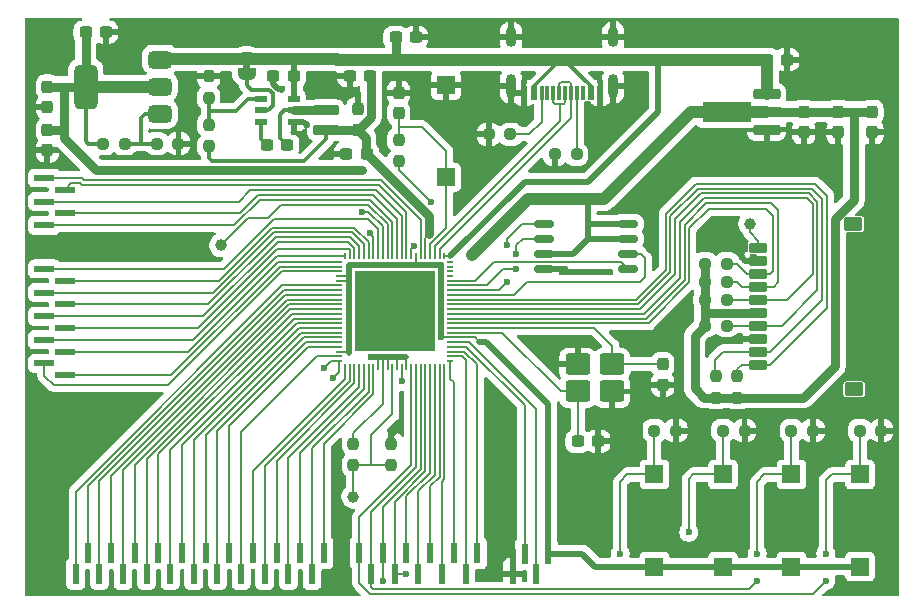
<source format=gbr>
%TF.GenerationSoftware,KiCad,Pcbnew,9.0.2*%
%TF.CreationDate,2025-06-25T14:41:32+05:30*%
%TF.ProjectId,DevBoard_F1C100s,44657642-6f61-4726-945f-463143313030,rev?*%
%TF.SameCoordinates,Original*%
%TF.FileFunction,Copper,L1,Top*%
%TF.FilePolarity,Positive*%
%FSLAX46Y46*%
G04 Gerber Fmt 4.6, Leading zero omitted, Abs format (unit mm)*
G04 Created by KiCad (PCBNEW 9.0.2) date 2025-06-25 14:41:32*
%MOMM*%
%LPD*%
G01*
G04 APERTURE LIST*
G04 Aperture macros list*
%AMRoundRect*
0 Rectangle with rounded corners*
0 $1 Rounding radius*
0 $2 $3 $4 $5 $6 $7 $8 $9 X,Y pos of 4 corners*
0 Add a 4 corners polygon primitive as box body*
4,1,4,$2,$3,$4,$5,$6,$7,$8,$9,$2,$3,0*
0 Add four circle primitives for the rounded corners*
1,1,$1+$1,$2,$3*
1,1,$1+$1,$4,$5*
1,1,$1+$1,$6,$7*
1,1,$1+$1,$8,$9*
0 Add four rect primitives between the rounded corners*
20,1,$1+$1,$2,$3,$4,$5,0*
20,1,$1+$1,$4,$5,$6,$7,0*
20,1,$1+$1,$6,$7,$8,$9,0*
20,1,$1+$1,$8,$9,$2,$3,0*%
%AMFreePoly0*
4,1,9,5.362500,-0.866500,1.237500,-0.866500,1.237500,-0.450000,-1.237500,-0.450000,-1.237500,0.450000,1.237500,0.450000,1.237500,0.866500,5.362500,0.866500,5.362500,-0.866500,5.362500,-0.866500,$1*%
%AMFreePoly1*
4,1,23,0.500000,-0.750000,0.000000,-0.750000,0.000000,-0.745722,-0.065263,-0.745722,-0.191342,-0.711940,-0.304381,-0.646677,-0.396677,-0.554381,-0.461940,-0.441342,-0.495722,-0.315263,-0.495722,-0.250000,-0.500000,-0.250000,-0.500000,0.250000,-0.495722,0.250000,-0.495722,0.315263,-0.461940,0.441342,-0.396677,0.554381,-0.304381,0.646677,-0.191342,0.711940,-0.065263,0.745722,0.000000,0.745722,
0.000000,0.750000,0.500000,0.750000,0.500000,-0.750000,0.500000,-0.750000,$1*%
%AMFreePoly2*
4,1,23,0.000000,0.745722,0.065263,0.745722,0.191342,0.711940,0.304381,0.646677,0.396677,0.554381,0.461940,0.441342,0.495722,0.315263,0.495722,0.250000,0.500000,0.250000,0.500000,-0.250000,0.495722,-0.250000,0.495722,-0.315263,0.461940,-0.441342,0.396677,-0.554381,0.304381,-0.646677,0.191342,-0.711940,0.065263,-0.745722,0.000000,-0.745722,0.000000,-0.750000,-0.500000,-0.750000,
-0.500000,0.750000,0.000000,0.750000,0.000000,0.745722,0.000000,0.745722,$1*%
G04 Aperture macros list end*
%TA.AperFunction,EtchedComponent*%
%ADD10C,0.000000*%
%TD*%
%TA.AperFunction,HeatsinkPad*%
%ADD11O,0.900000X1.700000*%
%TD*%
%TA.AperFunction,HeatsinkPad*%
%ADD12O,0.900000X2.000000*%
%TD*%
%TA.AperFunction,SMDPad,CuDef*%
%ADD13R,0.600000X1.160000*%
%TD*%
%TA.AperFunction,SMDPad,CuDef*%
%ADD14R,0.300000X1.160000*%
%TD*%
%TA.AperFunction,SMDPad,CuDef*%
%ADD15RoundRect,0.172500X-0.627500X-0.402500X0.627500X-0.402500X0.627500X0.402500X-0.627500X0.402500X0*%
%TD*%
%TA.AperFunction,SMDPad,CuDef*%
%ADD16RoundRect,0.127500X-0.672500X-0.297500X0.672500X-0.297500X0.672500X0.297500X-0.672500X0.297500X0*%
%TD*%
%TA.AperFunction,SMDPad,CuDef*%
%ADD17C,1.000000*%
%TD*%
%TA.AperFunction,SMDPad,CuDef*%
%ADD18RoundRect,0.237500X0.237500X-0.250000X0.237500X0.250000X-0.237500X0.250000X-0.237500X-0.250000X0*%
%TD*%
%TA.AperFunction,SMDPad,CuDef*%
%ADD19RoundRect,0.237500X-0.250000X-0.237500X0.250000X-0.237500X0.250000X0.237500X-0.250000X0.237500X0*%
%TD*%
%TA.AperFunction,SMDPad,CuDef*%
%ADD20RoundRect,0.237500X-0.237500X0.300000X-0.237500X-0.300000X0.237500X-0.300000X0.237500X0.300000X0*%
%TD*%
%TA.AperFunction,SMDPad,CuDef*%
%ADD21RoundRect,0.237500X-0.300000X-0.237500X0.300000X-0.237500X0.300000X0.237500X-0.300000X0.237500X0*%
%TD*%
%TA.AperFunction,SMDPad,CuDef*%
%ADD22RoundRect,0.375000X0.625000X0.375000X-0.625000X0.375000X-0.625000X-0.375000X0.625000X-0.375000X0*%
%TD*%
%TA.AperFunction,SMDPad,CuDef*%
%ADD23RoundRect,0.500000X0.500000X1.400000X-0.500000X1.400000X-0.500000X-1.400000X0.500000X-1.400000X0*%
%TD*%
%TA.AperFunction,SMDPad,CuDef*%
%ADD24R,1.500000X1.500000*%
%TD*%
%TA.AperFunction,SMDPad,CuDef*%
%ADD25R,6.740000X6.740000*%
%TD*%
%TA.AperFunction,SMDPad,CuDef*%
%ADD26R,0.200000X0.600000*%
%TD*%
%TA.AperFunction,SMDPad,CuDef*%
%ADD27R,0.600000X0.200000*%
%TD*%
%TA.AperFunction,SMDPad,CuDef*%
%ADD28R,0.600000X1.750000*%
%TD*%
%TA.AperFunction,SMDPad,CuDef*%
%ADD29RoundRect,0.237500X0.300000X0.237500X-0.300000X0.237500X-0.300000X-0.237500X0.300000X-0.237500X0*%
%TD*%
%TA.AperFunction,SMDPad,CuDef*%
%ADD30RoundRect,0.237500X0.237500X-0.300000X0.237500X0.300000X-0.237500X0.300000X-0.237500X-0.300000X0*%
%TD*%
%TA.AperFunction,SMDPad,CuDef*%
%ADD31R,1.000000X0.599999*%
%TD*%
%TA.AperFunction,SMDPad,CuDef*%
%ADD32RoundRect,0.237500X-0.237500X0.250000X-0.237500X-0.250000X0.237500X-0.250000X0.237500X0.250000X0*%
%TD*%
%TA.AperFunction,SMDPad,CuDef*%
%ADD33RoundRect,0.225000X0.925000X0.225000X-0.925000X0.225000X-0.925000X-0.225000X0.925000X-0.225000X0*%
%TD*%
%TA.AperFunction,SMDPad,CuDef*%
%ADD34FreePoly0,180.000000*%
%TD*%
%TA.AperFunction,SMDPad,CuDef*%
%ADD35RoundRect,0.250000X-0.800000X-0.650000X0.800000X-0.650000X0.800000X0.650000X-0.800000X0.650000X0*%
%TD*%
%TA.AperFunction,SMDPad,CuDef*%
%ADD36RoundRect,0.237500X0.250000X0.237500X-0.250000X0.237500X-0.250000X-0.237500X0.250000X-0.237500X0*%
%TD*%
%TA.AperFunction,SMDPad,CuDef*%
%ADD37R,1.750000X0.600000*%
%TD*%
%TA.AperFunction,SMDPad,CuDef*%
%ADD38RoundRect,0.212500X-0.887500X0.212500X-0.887500X-0.212500X0.887500X-0.212500X0.887500X0.212500X0*%
%TD*%
%TA.AperFunction,SMDPad,CuDef*%
%ADD39RoundRect,0.162500X-0.650000X-0.162500X0.650000X-0.162500X0.650000X0.162500X-0.650000X0.162500X0*%
%TD*%
%TA.AperFunction,SMDPad,CuDef*%
%ADD40FreePoly1,90.000000*%
%TD*%
%TA.AperFunction,SMDPad,CuDef*%
%ADD41FreePoly2,90.000000*%
%TD*%
%TA.AperFunction,ViaPad*%
%ADD42C,0.600000*%
%TD*%
%TA.AperFunction,Conductor*%
%ADD43C,0.180000*%
%TD*%
%TA.AperFunction,Conductor*%
%ADD44C,0.200000*%
%TD*%
%TA.AperFunction,Conductor*%
%ADD45C,0.500000*%
%TD*%
%TA.AperFunction,Conductor*%
%ADD46C,1.000000*%
%TD*%
%TA.AperFunction,Conductor*%
%ADD47C,0.800000*%
%TD*%
%TA.AperFunction,Conductor*%
%ADD48C,0.300000*%
%TD*%
G04 APERTURE END LIST*
D10*
%TA.AperFunction,EtchedComponent*%
%TO.C,JP101*%
G36*
X142762500Y-101962500D02*
G01*
X142162500Y-101962500D01*
X142162500Y-101462500D01*
X142762500Y-101462500D01*
X142762500Y-101962500D01*
G37*
%TD.AperFunction*%
%TD*%
D11*
%TO.P,J101,S1,SHIELD*%
%TO.N,GND*%
X164867500Y-99260000D03*
D12*
X164867500Y-103430000D03*
D11*
X173507500Y-99260000D03*
D12*
X173507500Y-103430000D03*
D13*
%TO.P,J101,B12,GND*%
X172387500Y-104010000D03*
%TO.P,J101,B9,VBUS*%
%TO.N,/VUSB*%
X171587500Y-104010000D03*
D14*
%TO.P,J101,B8,SBU2*%
%TO.N,unconnected-(J101-SBU2-PadB8)*%
X170937500Y-104010000D03*
%TO.P,J101,B7,D-*%
%TO.N,/USB_N*%
X169937500Y-104010000D03*
%TO.P,J101,B6,D+*%
%TO.N,/USB_P*%
X168437500Y-104010000D03*
%TO.P,J101,B5,CC2*%
%TO.N,Net-(J101-CC2)*%
X167437500Y-104010000D03*
D13*
%TO.P,J101,B4,VBUS*%
%TO.N,/VUSB*%
X166787500Y-104010000D03*
%TO.P,J101,B1,GND*%
%TO.N,GND*%
X165987500Y-104010000D03*
%TO.P,J101,A12,GND*%
X165987500Y-104010000D03*
%TO.P,J101,A9,VBUS*%
%TO.N,/VUSB*%
X166787500Y-104010000D03*
D14*
%TO.P,J101,A8,SBU1*%
%TO.N,unconnected-(J101-SBU1-PadA8)*%
X167937500Y-104010000D03*
%TO.P,J101,A7,D-*%
%TO.N,/USB_N*%
X168937500Y-104010000D03*
%TO.P,J101,A6,D+*%
%TO.N,/USB_P*%
X169437500Y-104010000D03*
%TO.P,J101,A5,CC1*%
%TO.N,Net-(J101-CC1)*%
X170437500Y-104010000D03*
D13*
%TO.P,J101,A4,VBUS*%
%TO.N,/VUSB*%
X171587500Y-104010000D03*
%TO.P,J101,A1,GND*%
%TO.N,GND*%
X172387500Y-104010000D03*
%TD*%
D15*
%TO.P,J104,*%
%TO.N,*%
X193850000Y-115100000D03*
X193900000Y-129100000D03*
D16*
%TO.P,J104,1,DAT2*%
%TO.N,/SDC0_D2*%
X185800000Y-119300000D03*
%TO.P,J104,2,DAT3/CD*%
%TO.N,/SDC0_D3*%
X185800000Y-120400000D03*
%TO.P,J104,3,CMD*%
%TO.N,/SDC0_CMD*%
X185800000Y-121500000D03*
%TO.P,J104,4,VDD*%
%TO.N,/3V3*%
X185800000Y-122600000D03*
%TO.P,J104,5,CLK*%
%TO.N,/SDC0_CLK*%
X185800000Y-123700000D03*
%TO.P,J104,6,VSS*%
%TO.N,GND*%
X185800000Y-124800000D03*
%TO.P,J104,7,DAT0*%
%TO.N,/SDC0_D0*%
X185800000Y-125900000D03*
%TO.P,J104,8,DAT1*%
%TO.N,/SDC0_D1*%
X185800000Y-127000000D03*
%TO.P,J104,9,DET*%
%TO.N,Net-(J104-DET)*%
X185800000Y-117100000D03*
%TO.P,J104,10,SHIELD*%
%TO.N,GND*%
X185800000Y-118200000D03*
%TD*%
D17*
%TO.P,TP3,1,1*%
%TO.N,Net-(J104-DET)*%
X185100000Y-115100000D03*
%TD*%
D18*
%TO.P,R119,2*%
%TO.N,/SDC0_D1*%
X184000000Y-127987500D03*
%TO.P,R119,1*%
%TO.N,/3V3*%
X184000000Y-129812500D03*
%TD*%
%TO.P,R118,1*%
%TO.N,/3V3*%
X182200000Y-129812500D03*
%TO.P,R118,2*%
%TO.N,/SDC0_D0*%
X182200000Y-127987500D03*
%TD*%
D19*
%TO.P,R117,2*%
%TO.N,/SDC0_CLK*%
X183112500Y-123700000D03*
%TO.P,R117,1*%
%TO.N,/3V3*%
X181287500Y-123700000D03*
%TD*%
%TO.P,R116,1*%
%TO.N,/3V3*%
X181287500Y-121500000D03*
%TO.P,R116,2*%
%TO.N,/SDC0_CMD*%
X183112500Y-121500000D03*
%TD*%
%TO.P,R115,1*%
%TO.N,/3V3*%
X181287500Y-119975000D03*
%TO.P,R115,2*%
%TO.N,/SDC0_D3*%
X183112500Y-119975000D03*
%TD*%
%TO.P,R114,1*%
%TO.N,/3V3*%
X181287500Y-118450000D03*
%TO.P,R114,2*%
%TO.N,/SDC0_D2*%
X183112500Y-118450000D03*
%TD*%
D20*
%TO.P,C104,2*%
%TO.N,GND*%
X189650000Y-107325000D03*
%TO.P,C104,1*%
%TO.N,/3V3*%
X189650000Y-105600000D03*
%TD*%
%TO.P,C109,2*%
%TO.N,GND*%
X195425000Y-107325000D03*
%TO.P,C109,1*%
%TO.N,/3V3*%
X195425000Y-105600000D03*
%TD*%
D21*
%TO.P,C112,1*%
%TO.N,/2V6*%
X128842500Y-98850000D03*
%TO.P,C112,2*%
%TO.N,GND*%
X130567500Y-98850000D03*
%TD*%
D22*
%TO.P,U101,3,VI*%
%TO.N,/VUSB*%
X135142500Y-101170000D03*
D23*
%TO.P,U101,2,VO*%
%TO.N,/2V6*%
X128842500Y-103470000D03*
D22*
X135142500Y-103470000D03*
%TO.P,U101,1,ADJ*%
%TO.N,Net-(U101-ADJ)*%
X135142500Y-105770000D03*
%TD*%
D24*
%TO.P,SW105,1,1*%
%TO.N,GND*%
X159350000Y-103350000D03*
%TO.P,SW105,2,2*%
%TO.N,/RESET*%
X159350000Y-111150000D03*
%TD*%
D25*
%TO.P,U105,89*%
%TO.N,N/C*%
X155000000Y-122500000D03*
D26*
%TO.P,U105,88,HPR*%
%TO.N,/HPR*%
X150800000Y-117800001D03*
%TO.P,U105,87,MICIN*%
%TO.N,/MICIN*%
X151200000Y-117800000D03*
%TO.P,U105,86,LINL*%
%TO.N,/LINL*%
X151600000Y-117800000D03*
%TO.P,U105,85,FMINR*%
%TO.N,/FMINR*%
X152000000Y-117800000D03*
%TO.P,U105,84,FMINL*%
%TO.N,/FMINL*%
X152399999Y-117800000D03*
%TO.P,U105,83,VRA2*%
%TO.N,/VRA2*%
X152800000Y-117800000D03*
%TO.P,U105,82,AGND*%
%TO.N,GND*%
X153200000Y-117800000D03*
%TO.P,U105,81,VRA1*%
%TO.N,/VRA1*%
X153600000Y-117800001D03*
%TO.P,U105,80,AVCC*%
%TO.N,/2V6*%
X154000000Y-117800000D03*
%TO.P,U105,79,LRADC0*%
%TO.N,/LRADC0*%
X154400000Y-117800000D03*
%TO.P,U105,78,TVIN0*%
%TO.N,/TVIN0*%
X154800001Y-117800000D03*
%TO.P,U105,77,TVIN1*%
%TO.N,/TVIN1*%
X155199999Y-117800000D03*
%TO.P,U105,76,TV_VRP*%
%TO.N,/TV_VRP*%
X155600000Y-117800000D03*
%TO.P,U105,75,TV_VRN*%
%TO.N,/TV_VRN*%
X156000000Y-117800000D03*
%TO.P,U105,74,TVGND*%
%TO.N,GND*%
X156400000Y-117800001D03*
%TO.P,U105,73,TV_VCC*%
%TO.N,/3V3*%
X156800000Y-117800000D03*
%TO.P,U105,72,TVOUT*%
%TO.N,/TVOUT*%
X157200000Y-117800000D03*
%TO.P,U105,71,VCC_CORE*%
%TO.N,/1V1*%
X157600001Y-117800000D03*
%TO.P,U105,70,RESET*%
%TO.N,/RESET*%
X158000000Y-117800000D03*
%TO.P,U105,69,USB_DP*%
%TO.N,/USB_P*%
X158400000Y-117800000D03*
%TO.P,U105,68,USB_DM*%
%TO.N,/USB_N*%
X158800000Y-117800000D03*
%TO.P,U105,67,USB_VCC*%
%TO.N,/VUSB*%
X159200000Y-117800001D03*
D27*
%TO.P,U105,66,TPX1*%
%TO.N,unconnected-(U105-TPX1-Pad66)*%
X159699999Y-118300000D03*
%TO.P,U105,65,TPX2*%
%TO.N,unconnected-(U105-TPX2-Pad65)*%
X159700000Y-118700000D03*
%TO.P,U105,64,TPY1*%
%TO.N,unconnected-(U105-TPY1-Pad64)*%
X159700000Y-119100000D03*
%TO.P,U105,63,TPY2*%
%TO.N,unconnected-(U105-TPY2-Pad63)*%
X159700000Y-119500000D03*
%TO.P,U105,62,PC3*%
%TO.N,/SPI0_MOSI*%
X159700000Y-119899999D03*
%TO.P,U105,61,PC2*%
%TO.N,/SPI0_MISO*%
X159700000Y-120300000D03*
%TO.P,U105,60,PC1*%
%TO.N,/SPI0_CS*%
X159700000Y-120700000D03*
%TO.P,U105,59,PC0*%
%TO.N,/SPI0_CLK*%
X159699999Y-121100000D03*
%TO.P,U105,58,PF0*%
%TO.N,/SDC0_D1*%
X159700000Y-121500000D03*
%TO.P,U105,57,PF1*%
%TO.N,/SDC0_D0*%
X159700000Y-121900000D03*
%TO.P,U105,56,PF2*%
%TO.N,/SDC0_CLK*%
X159700000Y-122300001D03*
%TO.P,U105,55,PF3*%
%TO.N,/SDC0_CMD*%
X159700000Y-122699999D03*
%TO.P,U105,54,PF4*%
%TO.N,/SDC0_D3*%
X159700000Y-123100000D03*
%TO.P,U105,53,PF5*%
%TO.N,/SDC0_D2*%
X159700000Y-123500000D03*
%TO.P,U105,52,HOSCO*%
%TO.N,/HOSCO*%
X159699999Y-123900000D03*
%TO.P,U105,51,HOSCI*%
%TO.N,/HOSCI*%
X159700000Y-124300000D03*
%TO.P,U105,50,VCC_IO*%
%TO.N,/3V3*%
X159700000Y-124700000D03*
%TO.P,U105,49,PE0*%
%TO.N,/UART0_RX*%
X159700000Y-125100001D03*
%TO.P,U105,48,PE1*%
%TO.N,/UART0_TX*%
X159700000Y-125500000D03*
%TO.P,U105,47,PE2*%
%TO.N,/PE2*%
X159700000Y-125900000D03*
%TO.P,U105,46,PE3*%
%TO.N,/PE3*%
X159700000Y-126300000D03*
%TO.P,U105,45,PE4*%
%TO.N,/PE4*%
X159699999Y-126700000D03*
D26*
%TO.P,U105,44,PE5*%
%TO.N,/PE5*%
X159200000Y-127199999D03*
%TO.P,U105,43,PE6*%
%TO.N,/PE6*%
X158800000Y-127200000D03*
%TO.P,U105,42,PE7*%
%TO.N,/PE7*%
X158400000Y-127200000D03*
%TO.P,U105,41,PE8*%
%TO.N,/PE8*%
X158000000Y-127200000D03*
%TO.P,U105,40,PE9*%
%TO.N,/SW0*%
X157600001Y-127200000D03*
%TO.P,U105,39,PE10*%
%TO.N,/SW1*%
X157200000Y-127200000D03*
%TO.P,U105,38,PE11*%
%TO.N,/SW2*%
X156800000Y-127200000D03*
%TO.P,U105,37,PE12*%
%TO.N,/SW3*%
X156400000Y-127199999D03*
%TO.P,U105,36,VCC_DRAM*%
%TO.N,/2V6*%
X156000000Y-127200000D03*
%TO.P,U105,35,VCC_CORE*%
%TO.N,/1V1*%
X155600000Y-127200000D03*
%TO.P,U105,34,VCC_DRAM*%
%TO.N,/2V6*%
X155199999Y-127200000D03*
%TO.P,U105,33,SVREF*%
%TO.N,/SVREF*%
X154800001Y-127200000D03*
%TO.P,U105,32,VCC_DRAM*%
%TO.N,/2V6*%
X154400000Y-127200000D03*
%TO.P,U105,31,VCC_DRAM*%
X154000000Y-127200000D03*
%TO.P,U105,30,VCC_DRAM*%
X153600000Y-127199999D03*
%TO.P,U105,29,PD21*%
%TO.N,/PD21*%
X153200000Y-127200000D03*
%TO.P,U105,28,PD20*%
%TO.N,/PD20*%
X152800000Y-127200000D03*
%TO.P,U105,27,PD19*%
%TO.N,/PD19*%
X152399999Y-127200000D03*
%TO.P,U105,26,PD18*%
%TO.N,/PD18*%
X152000000Y-127200000D03*
%TO.P,U105,25,PD17*%
%TO.N,/PD17*%
X151600000Y-127200000D03*
%TO.P,U105,24,PD16*%
%TO.N,/PD16*%
X151200000Y-127200000D03*
%TO.P,U105,23,PD15*%
%TO.N,/PD15*%
X150800000Y-127199999D03*
D27*
%TO.P,U105,22,VCC_CORE*%
%TO.N,/1V1*%
X150300001Y-126700000D03*
%TO.P,U105,21,PD14*%
%TO.N,/PD14*%
X150300000Y-126300000D03*
%TO.P,U105,20,VCC_IO*%
%TO.N,/3V3*%
X150300000Y-125900000D03*
%TO.P,U105,19,PD13*%
%TO.N,/PD13*%
X150300000Y-125500000D03*
%TO.P,U105,18,PD12*%
%TO.N,/PD12*%
X150300000Y-125100001D03*
%TO.P,U105,17,PD11*%
%TO.N,/PD11*%
X150300000Y-124700000D03*
%TO.P,U105,16,PD10*%
%TO.N,/PD10*%
X150300000Y-124300000D03*
%TO.P,U105,15,PD9*%
%TO.N,/PD9*%
X150300001Y-123900000D03*
%TO.P,U105,14,PD8*%
%TO.N,/PD8*%
X150300000Y-123500000D03*
%TO.P,U105,13,PD7*%
%TO.N,/PD7*%
X150300000Y-123100000D03*
%TO.P,U105,12,PD6*%
%TO.N,/PD6*%
X150300000Y-122699999D03*
%TO.P,U105,11,PD5*%
%TO.N,/PD5*%
X150300000Y-122300001D03*
%TO.P,U105,10,PD4*%
%TO.N,/PD4*%
X150300000Y-121900000D03*
%TO.P,U105,9,PD3*%
%TO.N,/PD3*%
X150300000Y-121500000D03*
%TO.P,U105,8,PD2*%
%TO.N,/PD2*%
X150300001Y-121100000D03*
%TO.P,U105,7,PD1*%
%TO.N,/PD1*%
X150300000Y-120700000D03*
%TO.P,U105,6,PD0*%
%TO.N,/PD0*%
X150300000Y-120300000D03*
%TO.P,U105,5,VCC_IO*%
%TO.N,/3V3*%
X150300000Y-119899999D03*
%TO.P,U105,4,HPVCC*%
X150300000Y-119500000D03*
%TO.P,U105,3,HPCOM*%
%TO.N,/HPCOM*%
X150300000Y-119100000D03*
%TO.P,U105,2,HPCOMFB*%
%TO.N,/HPCOMFB*%
X150300000Y-118700000D03*
%TO.P,U105,1,HPL*%
%TO.N,/HPL*%
X150300001Y-118300000D03*
%TD*%
D28*
%TO.P,J105,1,Pin_1*%
%TO.N,/3V3*%
X168000000Y-143005000D03*
%TO.P,J105,2,Pin_2*%
%TO.N,/UART0_RX*%
X167000000Y-144755000D03*
%TO.P,J105,3,Pin_3*%
%TO.N,/UART0_TX*%
X166000000Y-143005000D03*
%TO.P,J105,4,Pin_4*%
%TO.N,GND*%
X165000000Y-144755000D03*
%TD*%
D19*
%TO.P,R108,1*%
%TO.N,/SW0*%
X182800000Y-132600000D03*
%TO.P,R108,2*%
%TO.N,GND*%
X184625000Y-132600000D03*
%TD*%
D29*
%TO.P,C115,1*%
%TO.N,/1V1*%
X152625000Y-109150000D03*
%TO.P,C115,2*%
%TO.N,GND*%
X150900000Y-109150000D03*
%TD*%
D18*
%TO.P,R113,1*%
%TO.N,/SVREF*%
X154700000Y-135512500D03*
%TO.P,R113,2*%
%TO.N,GND*%
X154700000Y-133687500D03*
%TD*%
D17*
%TO.P,TP1,1,1*%
%TO.N,/LRADC0*%
X140300000Y-116900000D03*
%TD*%
D28*
%TO.P,J103,1,Pin_1*%
%TO.N,/PE2*%
X162000000Y-142950000D03*
%TO.P,J103,2,Pin_2*%
%TO.N,/PE3*%
X161000000Y-144700000D03*
%TO.P,J103,3,Pin_3*%
%TO.N,/PE4*%
X160000000Y-142950000D03*
%TO.P,J103,4,Pin_4*%
%TO.N,/PE5*%
X159000000Y-144700000D03*
%TO.P,J103,5,Pin_5*%
%TO.N,/PE6*%
X158000000Y-142950000D03*
%TO.P,J103,6,Pin_6*%
%TO.N,/PE7*%
X157000000Y-144700000D03*
%TO.P,J103,7,Pin_7*%
%TO.N,/PE8*%
X156000000Y-142950000D03*
%TO.P,J103,8,Pin_8*%
%TO.N,/SW0*%
X155000000Y-144700000D03*
%TO.P,J103,9,Pin_9*%
%TO.N,/SW1*%
X154000000Y-142950000D03*
%TO.P,J103,10,Pin_10*%
%TO.N,/SW2*%
X153000000Y-144700000D03*
%TO.P,J103,11,Pin_11*%
%TO.N,/SW3*%
X152000000Y-142950000D03*
%TD*%
D30*
%TO.P,C114,1*%
%TO.N,GND*%
X177700000Y-128702500D03*
%TO.P,C114,2*%
%TO.N,/HOSCO*%
X177700000Y-126977500D03*
%TD*%
D31*
%TO.P,U103,1,GND*%
%TO.N,GND*%
X146455001Y-106425001D03*
%TO.P,U103,2,SW*%
%TO.N,Net-(U103-SW)*%
X146455001Y-105475000D03*
%TO.P,U103,3,VIN*%
%TO.N,/VUSB*%
X146455001Y-104525002D03*
%TO.P,U103,4,VFB*%
%TO.N,Net-(U103-VFB)*%
X143705001Y-104525002D03*
%TO.P,U103,5,EN*%
%TO.N,Net-(JP101-A)*%
X143705001Y-105475000D03*
%TO.P,U103,6,VBST*%
%TO.N,Net-(U103-VBST)*%
X143705001Y-106425001D03*
%TD*%
D19*
%TO.P,R110,1*%
%TO.N,/SW2*%
X188600000Y-132600000D03*
%TO.P,R110,2*%
%TO.N,GND*%
X190425000Y-132600000D03*
%TD*%
D24*
%TO.P,SW102,1,1*%
%TO.N,/SW1*%
X177000000Y-136300000D03*
%TO.P,SW102,2,2*%
%TO.N,/3V3*%
X177000000Y-144100000D03*
%TD*%
D19*
%TO.P,R101,1*%
%TO.N,/2V6*%
X130305000Y-108310000D03*
%TO.P,R101,2*%
%TO.N,Net-(U101-ADJ)*%
X132130000Y-108310000D03*
%TD*%
D17*
%TO.P,TP2,1,1*%
%TO.N,/SVREF*%
X151500000Y-138200000D03*
%TD*%
D18*
%TO.P,R105,1*%
%TO.N,/1V1*%
X139262500Y-108525000D03*
%TO.P,R105,2*%
%TO.N,Net-(U103-VFB)*%
X139262500Y-106700000D03*
%TD*%
D21*
%TO.P,C101,1*%
%TO.N,/VUSB*%
X155075000Y-99300000D03*
%TO.P,C101,2*%
%TO.N,GND*%
X156800000Y-99300000D03*
%TD*%
D32*
%TO.P,R112,1*%
%TO.N,/2V6*%
X151500000Y-133687500D03*
%TO.P,R112,2*%
%TO.N,/SVREF*%
X151500000Y-135512500D03*
%TD*%
D33*
%TO.P,U102,1,GND*%
%TO.N,GND*%
X186500000Y-107100000D03*
D34*
%TO.P,U102,2,VO*%
%TO.N,/3V3*%
X186412500Y-105600000D03*
D33*
%TO.P,U102,3,VI*%
%TO.N,/VUSB*%
X186500000Y-104100000D03*
%TD*%
D18*
%TO.P,R106,1*%
%TO.N,Net-(U103-VFB)*%
X139262500Y-104425000D03*
%TO.P,R106,2*%
%TO.N,GND*%
X139262500Y-102600000D03*
%TD*%
D19*
%TO.P,R102,1*%
%TO.N,Net-(U101-ADJ)*%
X134875000Y-108300000D03*
%TO.P,R102,2*%
%TO.N,GND*%
X136700000Y-108300000D03*
%TD*%
D20*
%TO.P,C105,1*%
%TO.N,/2V6*%
X125600000Y-103470000D03*
%TO.P,C105,2*%
%TO.N,GND*%
X125600000Y-105195000D03*
%TD*%
D24*
%TO.P,SW103,1,1*%
%TO.N,/SW2*%
X188595239Y-136300000D03*
%TO.P,SW103,2,2*%
%TO.N,/3V3*%
X188595239Y-144100000D03*
%TD*%
D21*
%TO.P,C111,1*%
%TO.N,/HOSCI*%
X170500000Y-133487500D03*
%TO.P,C111,2*%
%TO.N,GND*%
X172225000Y-133487500D03*
%TD*%
D35*
%TO.P,Y101,1,1*%
%TO.N,/HOSCI*%
X170500000Y-129277500D03*
%TO.P,Y101,2,2*%
%TO.N,GND*%
X173400000Y-129277500D03*
%TO.P,Y101,3,3*%
%TO.N,/HOSCO*%
X173400000Y-126977500D03*
%TO.P,Y101,4,4*%
%TO.N,GND*%
X170500000Y-126977500D03*
%TD*%
D28*
%TO.P,J102,1,Pin_1*%
%TO.N,/PD0*%
X128000000Y-144700000D03*
%TO.P,J102,2,Pin_2*%
%TO.N,/PD1*%
X129000000Y-142950000D03*
%TO.P,J102,3,Pin_3*%
%TO.N,/PD2*%
X130000000Y-144700000D03*
%TO.P,J102,4,Pin_4*%
%TO.N,/PD3*%
X131000000Y-142950000D03*
%TO.P,J102,5,Pin_5*%
%TO.N,/PD4*%
X132000000Y-144700000D03*
%TO.P,J102,6,Pin_6*%
%TO.N,/PD5*%
X133000000Y-142950000D03*
%TO.P,J102,7,Pin_7*%
%TO.N,/PD6*%
X134000000Y-144700000D03*
%TO.P,J102,8,Pin_8*%
%TO.N,/PD7*%
X135000000Y-142950000D03*
%TO.P,J102,9,Pin_9*%
%TO.N,/PD8*%
X136000000Y-144700000D03*
%TO.P,J102,10,Pin_10*%
%TO.N,/PD9*%
X137000000Y-142950000D03*
%TO.P,J102,11,Pin_11*%
%TO.N,/PD10*%
X138000000Y-144700000D03*
%TO.P,J102,12,Pin_12*%
%TO.N,/PD11*%
X139000000Y-142950000D03*
%TO.P,J102,13,Pin_13*%
%TO.N,/PD12*%
X140000000Y-144700000D03*
%TO.P,J102,14,Pin_14*%
%TO.N,/PD13*%
X141000000Y-142950000D03*
%TO.P,J102,15,Pin_15*%
%TO.N,/PD14*%
X142000000Y-144700000D03*
%TO.P,J102,16,Pin_16*%
%TO.N,/PD15*%
X143000000Y-142950000D03*
%TO.P,J102,17,Pin_17*%
%TO.N,/PD16*%
X144000000Y-144700000D03*
%TO.P,J102,18,Pin_18*%
%TO.N,/PD17*%
X145000000Y-142950000D03*
%TO.P,J102,19,Pin_19*%
%TO.N,/PD18*%
X146000000Y-144700000D03*
%TO.P,J102,20,Pin_20*%
%TO.N,/PD19*%
X147000000Y-142950000D03*
%TO.P,J102,21,Pin_21*%
%TO.N,/PD20*%
X148000000Y-144700000D03*
%TO.P,J102,22,Pin_22*%
%TO.N,/PD21*%
X149000000Y-142950000D03*
%TD*%
D36*
%TO.P,R103,1*%
%TO.N,Net-(J101-CC2)*%
X164800000Y-107500000D03*
%TO.P,R103,2*%
%TO.N,GND*%
X162975000Y-107500000D03*
%TD*%
D19*
%TO.P,R109,1*%
%TO.N,/SW1*%
X176987500Y-132600000D03*
%TO.P,R109,2*%
%TO.N,GND*%
X178812500Y-132600000D03*
%TD*%
D29*
%TO.P,C103,1*%
%TO.N,/VUSB*%
X146462500Y-102600000D03*
%TO.P,C103,2*%
%TO.N,GND*%
X144737500Y-102600000D03*
%TD*%
D21*
%TO.P,C106,1*%
%TO.N,Net-(U103-VBST)*%
X144175000Y-108400000D03*
%TO.P,C106,2*%
%TO.N,Net-(U103-SW)*%
X145900000Y-108400000D03*
%TD*%
D20*
%TO.P,C108,1*%
%TO.N,/3V3*%
X192537500Y-105600000D03*
%TO.P,C108,2*%
%TO.N,GND*%
X192537500Y-107325000D03*
%TD*%
%TO.P,C110,1*%
%TO.N,/2V6*%
X125600000Y-107137500D03*
%TO.P,C110,2*%
%TO.N,GND*%
X125600000Y-108862500D03*
%TD*%
D37*
%TO.P,J106,1,Pin_1*%
%TO.N,/VRA1*%
X125350000Y-118900000D03*
%TO.P,J106,2,Pin_2*%
%TO.N,/VRA2*%
X127100000Y-119900000D03*
%TO.P,J106,3,Pin_3*%
%TO.N,/FMINL*%
X125350000Y-120900000D03*
%TO.P,J106,4,Pin_4*%
%TO.N,/FMINR*%
X127100000Y-121900000D03*
%TO.P,J106,5,Pin_5*%
%TO.N,/LINL*%
X125350000Y-122900000D03*
%TO.P,J106,6,Pin_6*%
%TO.N,/MICIN*%
X127100000Y-123900000D03*
%TO.P,J106,7,Pin_7*%
%TO.N,/HPR*%
X125350000Y-124900000D03*
%TO.P,J106,8,Pin_8*%
%TO.N,/HPL*%
X127100000Y-125900000D03*
%TO.P,J106,9,Pin_9*%
%TO.N,/HPCOM*%
X125350000Y-126900000D03*
%TO.P,J106,10,Pin_10*%
%TO.N,/HPCOMFB*%
X127100000Y-127900000D03*
%TD*%
D19*
%TO.P,R111,1*%
%TO.N,/SW3*%
X194387500Y-132600000D03*
%TO.P,R111,2*%
%TO.N,GND*%
X196212500Y-132600000D03*
%TD*%
D38*
%TO.P,L101,1*%
%TO.N,Net-(U103-SW)*%
X149200000Y-105475000D03*
%TO.P,L101,2*%
%TO.N,/1V1*%
X149200000Y-107125000D03*
%TD*%
D24*
%TO.P,SW104,1,1*%
%TO.N,/SW3*%
X194392858Y-136300000D03*
%TO.P,SW104,2,2*%
%TO.N,/3V3*%
X194392858Y-144100000D03*
%TD*%
D36*
%TO.P,R104,1*%
%TO.N,Net-(J101-CC1)*%
X170400000Y-109200000D03*
%TO.P,R104,2*%
%TO.N,GND*%
X168575000Y-109200000D03*
%TD*%
D24*
%TO.P,SW101,1,1*%
%TO.N,/SW0*%
X182797619Y-136300000D03*
%TO.P,SW101,2,2*%
%TO.N,/3V3*%
X182797619Y-144100000D03*
%TD*%
D37*
%TO.P,J108,1,Pin_1*%
%TO.N,/TVOUT*%
X125325000Y-111200000D03*
%TO.P,J108,2,Pin_2*%
%TO.N,/TV_VRN*%
X127075000Y-112200000D03*
%TO.P,J108,3,Pin_3*%
%TO.N,/TV_VRP*%
X125325000Y-113200000D03*
%TO.P,J108,4,Pin_4*%
%TO.N,/TVIN1*%
X127075000Y-114200000D03*
%TO.P,J108,5,Pin_5*%
%TO.N,/TVIN0*%
X125325000Y-115200000D03*
%TD*%
D30*
%TO.P,C116,1*%
%TO.N,/RESET*%
X155339649Y-105708211D03*
%TO.P,C116,2*%
%TO.N,GND*%
X155339649Y-103983211D03*
%TD*%
%TO.P,C107,1*%
%TO.N,/1V1*%
X151900000Y-107125000D03*
%TO.P,C107,2*%
%TO.N,GND*%
X151900000Y-105400000D03*
%TD*%
D39*
%TO.P,U104,1,~{CS}*%
%TO.N,/SPI0_CS*%
X167612500Y-115095000D03*
%TO.P,U104,2,DO/IO_{1}*%
%TO.N,/SPI0_MISO*%
X167612500Y-116365000D03*
%TO.P,U104,3,~{WP}/IO_{2}*%
%TO.N,/3V3*%
X167612500Y-117635000D03*
%TO.P,U104,4,GND*%
%TO.N,GND*%
X167612500Y-118905000D03*
%TO.P,U104,5,DI/IO_{0}*%
%TO.N,/SPI0_MOSI*%
X174787500Y-118905000D03*
%TO.P,U104,6,CLK*%
%TO.N,/SPI0_CLK*%
X174787500Y-117635000D03*
%TO.P,U104,7,~{HOLD}/~{RESET}/IO_{3}*%
%TO.N,/3V3*%
X174787500Y-116365000D03*
%TO.P,U104,8,VCC*%
X174787500Y-115095000D03*
%TD*%
D29*
%TO.P,C113,1*%
%TO.N,/1V1*%
X152912500Y-102550000D03*
%TO.P,C113,2*%
%TO.N,GND*%
X151187500Y-102550000D03*
%TD*%
D21*
%TO.P,C102,1*%
%TO.N,/VUSB*%
X186500000Y-101170000D03*
%TO.P,C102,2*%
%TO.N,GND*%
X188225000Y-101170000D03*
%TD*%
D40*
%TO.P,JP101,1,A*%
%TO.N,Net-(JP101-A)*%
X142462500Y-102362500D03*
D41*
%TO.P,JP101,2,B*%
%TO.N,/VUSB*%
X142462500Y-101062500D03*
%TD*%
D18*
%TO.P,R107,1*%
%TO.N,/3V3*%
X155339649Y-109795711D03*
%TO.P,R107,2*%
%TO.N,/RESET*%
X155339649Y-107970711D03*
%TD*%
D42*
%TO.N,GND*%
X195400000Y-108750000D03*
X192550000Y-108750000D03*
X189650000Y-108750000D03*
X189700000Y-101200000D03*
X155300000Y-132350000D03*
X165000000Y-142800000D03*
X186500000Y-108250000D03*
X184450000Y-124800000D03*
X184400000Y-117900000D03*
X196200000Y-133750000D03*
X190400000Y-133800000D03*
X184650000Y-133800000D03*
X177700000Y-130150000D03*
X178800000Y-133850000D03*
X172250000Y-134850000D03*
X173400000Y-130950000D03*
X170500000Y-125150000D03*
X169450000Y-118900000D03*
%TO.N,/3V3*%
X158050000Y-113200000D03*
%TO.N,GND*%
X168600000Y-110450000D03*
X163000000Y-108750000D03*
X158150000Y-99300000D03*
X157850000Y-103350000D03*
X155350000Y-102600000D03*
X149850000Y-102550000D03*
X151900000Y-104100000D03*
X149550000Y-109150000D03*
X147550000Y-106700000D03*
X146450000Y-107350000D03*
X145450000Y-103650000D03*
X138000000Y-102600000D03*
X138000000Y-108300000D03*
X124300000Y-108900000D03*
X124300000Y-105200000D03*
X131900000Y-98850000D03*
X152916535Y-115899608D03*
%TO.N,/2V6*%
X152250000Y-114050000D03*
%TO.N,GND*%
X156600000Y-116950000D03*
%TO.N,/3V3*%
X161550000Y-117750000D03*
X158900000Y-118600000D03*
X158900000Y-119700000D03*
X158900000Y-121500000D03*
X158900000Y-123100000D03*
X158900000Y-124700000D03*
%TO.N,/2V6*%
X153000000Y-126400000D03*
X152251000Y-110551000D03*
%TO.N,/1V1*%
X155600000Y-128400000D03*
X149014265Y-127314265D03*
X149800000Y-128100000D03*
X157901000Y-115907636D03*
%TO.N,/SW0*%
X179900000Y-141200000D03*
X156000000Y-144700000D03*
%TO.N,/SW1*%
X154000000Y-145300000D03*
X174100000Y-143000000D03*
%TO.N,/SW3*%
X191500000Y-143000000D03*
X191500000Y-145300000D03*
%TO.N,/SW2*%
X185700000Y-143000000D03*
X185700000Y-145300000D03*
%TO.N,/SPI0_MISO*%
X165300000Y-118879000D03*
X165300000Y-117600000D03*
%TO.N,/SPI0_CS*%
X164551473Y-120000000D03*
X164500000Y-116900000D03*
%TD*%
D43*
%TO.N,/PD0*%
X128000000Y-137772368D02*
X145472370Y-120300000D01*
X128000000Y-144700000D02*
X128000000Y-137772368D01*
X145472370Y-120300000D02*
X150300000Y-120300000D01*
%TO.N,/PD1*%
X150281000Y-120719000D02*
X150300000Y-120700000D01*
X145592185Y-120719000D02*
X150281000Y-120719000D01*
X129000000Y-137311184D02*
X145592185Y-120719000D01*
X129000000Y-142950000D02*
X129000000Y-137311184D01*
%TO.N,/PD3*%
X145931000Y-121519000D02*
X145950000Y-121500000D01*
X131000000Y-136411184D02*
X145892185Y-121519000D01*
X145892185Y-121519000D02*
X145931000Y-121519000D01*
X145950000Y-121500000D02*
X150300000Y-121500000D01*
X131000000Y-142950000D02*
X131000000Y-136411184D01*
%TO.N,/PD2*%
X145750000Y-121100000D02*
X150300001Y-121100000D01*
X130000000Y-136850000D02*
X145750000Y-121100000D01*
X130000000Y-144700000D02*
X130000000Y-136850000D01*
%TO.N,/PD4*%
X132000000Y-135950000D02*
X132000000Y-144700000D01*
X146050000Y-121900000D02*
X132000000Y-135950000D01*
X150300000Y-121900000D02*
X146050000Y-121900000D01*
%TO.N,/PD5*%
X133619000Y-134881000D02*
X133000000Y-135500000D01*
X133000000Y-135500000D02*
X133000000Y-142950000D01*
X146175085Y-122318999D02*
X133619000Y-134875085D01*
X133619000Y-134875085D02*
X133619000Y-134881000D01*
X146181001Y-122318999D02*
X146175085Y-122318999D01*
X146199999Y-122300001D02*
X146181001Y-122318999D01*
X150300000Y-122300001D02*
X146199999Y-122300001D01*
%TO.N,/PD6*%
X134000000Y-135032900D02*
X134000000Y-144700000D01*
X146332901Y-122699999D02*
X134000000Y-135032900D01*
X150300000Y-122699999D02*
X146332901Y-122699999D01*
%TO.N,/PD8*%
X150300000Y-123500000D02*
X146700000Y-123500000D01*
%TO.N,/PD7*%
X150300000Y-123100000D02*
X146500000Y-123100000D01*
X135000000Y-134600000D02*
X135000000Y-142950000D01*
X146500000Y-123100000D02*
X135000000Y-134600000D01*
%TO.N,/PD8*%
X136000000Y-134200000D02*
X146700000Y-123500000D01*
X136000000Y-144700000D02*
X136000000Y-134200000D01*
%TO.N,/PD9*%
X146900000Y-123900000D02*
X150296000Y-123900000D01*
X137000000Y-133800000D02*
X146900000Y-123900000D01*
X137000000Y-142950000D02*
X137000000Y-133800000D01*
%TO.N,/PD10*%
X147100000Y-124300000D02*
X150300000Y-124300000D01*
X138000000Y-133400000D02*
X147100000Y-124300000D01*
X138000000Y-144700000D02*
X138000000Y-133400000D01*
%TO.N,/PD11*%
X147300000Y-124700000D02*
X139000000Y-133000000D01*
X150300000Y-124700000D02*
X147300000Y-124700000D01*
X139000000Y-133000000D02*
X139000000Y-142950000D01*
%TO.N,/PD12*%
X147499999Y-125100001D02*
X150300000Y-125100001D01*
X140000000Y-132600000D02*
X147499999Y-125100001D01*
X140000000Y-144700000D02*
X140000000Y-132600000D01*
%TO.N,/PD13*%
X147700000Y-125500000D02*
X150300000Y-125500000D01*
X141000000Y-132200000D02*
X147700000Y-125500000D01*
X141000000Y-142950000D02*
X141000000Y-132200000D01*
D44*
%TO.N,GND*%
X152916538Y-115899608D02*
X153200000Y-116183070D01*
X152916535Y-115899608D02*
X152916538Y-115899608D01*
X153200000Y-116183070D02*
X153200000Y-117800000D01*
X156550000Y-117050000D02*
X156400000Y-117200000D01*
X156600000Y-116950000D02*
X156550000Y-117000000D01*
X156550000Y-117000000D02*
X156550000Y-117050000D01*
X156400000Y-117200000D02*
X156400000Y-117800001D01*
D45*
%TO.N,/3V3*%
X162150000Y-125050000D02*
X162750000Y-125050000D01*
D44*
X159700000Y-124700000D02*
X161800000Y-124700000D01*
D45*
X162750000Y-125050000D02*
X168000000Y-130300000D01*
D44*
X161800000Y-124700000D02*
X162150000Y-125050000D01*
D45*
X168000000Y-130300000D02*
X168000000Y-143005000D01*
%TO.N,GND*%
X195425000Y-108725000D02*
X195400000Y-108750000D01*
X195425000Y-107325000D02*
X195425000Y-108725000D01*
X192537500Y-108737500D02*
X192550000Y-108750000D01*
X192537500Y-107325000D02*
X192537500Y-108737500D01*
X189650000Y-107325000D02*
X189650000Y-108750000D01*
X189670000Y-101170000D02*
X189700000Y-101200000D01*
X188225000Y-101170000D02*
X189670000Y-101170000D01*
X154700000Y-132950000D02*
X155300000Y-132350000D01*
X154700000Y-133687500D02*
X154700000Y-132950000D01*
X165000000Y-144755000D02*
X165000000Y-142800000D01*
X186500000Y-107100000D02*
X186500000Y-108250000D01*
X185800000Y-124800000D02*
X184450000Y-124800000D01*
X184700000Y-118200000D02*
X184400000Y-117900000D01*
X185800000Y-118200000D02*
X184700000Y-118200000D01*
X196212500Y-133737500D02*
X196200000Y-133750000D01*
X196212500Y-132600000D02*
X196212500Y-133737500D01*
X190425000Y-133775000D02*
X190400000Y-133800000D01*
X190425000Y-132600000D02*
X190425000Y-133775000D01*
X184625000Y-133775000D02*
X184650000Y-133800000D01*
X184625000Y-132600000D02*
X184625000Y-133775000D01*
X178812500Y-132600000D02*
X178812500Y-133837500D01*
X178812500Y-133837500D02*
X178800000Y-133850000D01*
X177700000Y-128702500D02*
X177700000Y-130150000D01*
X172225000Y-134825000D02*
X172250000Y-134850000D01*
X172225000Y-133487500D02*
X172225000Y-134825000D01*
X173400000Y-129277500D02*
X173400000Y-130950000D01*
X170500000Y-126977500D02*
X170500000Y-125150000D01*
X169445000Y-118905000D02*
X169450000Y-118900000D01*
X167612500Y-118905000D02*
X169445000Y-118905000D01*
D44*
%TO.N,/3V3*%
X155339649Y-110489649D02*
X155339649Y-109795711D01*
X158050000Y-113200000D02*
X155339649Y-110489649D01*
D46*
%TO.N,/VUSB*%
X146450000Y-101156500D02*
X135156000Y-101156500D01*
D47*
%TO.N,/3V3*%
X181287500Y-122600000D02*
X181287500Y-118450000D01*
X181287500Y-122600000D02*
X185800000Y-122600000D01*
X181287500Y-123700000D02*
X181287500Y-122600000D01*
X180400000Y-124587500D02*
X181287500Y-123700000D01*
D44*
%TO.N,/SDC0_CLK*%
X183112500Y-123700000D02*
X185800000Y-123700000D01*
%TO.N,/SDC0_CMD*%
X183112500Y-121500000D02*
X185800000Y-121500000D01*
%TO.N,/SDC0_D3*%
X183975000Y-119975000D02*
X184400000Y-120400000D01*
X184400000Y-120400000D02*
X185800000Y-120400000D01*
X183112500Y-119975000D02*
X183975000Y-119975000D01*
%TO.N,/SDC0_D2*%
X183112500Y-118450000D02*
X184000000Y-118450000D01*
X184000000Y-118450000D02*
X184850000Y-119300000D01*
X184850000Y-119300000D02*
X185800000Y-119300000D01*
X179950000Y-120050000D02*
X176500000Y-123500000D01*
X179950000Y-115450000D02*
X179950000Y-120050000D01*
X181600000Y-113800000D02*
X179950000Y-115450000D01*
X186400000Y-113800000D02*
X181600000Y-113800000D01*
X187000000Y-114400000D02*
X186400000Y-113800000D01*
X187000000Y-119100000D02*
X187000000Y-114400000D01*
X185800000Y-119300000D02*
X186800000Y-119300000D01*
%TO.N,/SDC0_D3*%
X179550000Y-119850000D02*
X176300000Y-123100000D01*
X181400000Y-113300000D02*
X179550000Y-115150000D01*
X186900000Y-113300000D02*
X181400000Y-113300000D01*
X187500000Y-113900000D02*
X186900000Y-113300000D01*
X187500000Y-120000000D02*
X187500000Y-113900000D01*
X187100000Y-120400000D02*
X187500000Y-120000000D01*
X185800000Y-120400000D02*
X187100000Y-120400000D01*
%TO.N,/SDC0_CMD*%
X179150000Y-114950000D02*
X179150000Y-119650000D01*
%TO.N,/SDC0_D3*%
X176300000Y-123100000D02*
X159700000Y-123100000D01*
%TO.N,/SDC0_CMD*%
X181200000Y-112900000D02*
X179150000Y-114950000D01*
X179150000Y-119650000D02*
X176100001Y-122699999D01*
X189900000Y-112900000D02*
X181200000Y-112900000D01*
%TO.N,/SDC0_D2*%
X186800000Y-119300000D02*
X187000000Y-119100000D01*
%TO.N,/SDC0_CMD*%
X190400000Y-113400000D02*
X189900000Y-112900000D01*
X190400000Y-119300000D02*
X190400000Y-113400000D01*
X188200000Y-121500000D02*
X190400000Y-119300000D01*
X185800000Y-121500000D02*
X188200000Y-121500000D01*
%TO.N,/SDC0_CLK*%
X175800000Y-122300000D02*
X159700001Y-122300000D01*
X178750000Y-119350000D02*
X175800000Y-122300000D01*
X190100000Y-112500000D02*
X180900000Y-112500000D01*
X190800000Y-113200000D02*
X190100000Y-112500000D01*
%TO.N,/SDC0_CMD*%
X176100001Y-122699999D02*
X159700000Y-122699999D01*
%TO.N,/SDC0_D2*%
X176500000Y-123500000D02*
X159700000Y-123500000D01*
%TO.N,/SDC0_CLK*%
X187800000Y-123700000D02*
X190800000Y-120700000D01*
%TO.N,/SDC0_D3*%
X179550000Y-115150000D02*
X179550000Y-119850000D01*
%TO.N,/SDC0_CLK*%
X180900000Y-112500000D02*
X178750000Y-114650000D01*
X178750000Y-114650000D02*
X178750000Y-119350000D01*
X185800000Y-123700000D02*
X187800000Y-123700000D01*
X190800000Y-120700000D02*
X190800000Y-113200000D01*
%TO.N,/SDC0_D0*%
X175600000Y-121900000D02*
X159700000Y-121900000D01*
X178350000Y-119150000D02*
X175600000Y-121900000D01*
X190300000Y-112100000D02*
X180700000Y-112100000D01*
X191200000Y-121500000D02*
X191200000Y-113000000D01*
X180700000Y-112100000D02*
X178350000Y-114450000D01*
X178350000Y-114450000D02*
X178350000Y-119150000D01*
X186800000Y-125900000D02*
X191200000Y-121500000D01*
X185800000Y-125900000D02*
X186800000Y-125900000D01*
X191200000Y-113000000D02*
X190300000Y-112100000D01*
%TO.N,/SDC0_D1*%
X186800000Y-127000000D02*
X185800000Y-127000000D01*
X191600000Y-122200000D02*
X186800000Y-127000000D01*
X177950000Y-114250000D02*
X180500000Y-111700000D01*
X190600000Y-111700000D02*
X191600000Y-112700000D01*
X177950000Y-118950000D02*
X177950000Y-114250000D01*
X175400000Y-121500000D02*
X177950000Y-118950000D01*
X180500000Y-111700000D02*
X190600000Y-111700000D01*
X191600000Y-112700000D02*
X191600000Y-122200000D01*
X159700000Y-121500000D02*
X175400000Y-121500000D01*
D47*
%TO.N,/3V3*%
X180400000Y-129000000D02*
X180400000Y-124587500D01*
X181212500Y-129812500D02*
X180400000Y-129000000D01*
X182200000Y-129812500D02*
X181212500Y-129812500D01*
D44*
%TO.N,/SDC0_D1*%
X184000000Y-127400000D02*
X184400000Y-127000000D01*
X184400000Y-127000000D02*
X185800000Y-127000000D01*
X184000000Y-127987500D02*
X184000000Y-127400000D01*
D47*
%TO.N,/3V3*%
X193900000Y-113062748D02*
X193900000Y-105600000D01*
X192301000Y-114661748D02*
X193900000Y-113062748D01*
X192301000Y-127099000D02*
X192301000Y-114661748D01*
X184012500Y-129800000D02*
X189600000Y-129800000D01*
X189600000Y-129800000D02*
X192301000Y-127099000D01*
X184000000Y-129812500D02*
X182200000Y-129812500D01*
D44*
%TO.N,/SDC0_D0*%
X182800000Y-125900000D02*
X185800000Y-125900000D01*
X182100000Y-126600000D02*
X182800000Y-125900000D01*
X182100000Y-127887500D02*
X182100000Y-126600000D01*
%TO.N,Net-(J104-DET)*%
X185100000Y-115800000D02*
X185100000Y-115100000D01*
X185800000Y-117100000D02*
X185800000Y-116500000D01*
X185800000Y-116500000D02*
X185100000Y-115800000D01*
D47*
%TO.N,/3V3*%
X193900000Y-105600000D02*
X195425000Y-105600000D01*
D46*
X180100000Y-105600000D02*
X186412500Y-105600000D01*
D47*
X186412500Y-105600000D02*
X193900000Y-105600000D01*
%TO.N,/2V6*%
X128842500Y-103470000D02*
X128842500Y-98850000D01*
X126912500Y-107137500D02*
X125600000Y-107137500D01*
X127000000Y-107050000D02*
X127000000Y-103470000D01*
X127000000Y-107050000D02*
X126912500Y-107137500D01*
%TO.N,/1V1*%
X152550000Y-107775000D02*
X151900000Y-107125000D01*
X152550000Y-109050000D02*
X152550000Y-107775000D01*
X157901000Y-114401000D02*
X152550000Y-109050000D01*
X157901000Y-115907636D02*
X157901000Y-114401000D01*
X153000000Y-106029898D02*
X153000000Y-102550000D01*
X151904898Y-107125000D02*
X153000000Y-106029898D01*
D48*
X147300000Y-109800000D02*
X149200000Y-107900000D01*
X139550000Y-109800000D02*
X147300000Y-109800000D01*
X139262500Y-108525000D02*
X139262500Y-109512500D01*
X139262500Y-109512500D02*
X139550000Y-109800000D01*
X149200000Y-107900000D02*
X149200000Y-107125000D01*
D44*
%TO.N,/RESET*%
X159350000Y-108950000D02*
X159350000Y-111150000D01*
X157300000Y-106900000D02*
X159350000Y-108950000D01*
X155339649Y-106900000D02*
X157300000Y-106900000D01*
X159350000Y-115464702D02*
X159350000Y-111150000D01*
X158000000Y-116814702D02*
X159350000Y-115464702D01*
X158000000Y-117800000D02*
X158000000Y-116814702D01*
%TO.N,/MICIN*%
X145064500Y-117200000D02*
X138364500Y-123900000D01*
X151100000Y-117200000D02*
X145064500Y-117200000D01*
X151200000Y-117300000D02*
X151100000Y-117200000D01*
X151200000Y-117800000D02*
X151200000Y-117300000D01*
X138364500Y-123900000D02*
X127100000Y-123900000D01*
%TO.N,/VRA1*%
X144779000Y-114650000D02*
X140529000Y-118900000D01*
X140529000Y-118900000D02*
X125350000Y-118900000D01*
X153600000Y-115500000D02*
X152750000Y-114650000D01*
X152750000Y-114650000D02*
X144779000Y-114650000D01*
X153600000Y-117800001D02*
X153600000Y-115500000D01*
%TO.N,/2V6*%
X152750000Y-114050000D02*
X152250000Y-114050000D01*
X154000000Y-115300000D02*
X152750000Y-114050000D01*
X154000000Y-117800000D02*
X154000000Y-115300000D01*
%TO.N,/LRADC0*%
X142600000Y-114600000D02*
X140300000Y-116900000D01*
X152750000Y-113450000D02*
X145411900Y-113450000D01*
X154400000Y-115100000D02*
X152750000Y-113450000D01*
X145411900Y-113450000D02*
X144261900Y-114600000D01*
X154400000Y-117800000D02*
X154400000Y-115100000D01*
X144261900Y-114600000D02*
X142600000Y-114600000D01*
%TO.N,/TVIN0*%
X152950000Y-113050000D02*
X154800001Y-114900001D01*
X143582900Y-113050000D02*
X152950000Y-113050000D01*
X141432900Y-115200000D02*
X143582900Y-113050000D01*
X154800001Y-114900001D02*
X154800001Y-117800000D01*
X125325000Y-115200000D02*
X141432900Y-115200000D01*
%TO.N,/TVIN1*%
X153150000Y-112650000D02*
X155199999Y-114699999D01*
X155199999Y-114699999D02*
X155199999Y-117800000D01*
X143415800Y-112650000D02*
X153150000Y-112650000D01*
X141865800Y-114200000D02*
X143415800Y-112650000D01*
X127075000Y-114200000D02*
X141865800Y-114200000D01*
%TO.N,/TV_VRP*%
X141800000Y-113200000D02*
X125325000Y-113200000D01*
X142750000Y-112250000D02*
X141800000Y-113200000D01*
X153400000Y-112250000D02*
X142750000Y-112250000D01*
X155600000Y-114450000D02*
X153400000Y-112250000D01*
X155600000Y-117800000D02*
X155600000Y-114450000D01*
%TO.N,/TV_VRN*%
X128533900Y-111801000D02*
X128382900Y-111650000D01*
X153683900Y-111801000D02*
X128533900Y-111801000D01*
X128382900Y-111650000D02*
X127625000Y-111650000D01*
X156000000Y-114117100D02*
X153683900Y-111801000D01*
X156000000Y-117800000D02*
X156000000Y-114117100D01*
X127625000Y-111650000D02*
X127075000Y-112200000D01*
%TO.N,/TVOUT*%
X153850000Y-111400000D02*
X157200000Y-114750000D01*
X157200000Y-114750000D02*
X157200000Y-117800000D01*
X128700000Y-111400000D02*
X153850000Y-111400000D01*
X128500000Y-111200000D02*
X128700000Y-111400000D01*
X125325000Y-111200000D02*
X128500000Y-111200000D01*
%TO.N,/VUSB*%
X159200000Y-117800001D02*
X159699999Y-117800001D01*
D48*
X166787500Y-104010000D02*
X166787500Y-103450000D01*
D46*
X186500000Y-101170000D02*
X186500000Y-104100000D01*
X150086500Y-101156500D02*
X146450000Y-101156500D01*
D48*
X166787500Y-103450000D02*
X169037500Y-101200000D01*
D47*
X155075000Y-99300000D02*
X155075000Y-101145000D01*
X155075000Y-101145000D02*
X155100000Y-101170000D01*
D48*
X171587500Y-103450000D02*
X171587500Y-104010000D01*
D46*
X150100000Y-101170000D02*
X150086500Y-101156500D01*
D48*
X169037500Y-101200000D02*
X169337500Y-101200000D01*
X169337500Y-101200000D02*
X171587500Y-103450000D01*
D46*
X155100000Y-101170000D02*
X186500000Y-101170000D01*
X155100000Y-101170000D02*
X150100000Y-101170000D01*
D44*
%TO.N,/3V3*%
X150300000Y-119899999D02*
X151100000Y-119900000D01*
D46*
X161550000Y-117750000D02*
X166300000Y-113000000D01*
X166300000Y-113000000D02*
X169900000Y-113000000D01*
D44*
X156800000Y-117800000D02*
X156800000Y-118600000D01*
D46*
X172700000Y-113000000D02*
X180100000Y-105600000D01*
X169900000Y-113000000D02*
X171300000Y-113000000D01*
D44*
X150300000Y-125900000D02*
X151100000Y-125900000D01*
X150300000Y-119500000D02*
X151100000Y-119500000D01*
X159000000Y-124700000D02*
X159700000Y-124700000D01*
D46*
X169900000Y-113000000D02*
X172700000Y-113000000D01*
D44*
%TO.N,/2V6*%
X151500000Y-133687500D02*
X151500000Y-132800000D01*
X154000000Y-130300000D02*
X154000000Y-127200000D01*
X155200000Y-126400000D02*
X155199999Y-126400001D01*
D48*
X128842500Y-108080000D02*
X128842500Y-103470000D01*
X129072500Y-108310000D02*
X128842500Y-108080000D01*
D47*
X125600000Y-103470000D02*
X127000000Y-103470000D01*
D44*
X155199999Y-126400001D02*
X155199999Y-127200000D01*
D47*
X127000000Y-103470000D02*
X128842500Y-103470000D01*
D44*
X151500000Y-132800000D02*
X154000000Y-130300000D01*
X154400000Y-126400000D02*
X154400000Y-127200000D01*
X153600000Y-127199999D02*
X153600000Y-126300000D01*
D46*
X135142500Y-103470000D02*
X128842500Y-103470000D01*
D44*
X156000000Y-127200000D02*
X156000000Y-126400000D01*
D47*
X127000000Y-107800000D02*
X127000000Y-107050000D01*
D44*
X154000000Y-127200000D02*
X154000000Y-126400000D01*
D48*
X130305000Y-108310000D02*
X129072500Y-108310000D01*
D47*
X152251000Y-110551000D02*
X129751000Y-110551000D01*
X129751000Y-110551000D02*
X127000000Y-107800000D01*
D48*
%TO.N,Net-(U103-VBST)*%
X143700000Y-106430002D02*
X143700000Y-107925000D01*
X143700000Y-107925000D02*
X144175000Y-108400000D01*
%TO.N,Net-(U103-SW)*%
X145300000Y-105830001D02*
X145655001Y-105475000D01*
X145900000Y-108400000D02*
X145300000Y-107800000D01*
X145655001Y-105475000D02*
X146455001Y-105475000D01*
D47*
X146455001Y-105475000D02*
X149200000Y-105475000D01*
D48*
X145300000Y-107800000D02*
X145300000Y-105830001D01*
D44*
%TO.N,/1V1*%
X157600001Y-116299999D02*
X157600001Y-117800000D01*
X150300001Y-126700000D02*
X149628530Y-126700000D01*
X149628530Y-126700000D02*
X149014265Y-127314265D01*
D47*
X151900000Y-107125000D02*
X149200000Y-107125000D01*
D44*
X150300001Y-127599999D02*
X149800000Y-128100000D01*
X150300001Y-126700000D02*
X150300001Y-127599999D01*
D47*
X157901000Y-115907636D02*
X157901000Y-115308336D01*
D44*
X157800000Y-116100000D02*
X157600001Y-116299999D01*
X157800000Y-116100000D02*
X157800000Y-115200000D01*
X155600000Y-127200000D02*
X155600000Y-128400000D01*
%TO.N,/HOSCI*%
X170500000Y-129277500D02*
X169077500Y-129277500D01*
X170500000Y-133487500D02*
X170500000Y-129277500D01*
X164100000Y-124300000D02*
X159700000Y-124300000D01*
X169077500Y-129277500D02*
X164100000Y-124300000D01*
%TO.N,/HOSCO*%
X171900000Y-123900000D02*
X173400000Y-125400000D01*
X173400000Y-125400000D02*
X173400000Y-126977500D01*
X159699999Y-123900000D02*
X171900000Y-123900000D01*
X173400000Y-126977500D02*
X177700000Y-126977500D01*
%TO.N,/RESET*%
X155339649Y-107970711D02*
X155339649Y-105708211D01*
%TO.N,/USB_N*%
X169087500Y-103100000D02*
X169807500Y-103100000D01*
X158800000Y-117218198D02*
X158800000Y-117800000D01*
X169937500Y-103230000D02*
X169937500Y-104010000D01*
X169937500Y-106080698D02*
X158800000Y-117218198D01*
X168937500Y-104010000D02*
X168937500Y-103250000D01*
X169937500Y-104010000D02*
X169937500Y-106080698D01*
X168937500Y-103250000D02*
X169087500Y-103100000D01*
X169807500Y-103100000D02*
X169937500Y-103230000D01*
%TO.N,/USB_P*%
X168987500Y-106394302D02*
X158400000Y-116981802D01*
X168437500Y-104010000D02*
X168437500Y-104790000D01*
X169327500Y-104900000D02*
X169437500Y-104790000D01*
X168987500Y-104900000D02*
X168987500Y-106394302D01*
X168547500Y-104900000D02*
X168987500Y-104900000D01*
X158400000Y-116981802D02*
X158400000Y-117800000D01*
X168987500Y-104900000D02*
X169327500Y-104900000D01*
X168437500Y-104790000D02*
X168547500Y-104900000D01*
X169437500Y-104790000D02*
X169437500Y-104010000D01*
%TO.N,Net-(J101-CC2)*%
X167437500Y-104010000D02*
X167437500Y-106450000D01*
X166387500Y-107500000D02*
X164800000Y-107500000D01*
X167437500Y-106450000D02*
X166387500Y-107500000D01*
%TO.N,Net-(J101-CC1)*%
X170437500Y-109162500D02*
X170437500Y-104010000D01*
%TO.N,/PD17*%
X145000000Y-135200000D02*
X151600000Y-128600000D01*
X151600000Y-128600000D02*
X151600000Y-127200000D01*
X145000000Y-142950000D02*
X145000000Y-135200000D01*
%TO.N,/PD21*%
X149000000Y-142950000D02*
X149000000Y-133700000D01*
X153201999Y-128181999D02*
X153200000Y-128180000D01*
X153201999Y-129498001D02*
X153201999Y-128181999D01*
X149000000Y-133700000D02*
X153201999Y-129498001D01*
X153200000Y-128180000D02*
X153200000Y-127200000D01*
%TO.N,/PD16*%
X151200000Y-128400000D02*
X151200000Y-127200000D01*
X144000000Y-135600000D02*
X151200000Y-128400000D01*
X144000000Y-144700000D02*
X144000000Y-135600000D01*
%TO.N,/PD20*%
X148000000Y-144700000D02*
X148000000Y-134100000D01*
X148000000Y-134100000D02*
X152800000Y-129300000D01*
X152800000Y-129300000D02*
X152800000Y-127200000D01*
%TO.N,/PD19*%
X147000000Y-134500000D02*
X147000000Y-142950000D01*
X152399999Y-129100001D02*
X147000000Y-134500000D01*
X152399999Y-127200000D02*
X152399999Y-129100001D01*
%TO.N,/PD18*%
X146000000Y-134900000D02*
X152000000Y-128900000D01*
X146000000Y-144700000D02*
X146000000Y-134900000D01*
X152000000Y-128900000D02*
X152000000Y-127200000D01*
%TO.N,/PD14*%
X148400000Y-126300000D02*
X142000000Y-132700000D01*
X142000000Y-132700000D02*
X142000000Y-144700000D01*
X150300000Y-126300000D02*
X148400000Y-126300000D01*
%TO.N,/PD15*%
X150800000Y-128200000D02*
X150800000Y-127199999D01*
X143000000Y-142950000D02*
X143000000Y-136000000D01*
X143000000Y-136000000D02*
X150800000Y-128200000D01*
%TO.N,/PE3*%
X161010000Y-144690000D02*
X161010000Y-126610000D01*
X161010000Y-126610000D02*
X160700000Y-126300000D01*
X160700000Y-126300000D02*
X159700000Y-126300000D01*
%TO.N,/PE6*%
X158000000Y-142950000D02*
X158000000Y-137300000D01*
X158000000Y-137300000D02*
X158800000Y-136500000D01*
X158800000Y-136500000D02*
X158800000Y-127200000D01*
%TO.N,/PE7*%
X157000000Y-144700000D02*
X157000000Y-137734200D01*
X157000000Y-137734200D02*
X158400000Y-136334200D01*
X158400000Y-136334200D02*
X158400000Y-127200000D01*
%TO.N,/PE5*%
X159000000Y-136900000D02*
X159200000Y-136700000D01*
X159200000Y-136700000D02*
X159200000Y-127199999D01*
X159000000Y-144700000D02*
X159000000Y-136900000D01*
%TO.N,/SW0*%
X182797619Y-136300000D02*
X182797619Y-132602381D01*
X155000000Y-144700000D02*
X156000000Y-144700000D01*
X180300000Y-136300000D02*
X182797619Y-136300000D01*
X179900000Y-141200000D02*
X179900000Y-136700000D01*
X155000000Y-144700000D02*
X155000000Y-138600000D01*
X179900000Y-136700000D02*
X180300000Y-136300000D01*
X155000000Y-138600000D02*
X157600001Y-135999999D01*
X157600001Y-135999999D02*
X157600001Y-127200000D01*
%TO.N,/SW1*%
X154000000Y-142950000D02*
X154000000Y-145300000D01*
X174100000Y-143000000D02*
X174100000Y-136900000D01*
X174700000Y-136300000D02*
X177000000Y-136300000D01*
X157200000Y-135832900D02*
X157200000Y-127200000D01*
X174100000Y-136900000D02*
X174700000Y-136300000D01*
X154000000Y-139032900D02*
X157200000Y-135832900D01*
X176987500Y-132600000D02*
X176987500Y-136287500D01*
X154000000Y-142950000D02*
X154000000Y-139032900D01*
%TO.N,/PE2*%
X162000000Y-142950000D02*
X162000000Y-126990000D01*
X162000000Y-126990000D02*
X160910000Y-125900000D01*
X160910000Y-125900000D02*
X159700000Y-125900000D01*
%TO.N,/SW3*%
X191500000Y-136800000D02*
X192000000Y-136300000D01*
X156400000Y-135498702D02*
X156400000Y-127199999D01*
X191500000Y-143000000D02*
X191500000Y-136800000D01*
X152000000Y-145477000D02*
X152924000Y-146401000D01*
X152000000Y-142950000D02*
X152000000Y-139898702D01*
X190399000Y-146401000D02*
X191500000Y-145300000D01*
X192000000Y-136300000D02*
X194392858Y-136300000D01*
X152000000Y-139898702D02*
X156400000Y-135498702D01*
X194392858Y-136300000D02*
X194392858Y-132605358D01*
X152924000Y-146401000D02*
X190399000Y-146401000D01*
X152000000Y-142950000D02*
X152000000Y-145477000D01*
%TO.N,/SW2*%
X153000000Y-144700000D02*
X153000000Y-139465800D01*
X185000000Y-146000000D02*
X185700000Y-145300000D01*
X153000000Y-145800000D02*
X153200000Y-146000000D01*
X185700000Y-136900000D02*
X186300000Y-136300000D01*
X153000000Y-144700000D02*
X153000000Y-145800000D01*
X153000000Y-139465800D02*
X156800000Y-135665800D01*
X186300000Y-136300000D02*
X188595239Y-136300000D01*
X185700000Y-143000000D02*
X185700000Y-136900000D01*
X153200000Y-146000000D02*
X185000000Y-146000000D01*
X156800000Y-135665800D02*
X156800000Y-127200000D01*
X188595239Y-136300000D02*
X188595239Y-132604761D01*
%TO.N,/PE4*%
X160000000Y-142950000D02*
X160000000Y-128510000D01*
X159699999Y-128209999D02*
X159699999Y-126700000D01*
X160000000Y-128510000D02*
X159699999Y-128209999D01*
%TO.N,/PE8*%
X158000000Y-127200000D02*
X158000000Y-136167100D01*
X156000000Y-138167100D02*
X156000000Y-142950000D01*
X158000000Y-136167100D02*
X156000000Y-138167100D01*
%TO.N,/UART0_RX*%
X161300001Y-125100001D02*
X167000000Y-130800000D01*
X167000000Y-144755000D02*
X167000000Y-130800000D01*
X159700000Y-125100001D02*
X161300001Y-125100001D01*
%TO.N,/UART0_TX*%
X161077100Y-125500000D02*
X159700000Y-125500000D01*
X161077100Y-125500000D02*
X166000000Y-130422900D01*
X166000000Y-143005000D02*
X166000000Y-130422900D01*
%TO.N,/FMINR*%
X144932300Y-116198000D02*
X151232200Y-116198000D01*
X152000000Y-116965800D02*
X152000000Y-117800000D01*
X139230300Y-121900000D02*
X144932300Y-116198000D01*
X127100000Y-121900000D02*
X139230300Y-121900000D01*
X151232200Y-116198000D02*
X152000000Y-116965800D01*
%TO.N,/HPCOMFB*%
X127100000Y-127900000D02*
X136065800Y-127900000D01*
X145265800Y-118700000D02*
X150300000Y-118700000D01*
X136065800Y-127900000D02*
X145265800Y-118700000D01*
%TO.N,/HPR*%
X137931600Y-124900000D02*
X145031599Y-117800001D01*
X145031599Y-117800001D02*
X150800000Y-117800001D01*
X125350000Y-124900000D02*
X137931600Y-124900000D01*
%TO.N,/FMINL*%
X144766200Y-115797000D02*
X151398300Y-115797000D01*
X152399999Y-116798699D02*
X152399999Y-117800000D01*
X139663200Y-120900000D02*
X144766200Y-115797000D01*
X151398300Y-115797000D02*
X152399999Y-116798699D01*
X125350000Y-120900000D02*
X139663200Y-120900000D01*
%TO.N,/HPL*%
X127100000Y-125900000D02*
X137498700Y-125900000D01*
X137498700Y-125900000D02*
X145099700Y-118299000D01*
X145099700Y-118299000D02*
X150300001Y-118299000D01*
%TO.N,/VRA2*%
X151564400Y-115396000D02*
X152800000Y-116631600D01*
X152800000Y-116631600D02*
X152800000Y-117800000D01*
X140096100Y-119900000D02*
X144600100Y-115396000D01*
X144600100Y-115396000D02*
X151564400Y-115396000D01*
X127100000Y-119900000D02*
X140096100Y-119900000D01*
%TO.N,/HPCOM*%
X135832900Y-128700000D02*
X145431900Y-119101000D01*
X125350000Y-126900000D02*
X125350000Y-127927000D01*
X125350000Y-127927000D02*
X126123000Y-128700000D01*
X126123000Y-128700000D02*
X135832900Y-128700000D01*
X145431900Y-119101000D02*
X150131900Y-119101000D01*
%TO.N,/LINL*%
X138797400Y-122900000D02*
X145098400Y-116599000D01*
X145098400Y-116599000D02*
X151066100Y-116599000D01*
X151066100Y-116599000D02*
X151600000Y-117132900D01*
X125350000Y-122900000D02*
X138797400Y-122900000D01*
X151600000Y-117132900D02*
X151600000Y-117800000D01*
%TO.N,/SVREF*%
X151500000Y-138200000D02*
X151500000Y-135512500D01*
X154800001Y-131199999D02*
X154800001Y-127367102D01*
X153000000Y-135512500D02*
X154700000Y-135512500D01*
X153000000Y-133000000D02*
X154800001Y-131199999D01*
X151500000Y-135512500D02*
X153000000Y-135512500D01*
X153000000Y-135512500D02*
X153000000Y-133000000D01*
D48*
%TO.N,Net-(JP101-A)*%
X144300000Y-105475000D02*
X144662500Y-105112500D01*
X144328499Y-103712500D02*
X142862500Y-103712500D01*
X143705001Y-105475000D02*
X144300000Y-105475000D01*
X144662500Y-105112500D02*
X144662500Y-104046501D01*
X144662500Y-104046501D02*
X144328499Y-103712500D01*
X142462500Y-103312500D02*
X142462500Y-102362500D01*
X142862500Y-103712500D02*
X142462500Y-103312500D01*
%TO.N,Net-(U101-ADJ)*%
X133505000Y-108300000D02*
X134875000Y-108300000D01*
X132140000Y-108300000D02*
X133505000Y-108300000D01*
X133505000Y-108300000D02*
X133505000Y-106142500D01*
X133877500Y-105770000D02*
X135142500Y-105770000D01*
X133505000Y-106142500D02*
X133877500Y-105770000D01*
%TO.N,Net-(U103-VFB)*%
X141562500Y-105512500D02*
X139275000Y-105512500D01*
X142549998Y-104525002D02*
X141562500Y-105512500D01*
X143705001Y-104525002D02*
X142549998Y-104525002D01*
X139262500Y-104425000D02*
X139262500Y-106700000D01*
D44*
%TO.N,/SPI0_MISO*%
X162800000Y-120300000D02*
X159700000Y-120300000D01*
X165300000Y-117600000D02*
X165300000Y-116900000D01*
X165279000Y-118900000D02*
X164200000Y-118900000D01*
X165835000Y-116365000D02*
X167612500Y-116365000D01*
X164200000Y-118900000D02*
X162800000Y-120300000D01*
X165300000Y-118879000D02*
X165279000Y-118900000D01*
X165300000Y-116900000D02*
X165835000Y-116365000D01*
%TO.N,/SPI0_CLK*%
X176200000Y-119600000D02*
X176200000Y-118000000D01*
X165100000Y-121100000D02*
X166200000Y-120000000D01*
X175800000Y-120000000D02*
X176200000Y-119600000D01*
X176200000Y-118000000D02*
X175835000Y-117635000D01*
X159699999Y-121100000D02*
X165100000Y-121100000D01*
X175835000Y-117635000D02*
X174787500Y-117635000D01*
X166200000Y-120000000D02*
X175800000Y-120000000D01*
%TO.N,/SPI0_CS*%
X164500000Y-116900000D02*
X164500000Y-116400000D01*
X164500000Y-116400000D02*
X165805000Y-115095000D01*
X165805000Y-115095000D02*
X167612500Y-115095000D01*
X164551473Y-120000000D02*
X163851473Y-120700000D01*
X163851473Y-120700000D02*
X159700000Y-120700000D01*
%TO.N,/SPI0_MOSI*%
X174161500Y-118279000D02*
X163421000Y-118279000D01*
X161800001Y-119899999D02*
X159700000Y-119899999D01*
X174787500Y-118905000D02*
X174161500Y-118279000D01*
X163421000Y-118279000D02*
X161800001Y-119899999D01*
D45*
%TO.N,GND*%
X168575000Y-110425000D02*
X168600000Y-110450000D01*
X168575000Y-109200000D02*
X168575000Y-110425000D01*
X162975000Y-108725000D02*
X163000000Y-108750000D01*
X162975000Y-107500000D02*
X162975000Y-108725000D01*
%TO.N,/VUSB*%
X146462500Y-102600000D02*
X146462500Y-101169000D01*
X146462500Y-101169000D02*
X146450000Y-101156500D01*
%TO.N,GND*%
X156800000Y-99300000D02*
X158150000Y-99300000D01*
X159350000Y-103350000D02*
X157850000Y-103350000D01*
X155339649Y-102610351D02*
X155350000Y-102600000D01*
X155339649Y-103983211D02*
X155339649Y-102610351D01*
X151187500Y-102550000D02*
X149850000Y-102550000D01*
X151900000Y-105400000D02*
X151900000Y-104100000D01*
X150900000Y-109150000D02*
X149550000Y-109150000D01*
X147275001Y-106425001D02*
X147550000Y-106700000D01*
X146455001Y-106425001D02*
X147275001Y-106425001D01*
X146455001Y-107344999D02*
X146450000Y-107350000D01*
X146455001Y-106425001D02*
X146455001Y-107344999D01*
X144737500Y-102600000D02*
X144737500Y-103237500D01*
X144737500Y-103237500D02*
X145150000Y-103650000D01*
X145150000Y-103650000D02*
X145450000Y-103650000D01*
X139262500Y-102600000D02*
X138000000Y-102600000D01*
X136700000Y-108300000D02*
X138000000Y-108300000D01*
X124337500Y-108862500D02*
X124300000Y-108900000D01*
X125600000Y-108862500D02*
X124337500Y-108862500D01*
X124305000Y-105195000D02*
X124300000Y-105200000D01*
X125600000Y-105195000D02*
X124305000Y-105195000D01*
X130567500Y-98850000D02*
X131900000Y-98850000D01*
%TO.N,/VUSB*%
X177300000Y-105600000D02*
X177300000Y-101200000D01*
X166000000Y-111500000D02*
X171400000Y-111500000D01*
X171400000Y-111500000D02*
X177300000Y-105600000D01*
X159699999Y-117800001D02*
X166000000Y-111500000D01*
X146455001Y-104525002D02*
X146455001Y-102607499D01*
%TO.N,/3V3*%
X171335000Y-115100000D02*
X171335000Y-113035000D01*
X171335000Y-116365000D02*
X171335000Y-115100000D01*
X171335000Y-113035000D02*
X171300000Y-113000000D01*
X170905000Y-143005000D02*
X172000000Y-144100000D01*
X151100000Y-126000000D02*
X151100000Y-119900000D01*
X156800000Y-118600000D02*
X158900000Y-118600000D01*
X174787500Y-115095000D02*
X171340000Y-115095000D01*
X171340000Y-115095000D02*
X171335000Y-115100000D01*
X168000000Y-143005000D02*
X170905000Y-143005000D01*
X151100000Y-118600000D02*
X156800000Y-118600000D01*
X158900000Y-118600000D02*
X158900000Y-124700000D01*
X151100000Y-119900000D02*
X151100000Y-119500000D01*
X170065000Y-117635000D02*
X171335000Y-116365000D01*
X171335000Y-116365000D02*
X174787500Y-116365000D01*
X151100000Y-119500000D02*
X151100000Y-118600000D01*
X172000000Y-144100000D02*
X194392858Y-144100000D01*
X167612500Y-117635000D02*
X170065000Y-117635000D01*
%TO.N,/2V6*%
X153600000Y-126400000D02*
X156000000Y-126400000D01*
X153600000Y-126400000D02*
X153000000Y-126400000D01*
%TD*%
%TA.AperFunction,Conductor*%
%TO.N,GND*%
G36*
X128514897Y-97650185D02*
G01*
X128560652Y-97702989D01*
X128570596Y-97772147D01*
X128541571Y-97835703D01*
X128482793Y-97873477D01*
X128460459Y-97877858D01*
X128392247Y-97884825D01*
X128228484Y-97939092D01*
X128228481Y-97939093D01*
X128081648Y-98029661D01*
X127959661Y-98151648D01*
X127869093Y-98298481D01*
X127869091Y-98298486D01*
X127860471Y-98324500D01*
X127814826Y-98462247D01*
X127814826Y-98462248D01*
X127814825Y-98462248D01*
X127804500Y-98563315D01*
X127804500Y-99136669D01*
X127804501Y-99136687D01*
X127814825Y-99237752D01*
X127814826Y-99237755D01*
X127851003Y-99346928D01*
X127869092Y-99401516D01*
X127923538Y-99489787D01*
X127942000Y-99554883D01*
X127942000Y-101075304D01*
X127922315Y-101142343D01*
X127875412Y-101185212D01*
X127789095Y-101230300D01*
X127789093Y-101230302D01*
X127631390Y-101358890D01*
X127502804Y-101516590D01*
X127408589Y-101696954D01*
X127352614Y-101892583D01*
X127352613Y-101892586D01*
X127345107Y-101977016D01*
X127343958Y-101989947D01*
X127342000Y-102011966D01*
X127342000Y-102445500D01*
X127322315Y-102512539D01*
X127269511Y-102558294D01*
X127218000Y-102569500D01*
X126304886Y-102569500D01*
X126239790Y-102551039D01*
X126151522Y-102496595D01*
X126151517Y-102496593D01*
X126151516Y-102496592D01*
X125987753Y-102442326D01*
X125987751Y-102442325D01*
X125886678Y-102432000D01*
X125313330Y-102432000D01*
X125313312Y-102432001D01*
X125212247Y-102442325D01*
X125048484Y-102496592D01*
X125048481Y-102496593D01*
X124901648Y-102587161D01*
X124779661Y-102709148D01*
X124689093Y-102855981D01*
X124689091Y-102855986D01*
X124678921Y-102886677D01*
X124634826Y-103019747D01*
X124634826Y-103019748D01*
X124634825Y-103019748D01*
X124624500Y-103120815D01*
X124624500Y-103819169D01*
X124624501Y-103819187D01*
X124634825Y-103920252D01*
X124666574Y-104016062D01*
X124689092Y-104084016D01*
X124770990Y-104216794D01*
X124779661Y-104230851D01*
X124793982Y-104245172D01*
X124827467Y-104306495D01*
X124822483Y-104376187D01*
X124793985Y-104420532D01*
X124780052Y-104434465D01*
X124689551Y-104581188D01*
X124689546Y-104581199D01*
X124635319Y-104744847D01*
X124625000Y-104845845D01*
X124625000Y-104945000D01*
X125476000Y-104945000D01*
X125543039Y-104964685D01*
X125588794Y-105017489D01*
X125600000Y-105069000D01*
X125600000Y-105321000D01*
X125580315Y-105388039D01*
X125527511Y-105433794D01*
X125476000Y-105445000D01*
X124625001Y-105445000D01*
X124625001Y-105544154D01*
X124635319Y-105645152D01*
X124689546Y-105808800D01*
X124689551Y-105808811D01*
X124780052Y-105955534D01*
X124780055Y-105955538D01*
X124902732Y-106078215D01*
X124936217Y-106139538D01*
X124931233Y-106209230D01*
X124902733Y-106253577D01*
X124779659Y-106376651D01*
X124689093Y-106523481D01*
X124689091Y-106523486D01*
X124663571Y-106600500D01*
X124634826Y-106687247D01*
X124634826Y-106687248D01*
X124634825Y-106687248D01*
X124624500Y-106788315D01*
X124624500Y-107486669D01*
X124624501Y-107486687D01*
X124634825Y-107587752D01*
X124666882Y-107684491D01*
X124688087Y-107748484D01*
X124689092Y-107751515D01*
X124689093Y-107751518D01*
X124708351Y-107782740D01*
X124779180Y-107897572D01*
X124779661Y-107898351D01*
X124793982Y-107912672D01*
X124827467Y-107973995D01*
X124822483Y-108043687D01*
X124793985Y-108088032D01*
X124780052Y-108101965D01*
X124689551Y-108248688D01*
X124689546Y-108248699D01*
X124635319Y-108412347D01*
X124625000Y-108513345D01*
X124625000Y-108612500D01*
X126487638Y-108612500D01*
X126554677Y-108632185D01*
X126575319Y-108648819D01*
X128314320Y-110387819D01*
X128347805Y-110449142D01*
X128342821Y-110518834D01*
X128300949Y-110574767D01*
X128235485Y-110599184D01*
X128226639Y-110599500D01*
X126662320Y-110599500D01*
X126595281Y-110579815D01*
X126563052Y-110549809D01*
X126561367Y-110547558D01*
X126557546Y-110542454D01*
X126557542Y-110542451D01*
X126442335Y-110456206D01*
X126442328Y-110456202D01*
X126307482Y-110405908D01*
X126307483Y-110405908D01*
X126247883Y-110399501D01*
X126247881Y-110399500D01*
X126247873Y-110399500D01*
X126247864Y-110399500D01*
X124402129Y-110399500D01*
X124402123Y-110399501D01*
X124342516Y-110405908D01*
X124207671Y-110456202D01*
X124207664Y-110456206D01*
X124092455Y-110542452D01*
X124092452Y-110542455D01*
X124006206Y-110657664D01*
X124006202Y-110657671D01*
X123973010Y-110746666D01*
X123955909Y-110792517D01*
X123949500Y-110852127D01*
X123949500Y-110852134D01*
X123949500Y-110852135D01*
X123949500Y-111547870D01*
X123949501Y-111547876D01*
X123955908Y-111607483D01*
X124006202Y-111742328D01*
X124006206Y-111742335D01*
X124092452Y-111857544D01*
X124092455Y-111857547D01*
X124207664Y-111943793D01*
X124207671Y-111943797D01*
X124342517Y-111994091D01*
X124342516Y-111994091D01*
X124349444Y-111994835D01*
X124402127Y-112000500D01*
X125575500Y-112000499D01*
X125584185Y-112003049D01*
X125593147Y-112001761D01*
X125617187Y-112012739D01*
X125642539Y-112020184D01*
X125648466Y-112027024D01*
X125656703Y-112030786D01*
X125670990Y-112053018D01*
X125688294Y-112072987D01*
X125690581Y-112083502D01*
X125694477Y-112089564D01*
X125699500Y-112124499D01*
X125699500Y-112275500D01*
X125679815Y-112342539D01*
X125627011Y-112388294D01*
X125575500Y-112399500D01*
X124402129Y-112399500D01*
X124402123Y-112399501D01*
X124342516Y-112405908D01*
X124207671Y-112456202D01*
X124207664Y-112456206D01*
X124092455Y-112542452D01*
X124092452Y-112542455D01*
X124006206Y-112657664D01*
X124006202Y-112657671D01*
X123957203Y-112789047D01*
X123955909Y-112792517D01*
X123949500Y-112852127D01*
X123949500Y-112852134D01*
X123949500Y-112852135D01*
X123949500Y-113547870D01*
X123949501Y-113547876D01*
X123955908Y-113607483D01*
X124006202Y-113742328D01*
X124006206Y-113742335D01*
X124092452Y-113857544D01*
X124092455Y-113857547D01*
X124207664Y-113943793D01*
X124207671Y-113943797D01*
X124342517Y-113994091D01*
X124342516Y-113994091D01*
X124349444Y-113994835D01*
X124402127Y-114000500D01*
X125575500Y-114000499D01*
X125584185Y-114003049D01*
X125593147Y-114001761D01*
X125617187Y-114012739D01*
X125642539Y-114020184D01*
X125648466Y-114027024D01*
X125656703Y-114030786D01*
X125670990Y-114053018D01*
X125688294Y-114072987D01*
X125690581Y-114083502D01*
X125694477Y-114089564D01*
X125699500Y-114124499D01*
X125699500Y-114275500D01*
X125679815Y-114342539D01*
X125627011Y-114388294D01*
X125575500Y-114399500D01*
X124402129Y-114399500D01*
X124402123Y-114399501D01*
X124342516Y-114405908D01*
X124207671Y-114456202D01*
X124207664Y-114456206D01*
X124092455Y-114542452D01*
X124092452Y-114542455D01*
X124006206Y-114657664D01*
X124006202Y-114657671D01*
X123955910Y-114792513D01*
X123955909Y-114792517D01*
X123949500Y-114852127D01*
X123949500Y-114852134D01*
X123949500Y-114852135D01*
X123949500Y-115547870D01*
X123949501Y-115547876D01*
X123955908Y-115607483D01*
X124006202Y-115742328D01*
X124006206Y-115742335D01*
X124092452Y-115857544D01*
X124092455Y-115857547D01*
X124207664Y-115943793D01*
X124207671Y-115943797D01*
X124342517Y-115994091D01*
X124342516Y-115994091D01*
X124349444Y-115994835D01*
X124402127Y-116000500D01*
X126247872Y-116000499D01*
X126307483Y-115994091D01*
X126442331Y-115943796D01*
X126557546Y-115857546D01*
X126563052Y-115850191D01*
X126618985Y-115808319D01*
X126662320Y-115800500D01*
X139735891Y-115800500D01*
X139802930Y-115820185D01*
X139848685Y-115872989D01*
X139858629Y-115942147D01*
X139829604Y-116005703D01*
X139804782Y-116027602D01*
X139662218Y-116122860D01*
X139662214Y-116122863D01*
X139522863Y-116262214D01*
X139522860Y-116262218D01*
X139413371Y-116426079D01*
X139413364Y-116426092D01*
X139337950Y-116608160D01*
X139337947Y-116608170D01*
X139299500Y-116801456D01*
X139299500Y-116801459D01*
X139299500Y-116998541D01*
X139299500Y-116998543D01*
X139299499Y-116998543D01*
X139337947Y-117191829D01*
X139337950Y-117191839D01*
X139413364Y-117373907D01*
X139413371Y-117373920D01*
X139522860Y-117537781D01*
X139522863Y-117537785D01*
X139662214Y-117677136D01*
X139662218Y-117677139D01*
X139826079Y-117786628D01*
X139826092Y-117786635D01*
X140008160Y-117862049D01*
X140008165Y-117862051D01*
X140008169Y-117862051D01*
X140008170Y-117862052D01*
X140201456Y-117900500D01*
X140379903Y-117900500D01*
X140401148Y-117906738D01*
X140423237Y-117908318D01*
X140434020Y-117916390D01*
X140446942Y-117920185D01*
X140461441Y-117936918D01*
X140479170Y-117950190D01*
X140483877Y-117962810D01*
X140492697Y-117972989D01*
X140495848Y-117994906D01*
X140503587Y-118015654D01*
X140500724Y-118028814D01*
X140502641Y-118042147D01*
X140493441Y-118062290D01*
X140488735Y-118083927D01*
X140475466Y-118101652D01*
X140473616Y-118105703D01*
X140467584Y-118112181D01*
X140316584Y-118263181D01*
X140255261Y-118296666D01*
X140228903Y-118299500D01*
X126687320Y-118299500D01*
X126620281Y-118279815D01*
X126588052Y-118249809D01*
X126582548Y-118242457D01*
X126582546Y-118242454D01*
X126557780Y-118223914D01*
X126467335Y-118156206D01*
X126467328Y-118156202D01*
X126332482Y-118105908D01*
X126332483Y-118105908D01*
X126272883Y-118099501D01*
X126272881Y-118099500D01*
X126272873Y-118099500D01*
X126272864Y-118099500D01*
X124427129Y-118099500D01*
X124427123Y-118099501D01*
X124367516Y-118105908D01*
X124232671Y-118156202D01*
X124232664Y-118156206D01*
X124117455Y-118242452D01*
X124117452Y-118242455D01*
X124031206Y-118357664D01*
X124031202Y-118357671D01*
X123980910Y-118492513D01*
X123980909Y-118492517D01*
X123974500Y-118552127D01*
X123974500Y-118552134D01*
X123974500Y-118552135D01*
X123974500Y-119247870D01*
X123974501Y-119247876D01*
X123980908Y-119307483D01*
X124031202Y-119442328D01*
X124031206Y-119442335D01*
X124117452Y-119557544D01*
X124117455Y-119557547D01*
X124232664Y-119643793D01*
X124232671Y-119643797D01*
X124367517Y-119694091D01*
X124367516Y-119694091D01*
X124374444Y-119694835D01*
X124427127Y-119700500D01*
X125600500Y-119700499D01*
X125609185Y-119703049D01*
X125618147Y-119701761D01*
X125642187Y-119712739D01*
X125667539Y-119720184D01*
X125673466Y-119727024D01*
X125681703Y-119730786D01*
X125695990Y-119753018D01*
X125713294Y-119772987D01*
X125715581Y-119783502D01*
X125719477Y-119789564D01*
X125724500Y-119824499D01*
X125724500Y-119975500D01*
X125704815Y-120042539D01*
X125652011Y-120088294D01*
X125600500Y-120099500D01*
X124427129Y-120099500D01*
X124427123Y-120099501D01*
X124367516Y-120105908D01*
X124232671Y-120156202D01*
X124232664Y-120156206D01*
X124117455Y-120242452D01*
X124117452Y-120242455D01*
X124031206Y-120357664D01*
X124031202Y-120357671D01*
X123980910Y-120492513D01*
X123980909Y-120492517D01*
X123974500Y-120552127D01*
X123974500Y-120552134D01*
X123974500Y-120552135D01*
X123974500Y-121247870D01*
X123974501Y-121247876D01*
X123980908Y-121307483D01*
X124031202Y-121442328D01*
X124031206Y-121442335D01*
X124117452Y-121557544D01*
X124117455Y-121557547D01*
X124232664Y-121643793D01*
X124232671Y-121643797D01*
X124367517Y-121694091D01*
X124367516Y-121694091D01*
X124374444Y-121694835D01*
X124427127Y-121700500D01*
X125600500Y-121700499D01*
X125609185Y-121703049D01*
X125618147Y-121701761D01*
X125642187Y-121712739D01*
X125667539Y-121720184D01*
X125673466Y-121727024D01*
X125681703Y-121730786D01*
X125695990Y-121753018D01*
X125713294Y-121772987D01*
X125715581Y-121783502D01*
X125719477Y-121789564D01*
X125724500Y-121824499D01*
X125724500Y-121975500D01*
X125704815Y-122042539D01*
X125652011Y-122088294D01*
X125600500Y-122099500D01*
X124427129Y-122099500D01*
X124427123Y-122099501D01*
X124367516Y-122105908D01*
X124232671Y-122156202D01*
X124232664Y-122156206D01*
X124117455Y-122242452D01*
X124117452Y-122242455D01*
X124031206Y-122357664D01*
X124031202Y-122357671D01*
X123980910Y-122492513D01*
X123980909Y-122492517D01*
X123974500Y-122552127D01*
X123974500Y-122552134D01*
X123974500Y-122552135D01*
X123974500Y-123247870D01*
X123974501Y-123247876D01*
X123980908Y-123307483D01*
X124031202Y-123442328D01*
X124031206Y-123442335D01*
X124117452Y-123557544D01*
X124117455Y-123557547D01*
X124232664Y-123643793D01*
X124232671Y-123643797D01*
X124367517Y-123694091D01*
X124367516Y-123694091D01*
X124374444Y-123694835D01*
X124427127Y-123700500D01*
X125600500Y-123700499D01*
X125609185Y-123703049D01*
X125618147Y-123701761D01*
X125642187Y-123712739D01*
X125667539Y-123720184D01*
X125673466Y-123727024D01*
X125681703Y-123730786D01*
X125695990Y-123753018D01*
X125713294Y-123772987D01*
X125715581Y-123783502D01*
X125719477Y-123789564D01*
X125724500Y-123824499D01*
X125724500Y-123975500D01*
X125704815Y-124042539D01*
X125652011Y-124088294D01*
X125600500Y-124099500D01*
X124427129Y-124099500D01*
X124427123Y-124099501D01*
X124367516Y-124105908D01*
X124232671Y-124156202D01*
X124232664Y-124156206D01*
X124117455Y-124242452D01*
X124117452Y-124242455D01*
X124031206Y-124357664D01*
X124031202Y-124357671D01*
X123980910Y-124492513D01*
X123980909Y-124492517D01*
X123974500Y-124552127D01*
X123974500Y-124552134D01*
X123974500Y-124552135D01*
X123974500Y-125247870D01*
X123974501Y-125247876D01*
X123980908Y-125307483D01*
X124031202Y-125442328D01*
X124031206Y-125442335D01*
X124117452Y-125557544D01*
X124117455Y-125557547D01*
X124232664Y-125643793D01*
X124232671Y-125643797D01*
X124367517Y-125694091D01*
X124367516Y-125694091D01*
X124374444Y-125694835D01*
X124427127Y-125700500D01*
X125600500Y-125700499D01*
X125609185Y-125703049D01*
X125618147Y-125701761D01*
X125642187Y-125712739D01*
X125667539Y-125720184D01*
X125673466Y-125727024D01*
X125681703Y-125730786D01*
X125695990Y-125753018D01*
X125713294Y-125772987D01*
X125715581Y-125783502D01*
X125719477Y-125789564D01*
X125724500Y-125824499D01*
X125724500Y-125975500D01*
X125704815Y-126042539D01*
X125652011Y-126088294D01*
X125600500Y-126099500D01*
X124427129Y-126099500D01*
X124427123Y-126099501D01*
X124367516Y-126105908D01*
X124232671Y-126156202D01*
X124232664Y-126156206D01*
X124117455Y-126242452D01*
X124117452Y-126242455D01*
X124031206Y-126357664D01*
X124031202Y-126357671D01*
X123981345Y-126491347D01*
X123980909Y-126492517D01*
X123974500Y-126552127D01*
X123974500Y-126552134D01*
X123974500Y-126552135D01*
X123974500Y-127247870D01*
X123974501Y-127247876D01*
X123980908Y-127307483D01*
X124031202Y-127442328D01*
X124031206Y-127442335D01*
X124117452Y-127557544D01*
X124117455Y-127557547D01*
X124232664Y-127643793D01*
X124232671Y-127643797D01*
X124269307Y-127657461D01*
X124367517Y-127694091D01*
X124427127Y-127700500D01*
X124625500Y-127700499D01*
X124634185Y-127703049D01*
X124643147Y-127701761D01*
X124667184Y-127712738D01*
X124692539Y-127720183D01*
X124698467Y-127727025D01*
X124706703Y-127730786D01*
X124720989Y-127753017D01*
X124738294Y-127772987D01*
X124740581Y-127783502D01*
X124744477Y-127789564D01*
X124749500Y-127824499D01*
X124749500Y-127840330D01*
X124749499Y-127840348D01*
X124749499Y-128006054D01*
X124749498Y-128006054D01*
X124785822Y-128141617D01*
X124790423Y-128158785D01*
X124814507Y-128200499D01*
X124869479Y-128295714D01*
X124869481Y-128295717D01*
X124988349Y-128414585D01*
X124988355Y-128414590D01*
X125638139Y-129064374D01*
X125638149Y-129064385D01*
X125642479Y-129068715D01*
X125642480Y-129068716D01*
X125754284Y-129180520D01*
X125832996Y-129225964D01*
X125891215Y-129259577D01*
X126043943Y-129300500D01*
X135337414Y-129300500D01*
X135404453Y-129320185D01*
X135450208Y-129372989D01*
X135460152Y-129442147D01*
X135431127Y-129505703D01*
X135425095Y-129512181D01*
X127527483Y-137409791D01*
X127527479Y-137409796D01*
X127449743Y-137544439D01*
X127449740Y-137544445D01*
X127448118Y-137550498D01*
X127448119Y-137550499D01*
X127409500Y-137694627D01*
X127409500Y-143355193D01*
X127389815Y-143422232D01*
X127359812Y-143454459D01*
X127342457Y-143467450D01*
X127342451Y-143467457D01*
X127256206Y-143582664D01*
X127256202Y-143582671D01*
X127205908Y-143717517D01*
X127199501Y-143777116D01*
X127199500Y-143777135D01*
X127199500Y-145622870D01*
X127199501Y-145622876D01*
X127205908Y-145682483D01*
X127256202Y-145817328D01*
X127256206Y-145817335D01*
X127342452Y-145932544D01*
X127342455Y-145932547D01*
X127457664Y-146018793D01*
X127457671Y-146018797D01*
X127502618Y-146035561D01*
X127592517Y-146069091D01*
X127652127Y-146075500D01*
X128347872Y-146075499D01*
X128407483Y-146069091D01*
X128542331Y-146018796D01*
X128657546Y-145932546D01*
X128743796Y-145817331D01*
X128794091Y-145682483D01*
X128800500Y-145622873D01*
X128800499Y-144449498D01*
X128803049Y-144440813D01*
X128801761Y-144431852D01*
X128812739Y-144407811D01*
X128820184Y-144382460D01*
X128827024Y-144376532D01*
X128830786Y-144368296D01*
X128853018Y-144354008D01*
X128872987Y-144336705D01*
X128883502Y-144334417D01*
X128889564Y-144330522D01*
X128924499Y-144325499D01*
X129075500Y-144325499D01*
X129142539Y-144345184D01*
X129188294Y-144397988D01*
X129199500Y-144449499D01*
X129199500Y-145622870D01*
X129199501Y-145622876D01*
X129205908Y-145682483D01*
X129256202Y-145817328D01*
X129256206Y-145817335D01*
X129342452Y-145932544D01*
X129342455Y-145932547D01*
X129457664Y-146018793D01*
X129457671Y-146018797D01*
X129502618Y-146035561D01*
X129592517Y-146069091D01*
X129652127Y-146075500D01*
X130347872Y-146075499D01*
X130407483Y-146069091D01*
X130542331Y-146018796D01*
X130657546Y-145932546D01*
X130743796Y-145817331D01*
X130794091Y-145682483D01*
X130800500Y-145622873D01*
X130800499Y-144449498D01*
X130803049Y-144440813D01*
X130801761Y-144431852D01*
X130812739Y-144407811D01*
X130820184Y-144382460D01*
X130827024Y-144376532D01*
X130830786Y-144368296D01*
X130853018Y-144354008D01*
X130872987Y-144336705D01*
X130883502Y-144334417D01*
X130889564Y-144330522D01*
X130924499Y-144325499D01*
X131075500Y-144325499D01*
X131142539Y-144345184D01*
X131188294Y-144397988D01*
X131199500Y-144449499D01*
X131199500Y-145622870D01*
X131199501Y-145622876D01*
X131205908Y-145682483D01*
X131256202Y-145817328D01*
X131256206Y-145817335D01*
X131342452Y-145932544D01*
X131342455Y-145932547D01*
X131457664Y-146018793D01*
X131457671Y-146018797D01*
X131502618Y-146035561D01*
X131592517Y-146069091D01*
X131652127Y-146075500D01*
X132347872Y-146075499D01*
X132407483Y-146069091D01*
X132542331Y-146018796D01*
X132657546Y-145932546D01*
X132743796Y-145817331D01*
X132794091Y-145682483D01*
X132800500Y-145622873D01*
X132800499Y-144449498D01*
X132803049Y-144440813D01*
X132801761Y-144431852D01*
X132812739Y-144407811D01*
X132820184Y-144382460D01*
X132827024Y-144376532D01*
X132830786Y-144368296D01*
X132853018Y-144354008D01*
X132872987Y-144336705D01*
X132883502Y-144334417D01*
X132889564Y-144330522D01*
X132924499Y-144325499D01*
X133075500Y-144325499D01*
X133142539Y-144345184D01*
X133188294Y-144397988D01*
X133199500Y-144449499D01*
X133199500Y-145622870D01*
X133199501Y-145622876D01*
X133205908Y-145682483D01*
X133256202Y-145817328D01*
X133256206Y-145817335D01*
X133342452Y-145932544D01*
X133342455Y-145932547D01*
X133457664Y-146018793D01*
X133457671Y-146018797D01*
X133502618Y-146035561D01*
X133592517Y-146069091D01*
X133652127Y-146075500D01*
X134347872Y-146075499D01*
X134407483Y-146069091D01*
X134542331Y-146018796D01*
X134657546Y-145932546D01*
X134743796Y-145817331D01*
X134794091Y-145682483D01*
X134800500Y-145622873D01*
X134800499Y-144449498D01*
X134803049Y-144440813D01*
X134801761Y-144431852D01*
X134812739Y-144407811D01*
X134820184Y-144382460D01*
X134827024Y-144376532D01*
X134830786Y-144368296D01*
X134853018Y-144354008D01*
X134872987Y-144336705D01*
X134883502Y-144334417D01*
X134889564Y-144330522D01*
X134924499Y-144325499D01*
X135075500Y-144325499D01*
X135142539Y-144345184D01*
X135188294Y-144397988D01*
X135199500Y-144449499D01*
X135199500Y-145622870D01*
X135199501Y-145622876D01*
X135205908Y-145682483D01*
X135256202Y-145817328D01*
X135256206Y-145817335D01*
X135342452Y-145932544D01*
X135342455Y-145932547D01*
X135457664Y-146018793D01*
X135457671Y-146018797D01*
X135502618Y-146035561D01*
X135592517Y-146069091D01*
X135652127Y-146075500D01*
X136347872Y-146075499D01*
X136407483Y-146069091D01*
X136542331Y-146018796D01*
X136657546Y-145932546D01*
X136743796Y-145817331D01*
X136794091Y-145682483D01*
X136800500Y-145622873D01*
X136800499Y-144449498D01*
X136803049Y-144440813D01*
X136801761Y-144431852D01*
X136812739Y-144407811D01*
X136820184Y-144382460D01*
X136827024Y-144376532D01*
X136830786Y-144368296D01*
X136853018Y-144354008D01*
X136872987Y-144336705D01*
X136883502Y-144334417D01*
X136889564Y-144330522D01*
X136924499Y-144325499D01*
X137075500Y-144325499D01*
X137142539Y-144345184D01*
X137188294Y-144397988D01*
X137199500Y-144449499D01*
X137199500Y-145622870D01*
X137199501Y-145622876D01*
X137205908Y-145682483D01*
X137256202Y-145817328D01*
X137256206Y-145817335D01*
X137342452Y-145932544D01*
X137342455Y-145932547D01*
X137457664Y-146018793D01*
X137457671Y-146018797D01*
X137502618Y-146035561D01*
X137592517Y-146069091D01*
X137652127Y-146075500D01*
X138347872Y-146075499D01*
X138407483Y-146069091D01*
X138542331Y-146018796D01*
X138657546Y-145932546D01*
X138743796Y-145817331D01*
X138794091Y-145682483D01*
X138800500Y-145622873D01*
X138800499Y-144449498D01*
X138803049Y-144440813D01*
X138801761Y-144431852D01*
X138812739Y-144407811D01*
X138820184Y-144382460D01*
X138827024Y-144376532D01*
X138830786Y-144368296D01*
X138853018Y-144354008D01*
X138872987Y-144336705D01*
X138883502Y-144334417D01*
X138889564Y-144330522D01*
X138924499Y-144325499D01*
X139075500Y-144325499D01*
X139142539Y-144345184D01*
X139188294Y-144397988D01*
X139199500Y-144449499D01*
X139199500Y-145622870D01*
X139199501Y-145622876D01*
X139205908Y-145682483D01*
X139256202Y-145817328D01*
X139256206Y-145817335D01*
X139342452Y-145932544D01*
X139342455Y-145932547D01*
X139457664Y-146018793D01*
X139457671Y-146018797D01*
X139502618Y-146035561D01*
X139592517Y-146069091D01*
X139652127Y-146075500D01*
X140347872Y-146075499D01*
X140407483Y-146069091D01*
X140542331Y-146018796D01*
X140657546Y-145932546D01*
X140743796Y-145817331D01*
X140794091Y-145682483D01*
X140800500Y-145622873D01*
X140800499Y-144449498D01*
X140803049Y-144440813D01*
X140801761Y-144431852D01*
X140812739Y-144407811D01*
X140820184Y-144382460D01*
X140827024Y-144376532D01*
X140830786Y-144368296D01*
X140853018Y-144354008D01*
X140872987Y-144336705D01*
X140883502Y-144334417D01*
X140889564Y-144330522D01*
X140924499Y-144325499D01*
X141075500Y-144325499D01*
X141142539Y-144345184D01*
X141188294Y-144397988D01*
X141199500Y-144449499D01*
X141199500Y-145622870D01*
X141199501Y-145622876D01*
X141205908Y-145682483D01*
X141256202Y-145817328D01*
X141256206Y-145817335D01*
X141342452Y-145932544D01*
X141342455Y-145932547D01*
X141457664Y-146018793D01*
X141457671Y-146018797D01*
X141502618Y-146035561D01*
X141592517Y-146069091D01*
X141652127Y-146075500D01*
X142347872Y-146075499D01*
X142407483Y-146069091D01*
X142542331Y-146018796D01*
X142657546Y-145932546D01*
X142743796Y-145817331D01*
X142794091Y-145682483D01*
X142800500Y-145622873D01*
X142800499Y-144449498D01*
X142803049Y-144440813D01*
X142801761Y-144431852D01*
X142812739Y-144407811D01*
X142820184Y-144382460D01*
X142827024Y-144376532D01*
X142830786Y-144368296D01*
X142853018Y-144354008D01*
X142872987Y-144336705D01*
X142883502Y-144334417D01*
X142889564Y-144330522D01*
X142924499Y-144325499D01*
X143075500Y-144325499D01*
X143142539Y-144345184D01*
X143188294Y-144397988D01*
X143199500Y-144449499D01*
X143199500Y-145622870D01*
X143199501Y-145622876D01*
X143205908Y-145682483D01*
X143256202Y-145817328D01*
X143256206Y-145817335D01*
X143342452Y-145932544D01*
X143342455Y-145932547D01*
X143457664Y-146018793D01*
X143457671Y-146018797D01*
X143502618Y-146035561D01*
X143592517Y-146069091D01*
X143652127Y-146075500D01*
X144347872Y-146075499D01*
X144407483Y-146069091D01*
X144542331Y-146018796D01*
X144657546Y-145932546D01*
X144743796Y-145817331D01*
X144794091Y-145682483D01*
X144800500Y-145622873D01*
X144800499Y-144449498D01*
X144803049Y-144440813D01*
X144801761Y-144431852D01*
X144812739Y-144407811D01*
X144820184Y-144382460D01*
X144827024Y-144376532D01*
X144830786Y-144368296D01*
X144853018Y-144354008D01*
X144872987Y-144336705D01*
X144883502Y-144334417D01*
X144889564Y-144330522D01*
X144924499Y-144325499D01*
X145075500Y-144325499D01*
X145142539Y-144345184D01*
X145188294Y-144397988D01*
X145199500Y-144449499D01*
X145199500Y-145622870D01*
X145199501Y-145622876D01*
X145205908Y-145682483D01*
X145256202Y-145817328D01*
X145256206Y-145817335D01*
X145342452Y-145932544D01*
X145342455Y-145932547D01*
X145457664Y-146018793D01*
X145457671Y-146018797D01*
X145502618Y-146035561D01*
X145592517Y-146069091D01*
X145652127Y-146075500D01*
X146347872Y-146075499D01*
X146407483Y-146069091D01*
X146542331Y-146018796D01*
X146657546Y-145932546D01*
X146743796Y-145817331D01*
X146794091Y-145682483D01*
X146800500Y-145622873D01*
X146800499Y-144449498D01*
X146803049Y-144440813D01*
X146801761Y-144431852D01*
X146812739Y-144407811D01*
X146820184Y-144382460D01*
X146827024Y-144376532D01*
X146830786Y-144368296D01*
X146853018Y-144354008D01*
X146872987Y-144336705D01*
X146883502Y-144334417D01*
X146889564Y-144330522D01*
X146924499Y-144325499D01*
X147075500Y-144325499D01*
X147142539Y-144345184D01*
X147188294Y-144397988D01*
X147199500Y-144449499D01*
X147199500Y-145622870D01*
X147199501Y-145622876D01*
X147205908Y-145682483D01*
X147256202Y-145817328D01*
X147256206Y-145817335D01*
X147342452Y-145932544D01*
X147342455Y-145932547D01*
X147457664Y-146018793D01*
X147457671Y-146018797D01*
X147502618Y-146035561D01*
X147592517Y-146069091D01*
X147652127Y-146075500D01*
X148347872Y-146075499D01*
X148407483Y-146069091D01*
X148542331Y-146018796D01*
X148657546Y-145932546D01*
X148743796Y-145817331D01*
X148794091Y-145682483D01*
X148800500Y-145622873D01*
X148800499Y-144449498D01*
X148820184Y-144382460D01*
X148872987Y-144336705D01*
X148924499Y-144325499D01*
X149347871Y-144325499D01*
X149347872Y-144325499D01*
X149407483Y-144319091D01*
X149542331Y-144268796D01*
X149657546Y-144182546D01*
X149743796Y-144067331D01*
X149794091Y-143932483D01*
X149800500Y-143872873D01*
X149800499Y-142027128D01*
X149794330Y-141969737D01*
X149794091Y-141967516D01*
X149743797Y-141832671D01*
X149743793Y-141832664D01*
X149657548Y-141717457D01*
X149657546Y-141717454D01*
X149657542Y-141717451D01*
X149657540Y-141717449D01*
X149650187Y-141711944D01*
X149608317Y-141656009D01*
X149600500Y-141612679D01*
X149600500Y-134000096D01*
X149620185Y-133933057D01*
X149636814Y-133912420D01*
X150319409Y-133229825D01*
X150380731Y-133196341D01*
X150450423Y-133201325D01*
X150506356Y-133243197D01*
X150530773Y-133308661D01*
X150530447Y-133330109D01*
X150524500Y-133388313D01*
X150524500Y-133986669D01*
X150524501Y-133986687D01*
X150534825Y-134087752D01*
X150589092Y-134251515D01*
X150589093Y-134251518D01*
X150600032Y-134269252D01*
X150679464Y-134398033D01*
X150679661Y-134398351D01*
X150793629Y-134512319D01*
X150827114Y-134573642D01*
X150822130Y-134643334D01*
X150793629Y-134687681D01*
X150679661Y-134801648D01*
X150589093Y-134948481D01*
X150589091Y-134948486D01*
X150562141Y-135029815D01*
X150534826Y-135112247D01*
X150534826Y-135112248D01*
X150534825Y-135112248D01*
X150524500Y-135213315D01*
X150524500Y-135811669D01*
X150524501Y-135811687D01*
X150534825Y-135912752D01*
X150589092Y-136076515D01*
X150589093Y-136076518D01*
X150619108Y-136125179D01*
X150679660Y-136223350D01*
X150801650Y-136345340D01*
X150840597Y-136369362D01*
X150887320Y-136421307D01*
X150899500Y-136474900D01*
X150899500Y-137334216D01*
X150879815Y-137401255D01*
X150863181Y-137421897D01*
X150722863Y-137562214D01*
X150722860Y-137562218D01*
X150613371Y-137726079D01*
X150613364Y-137726092D01*
X150537950Y-137908160D01*
X150537947Y-137908170D01*
X150499500Y-138101456D01*
X150499500Y-138101459D01*
X150499500Y-138298541D01*
X150499500Y-138298543D01*
X150499499Y-138298543D01*
X150537947Y-138491829D01*
X150537950Y-138491839D01*
X150613364Y-138673907D01*
X150613371Y-138673920D01*
X150722860Y-138837781D01*
X150722863Y-138837785D01*
X150862214Y-138977136D01*
X150862218Y-138977139D01*
X151026079Y-139086628D01*
X151026092Y-139086635D01*
X151208160Y-139162049D01*
X151208165Y-139162051D01*
X151208169Y-139162051D01*
X151208170Y-139162052D01*
X151401456Y-139200500D01*
X151549604Y-139200500D01*
X151616643Y-139220185D01*
X151662398Y-139272989D01*
X151672342Y-139342147D01*
X151643317Y-139405703D01*
X151637285Y-139412181D01*
X151519481Y-139529984D01*
X151519480Y-139529986D01*
X151483401Y-139592477D01*
X151440423Y-139666917D01*
X151399499Y-139819645D01*
X151399499Y-139819647D01*
X151399499Y-139987748D01*
X151399500Y-139987761D01*
X151399500Y-141612679D01*
X151379815Y-141679718D01*
X151349813Y-141711944D01*
X151342459Y-141717449D01*
X151342451Y-141717457D01*
X151256206Y-141832664D01*
X151256202Y-141832671D01*
X151205908Y-141967517D01*
X151199501Y-142027116D01*
X151199501Y-142027123D01*
X151199500Y-142027135D01*
X151199500Y-143872870D01*
X151199501Y-143872876D01*
X151205908Y-143932483D01*
X151256202Y-144067328D01*
X151256203Y-144067329D01*
X151256204Y-144067331D01*
X151297375Y-144122328D01*
X151342454Y-144182546D01*
X151349808Y-144188051D01*
X151391681Y-144243983D01*
X151399500Y-144287320D01*
X151399500Y-145390330D01*
X151399499Y-145390348D01*
X151399499Y-145556054D01*
X151399498Y-145556054D01*
X151399499Y-145556057D01*
X151440423Y-145708785D01*
X151447443Y-145720943D01*
X151447444Y-145720944D01*
X151447445Y-145720947D01*
X151519477Y-145845712D01*
X151519481Y-145845717D01*
X151638349Y-145964585D01*
X151638355Y-145964590D01*
X152091584Y-146417819D01*
X152125069Y-146479142D01*
X152120085Y-146548834D01*
X152078213Y-146604767D01*
X152012749Y-146629184D01*
X152003903Y-146629500D01*
X123824500Y-146629500D01*
X123757461Y-146609815D01*
X123711706Y-146557011D01*
X123700500Y-146505500D01*
X123700500Y-109211654D01*
X124625001Y-109211654D01*
X124635319Y-109312652D01*
X124689546Y-109476300D01*
X124689551Y-109476311D01*
X124780052Y-109623034D01*
X124780055Y-109623038D01*
X124901961Y-109744944D01*
X124901965Y-109744947D01*
X125048688Y-109835448D01*
X125048699Y-109835453D01*
X125212347Y-109889680D01*
X125313352Y-109899999D01*
X125350000Y-109899999D01*
X125850000Y-109899999D01*
X125886640Y-109899999D01*
X125886654Y-109899998D01*
X125987652Y-109889680D01*
X126151300Y-109835453D01*
X126151311Y-109835448D01*
X126298034Y-109744947D01*
X126298038Y-109744944D01*
X126419944Y-109623038D01*
X126419947Y-109623034D01*
X126510448Y-109476311D01*
X126510453Y-109476300D01*
X126564680Y-109312652D01*
X126574999Y-109211654D01*
X126575000Y-109211641D01*
X126575000Y-109112500D01*
X125850000Y-109112500D01*
X125850000Y-109899999D01*
X125350000Y-109899999D01*
X125350000Y-109112500D01*
X124625001Y-109112500D01*
X124625001Y-109211654D01*
X123700500Y-109211654D01*
X123700500Y-97754500D01*
X123720185Y-97687461D01*
X123772989Y-97641706D01*
X123824500Y-97630500D01*
X128447858Y-97630500D01*
X128514897Y-97650185D01*
G37*
%TD.AperFunction*%
%TA.AperFunction,Conductor*%
G36*
X197642539Y-97650185D02*
G01*
X197688294Y-97702989D01*
X197699500Y-97754500D01*
X197699500Y-146505500D01*
X197679815Y-146572539D01*
X197627011Y-146618294D01*
X197575500Y-146629500D01*
X191319097Y-146629500D01*
X191252058Y-146609815D01*
X191206303Y-146557011D01*
X191196359Y-146487853D01*
X191225384Y-146424297D01*
X191231416Y-146417819D01*
X191514662Y-146134572D01*
X191575983Y-146101089D01*
X191578150Y-146100638D01*
X191636085Y-146089113D01*
X191733497Y-146069737D01*
X191879179Y-146009394D01*
X192010289Y-145921789D01*
X192121789Y-145810289D01*
X192209394Y-145679179D01*
X192269737Y-145533497D01*
X192300500Y-145378842D01*
X192300500Y-145221158D01*
X192300500Y-145221155D01*
X192300499Y-145221153D01*
X192274875Y-145092335D01*
X192269737Y-145066503D01*
X192251284Y-145021952D01*
X192243815Y-144952483D01*
X192275091Y-144890004D01*
X192335180Y-144854352D01*
X192365845Y-144850500D01*
X193025881Y-144850500D01*
X193092920Y-144870185D01*
X193138675Y-144922989D01*
X193146124Y-144950134D01*
X193146982Y-144949932D01*
X193148765Y-144957479D01*
X193199060Y-145092328D01*
X193199064Y-145092335D01*
X193285310Y-145207544D01*
X193285313Y-145207547D01*
X193400522Y-145293793D01*
X193400529Y-145293797D01*
X193535375Y-145344091D01*
X193535374Y-145344091D01*
X193542302Y-145344835D01*
X193594985Y-145350500D01*
X195190730Y-145350499D01*
X195250341Y-145344091D01*
X195385189Y-145293796D01*
X195500404Y-145207546D01*
X195586654Y-145092331D01*
X195636949Y-144957483D01*
X195643358Y-144897873D01*
X195643357Y-143302128D01*
X195636949Y-143242517D01*
X195624020Y-143207853D01*
X195586655Y-143107671D01*
X195586651Y-143107664D01*
X195500405Y-142992455D01*
X195500402Y-142992452D01*
X195385193Y-142906206D01*
X195385186Y-142906202D01*
X195250340Y-142855908D01*
X195250341Y-142855908D01*
X195190741Y-142849501D01*
X195190739Y-142849500D01*
X195190731Y-142849500D01*
X195190722Y-142849500D01*
X193594987Y-142849500D01*
X193594981Y-142849501D01*
X193535374Y-142855908D01*
X193400529Y-142906202D01*
X193400522Y-142906206D01*
X193285313Y-142992452D01*
X193285310Y-142992455D01*
X193199064Y-143107664D01*
X193199060Y-143107671D01*
X193148766Y-143242517D01*
X193146984Y-143250062D01*
X193144711Y-143249525D01*
X193122429Y-143303312D01*
X193065035Y-143343157D01*
X193025882Y-143349500D01*
X192397757Y-143349500D01*
X192330718Y-143329815D01*
X192284963Y-143277011D01*
X192275019Y-143207853D01*
X192276140Y-143201308D01*
X192300500Y-143078844D01*
X192300500Y-142921155D01*
X192300499Y-142921153D01*
X192269738Y-142766510D01*
X192269737Y-142766503D01*
X192269735Y-142766498D01*
X192209397Y-142620827D01*
X192209390Y-142620814D01*
X192121398Y-142489125D01*
X192100520Y-142422447D01*
X192100500Y-142420234D01*
X192100500Y-137100098D01*
X192109144Y-137070660D01*
X192115668Y-137040670D01*
X192119423Y-137035653D01*
X192120185Y-137033059D01*
X192136819Y-137012416D01*
X192212418Y-136936818D01*
X192273742Y-136903334D01*
X192300099Y-136900500D01*
X193018359Y-136900500D01*
X193085398Y-136920185D01*
X193131153Y-136972989D01*
X193142359Y-137024500D01*
X193142359Y-137097876D01*
X193148766Y-137157483D01*
X193199060Y-137292328D01*
X193199064Y-137292335D01*
X193285310Y-137407544D01*
X193285313Y-137407547D01*
X193400522Y-137493793D01*
X193400529Y-137493797D01*
X193535375Y-137544091D01*
X193535374Y-137544091D01*
X193542302Y-137544835D01*
X193594985Y-137550500D01*
X195190730Y-137550499D01*
X195250341Y-137544091D01*
X195385189Y-137493796D01*
X195500404Y-137407546D01*
X195586654Y-137292331D01*
X195636949Y-137157483D01*
X195643358Y-137097873D01*
X195643357Y-135502128D01*
X195636949Y-135442517D01*
X195586654Y-135307669D01*
X195586653Y-135307668D01*
X195586651Y-135307664D01*
X195500405Y-135192455D01*
X195500402Y-135192452D01*
X195385193Y-135106206D01*
X195385186Y-135106202D01*
X195250340Y-135055908D01*
X195250341Y-135055908D01*
X195190741Y-135049501D01*
X195190739Y-135049500D01*
X195190731Y-135049500D01*
X195190723Y-135049500D01*
X195117358Y-135049500D01*
X195050319Y-135029815D01*
X195004564Y-134977011D01*
X194993358Y-134925500D01*
X194993358Y-133554305D01*
X195013043Y-133487266D01*
X195035563Y-133461108D01*
X195043387Y-133454241D01*
X195098350Y-133420340D01*
X195215541Y-133303148D01*
X195218558Y-133300501D01*
X195246733Y-133287417D01*
X195273994Y-133272532D01*
X195278149Y-133272829D01*
X195281929Y-133271074D01*
X195312703Y-133275300D01*
X195343686Y-133277516D01*
X195347721Y-133280109D01*
X195351149Y-133280580D01*
X195359289Y-133287543D01*
X195388034Y-133306017D01*
X195501961Y-133419944D01*
X195501965Y-133419947D01*
X195648688Y-133510448D01*
X195648699Y-133510453D01*
X195812347Y-133564680D01*
X195913351Y-133574999D01*
X196462500Y-133574999D01*
X196511640Y-133574999D01*
X196511654Y-133574998D01*
X196612652Y-133564680D01*
X196776300Y-133510453D01*
X196776311Y-133510448D01*
X196923034Y-133419947D01*
X196923038Y-133419944D01*
X197044944Y-133298038D01*
X197044947Y-133298034D01*
X197135448Y-133151311D01*
X197135453Y-133151300D01*
X197189680Y-132987652D01*
X197199999Y-132886654D01*
X197200000Y-132886641D01*
X197200000Y-132850000D01*
X196462500Y-132850000D01*
X196462500Y-133574999D01*
X195913351Y-133574999D01*
X195962499Y-133574998D01*
X195962500Y-133574998D01*
X195962500Y-132350000D01*
X196462500Y-132350000D01*
X197199999Y-132350000D01*
X197199999Y-132313360D01*
X197199998Y-132313345D01*
X197189680Y-132212347D01*
X197135453Y-132048699D01*
X197135448Y-132048688D01*
X197044947Y-131901965D01*
X197044944Y-131901961D01*
X196923038Y-131780055D01*
X196923034Y-131780052D01*
X196776311Y-131689551D01*
X196776300Y-131689546D01*
X196612652Y-131635319D01*
X196511654Y-131625000D01*
X196462500Y-131625000D01*
X196462500Y-132350000D01*
X195962500Y-132350000D01*
X195962500Y-131625000D01*
X195962499Y-131624999D01*
X195913361Y-131625000D01*
X195913343Y-131625001D01*
X195812347Y-131635319D01*
X195648699Y-131689546D01*
X195648688Y-131689551D01*
X195501965Y-131780052D01*
X195388034Y-131893983D01*
X195326711Y-131927467D01*
X195257019Y-131922483D01*
X195212672Y-131893982D01*
X195098351Y-131779661D01*
X195098350Y-131779660D01*
X195007129Y-131723395D01*
X194951518Y-131689093D01*
X194951513Y-131689091D01*
X194950069Y-131688612D01*
X194787753Y-131634826D01*
X194787751Y-131634825D01*
X194686678Y-131624500D01*
X194088330Y-131624500D01*
X194088312Y-131624501D01*
X193987247Y-131634825D01*
X193823484Y-131689092D01*
X193823481Y-131689093D01*
X193676648Y-131779661D01*
X193554661Y-131901648D01*
X193464093Y-132048481D01*
X193464091Y-132048486D01*
X193436719Y-132131088D01*
X193409826Y-132212247D01*
X193409826Y-132212248D01*
X193409825Y-132212248D01*
X193399500Y-132313315D01*
X193399500Y-132886669D01*
X193399501Y-132886687D01*
X193409825Y-132987752D01*
X193433764Y-133059992D01*
X193464092Y-133151516D01*
X193554660Y-133298350D01*
X193676650Y-133420340D01*
X193733455Y-133455378D01*
X193780179Y-133507325D01*
X193792358Y-133560916D01*
X193792358Y-134925500D01*
X193772673Y-134992539D01*
X193719869Y-135038294D01*
X193668360Y-135049500D01*
X193594988Y-135049500D01*
X193594981Y-135049501D01*
X193535374Y-135055908D01*
X193400529Y-135106202D01*
X193400522Y-135106206D01*
X193285313Y-135192452D01*
X193285310Y-135192455D01*
X193199064Y-135307664D01*
X193199060Y-135307671D01*
X193148766Y-135442517D01*
X193142359Y-135502116D01*
X193142359Y-135502123D01*
X193142358Y-135502135D01*
X193142358Y-135575500D01*
X193122673Y-135642539D01*
X193069869Y-135688294D01*
X193018358Y-135699500D01*
X192086670Y-135699500D01*
X192086654Y-135699499D01*
X192079058Y-135699499D01*
X191920943Y-135699499D01*
X191844579Y-135719961D01*
X191768214Y-135740423D01*
X191768209Y-135740426D01*
X191631290Y-135819475D01*
X191631282Y-135819481D01*
X191124217Y-136326546D01*
X191124214Y-136326548D01*
X191124215Y-136326549D01*
X191019478Y-136431286D01*
X191016810Y-136435908D01*
X190979519Y-136500500D01*
X190969361Y-136518094D01*
X190969359Y-136518096D01*
X190940425Y-136568209D01*
X190940424Y-136568210D01*
X190940423Y-136568215D01*
X190899499Y-136720943D01*
X190899499Y-136720945D01*
X190899499Y-136889046D01*
X190899500Y-136889059D01*
X190899500Y-142420234D01*
X190879815Y-142487273D01*
X190878602Y-142489125D01*
X190790609Y-142620814D01*
X190790602Y-142620827D01*
X190730264Y-142766498D01*
X190730261Y-142766510D01*
X190699500Y-142921153D01*
X190699500Y-142921158D01*
X190699500Y-143078842D01*
X190699500Y-143078844D01*
X190699499Y-143078844D01*
X190723860Y-143201308D01*
X190717633Y-143270900D01*
X190674770Y-143326077D01*
X190608880Y-143349322D01*
X190602243Y-143349500D01*
X189962216Y-143349500D01*
X189895177Y-143329815D01*
X189849422Y-143277011D01*
X189841972Y-143249865D01*
X189841115Y-143250068D01*
X189839331Y-143242520D01*
X189789036Y-143107671D01*
X189789032Y-143107664D01*
X189702786Y-142992455D01*
X189702783Y-142992452D01*
X189587574Y-142906206D01*
X189587567Y-142906202D01*
X189452721Y-142855908D01*
X189452722Y-142855908D01*
X189393122Y-142849501D01*
X189393120Y-142849500D01*
X189393112Y-142849500D01*
X189393103Y-142849500D01*
X187797368Y-142849500D01*
X187797362Y-142849501D01*
X187737755Y-142855908D01*
X187602910Y-142906202D01*
X187602903Y-142906206D01*
X187487694Y-142992452D01*
X187487691Y-142992455D01*
X187401445Y-143107664D01*
X187401441Y-143107671D01*
X187351147Y-143242517D01*
X187349365Y-143250062D01*
X187347092Y-143249525D01*
X187324810Y-143303312D01*
X187267416Y-143343157D01*
X187228263Y-143349500D01*
X186597757Y-143349500D01*
X186530718Y-143329815D01*
X186484963Y-143277011D01*
X186475019Y-143207853D01*
X186476140Y-143201308D01*
X186500500Y-143078844D01*
X186500500Y-142921155D01*
X186500499Y-142921153D01*
X186469738Y-142766510D01*
X186469737Y-142766503D01*
X186469735Y-142766498D01*
X186409397Y-142620827D01*
X186409390Y-142620814D01*
X186321398Y-142489125D01*
X186300520Y-142422447D01*
X186300500Y-142420234D01*
X186300500Y-137200097D01*
X186309144Y-137170656D01*
X186315668Y-137140670D01*
X186319422Y-137135654D01*
X186320185Y-137133058D01*
X186336819Y-137112416D01*
X186512416Y-136936819D01*
X186573739Y-136903334D01*
X186600097Y-136900500D01*
X187220740Y-136900500D01*
X187287779Y-136920185D01*
X187333534Y-136972989D01*
X187344740Y-137024500D01*
X187344740Y-137097876D01*
X187351147Y-137157483D01*
X187401441Y-137292328D01*
X187401445Y-137292335D01*
X187487691Y-137407544D01*
X187487694Y-137407547D01*
X187602903Y-137493793D01*
X187602910Y-137493797D01*
X187737756Y-137544091D01*
X187737755Y-137544091D01*
X187744683Y-137544835D01*
X187797366Y-137550500D01*
X189393111Y-137550499D01*
X189452722Y-137544091D01*
X189587570Y-137493796D01*
X189702785Y-137407546D01*
X189789035Y-137292331D01*
X189839330Y-137157483D01*
X189845739Y-137097873D01*
X189845738Y-135502128D01*
X189839330Y-135442517D01*
X189789035Y-135307669D01*
X189789034Y-135307668D01*
X189789032Y-135307664D01*
X189702786Y-135192455D01*
X189702783Y-135192452D01*
X189587574Y-135106206D01*
X189587567Y-135106202D01*
X189452721Y-135055908D01*
X189452722Y-135055908D01*
X189393122Y-135049501D01*
X189393120Y-135049500D01*
X189393112Y-135049500D01*
X189393104Y-135049500D01*
X189319739Y-135049500D01*
X189252700Y-135029815D01*
X189206945Y-134977011D01*
X189195739Y-134925500D01*
X189195739Y-133560548D01*
X189215424Y-133493509D01*
X189254641Y-133455009D01*
X189310850Y-133420340D01*
X189425175Y-133306014D01*
X189486494Y-133272532D01*
X189556186Y-133277516D01*
X189600534Y-133306017D01*
X189714461Y-133419944D01*
X189714465Y-133419947D01*
X189861188Y-133510448D01*
X189861199Y-133510453D01*
X190024847Y-133564680D01*
X190125851Y-133574999D01*
X190675000Y-133574999D01*
X190724140Y-133574999D01*
X190724154Y-133574998D01*
X190825152Y-133564680D01*
X190988800Y-133510453D01*
X190988811Y-133510448D01*
X191135534Y-133419947D01*
X191135538Y-133419944D01*
X191257444Y-133298038D01*
X191257447Y-133298034D01*
X191347948Y-133151311D01*
X191347953Y-133151300D01*
X191402180Y-132987652D01*
X191412499Y-132886654D01*
X191412500Y-132886641D01*
X191412500Y-132850000D01*
X190675000Y-132850000D01*
X190675000Y-133574999D01*
X190125851Y-133574999D01*
X190174999Y-133574998D01*
X190175000Y-133574998D01*
X190175000Y-132350000D01*
X190675000Y-132350000D01*
X191412499Y-132350000D01*
X191412499Y-132313360D01*
X191412498Y-132313345D01*
X191402180Y-132212347D01*
X191347953Y-132048699D01*
X191347948Y-132048688D01*
X191257447Y-131901965D01*
X191257444Y-131901961D01*
X191135538Y-131780055D01*
X191135534Y-131780052D01*
X190988811Y-131689551D01*
X190988800Y-131689546D01*
X190825152Y-131635319D01*
X190724154Y-131625000D01*
X190675000Y-131625000D01*
X190675000Y-132350000D01*
X190175000Y-132350000D01*
X190175000Y-131625000D01*
X190174999Y-131624999D01*
X190125861Y-131625000D01*
X190125843Y-131625001D01*
X190024847Y-131635319D01*
X189861199Y-131689546D01*
X189861188Y-131689551D01*
X189714465Y-131780052D01*
X189600534Y-131893983D01*
X189539211Y-131927467D01*
X189469519Y-131922483D01*
X189425172Y-131893982D01*
X189310851Y-131779661D01*
X189310850Y-131779660D01*
X189219629Y-131723395D01*
X189164018Y-131689093D01*
X189164013Y-131689091D01*
X189162569Y-131688612D01*
X189000253Y-131634826D01*
X189000251Y-131634825D01*
X188899178Y-131624500D01*
X188300830Y-131624500D01*
X188300812Y-131624501D01*
X188199747Y-131634825D01*
X188035984Y-131689092D01*
X188035981Y-131689093D01*
X187889148Y-131779661D01*
X187767161Y-131901648D01*
X187676593Y-132048481D01*
X187676591Y-132048486D01*
X187649219Y-132131088D01*
X187622326Y-132212247D01*
X187622326Y-132212248D01*
X187622325Y-132212248D01*
X187612000Y-132313315D01*
X187612000Y-132886669D01*
X187612001Y-132886687D01*
X187622325Y-132987752D01*
X187646264Y-133059992D01*
X187676592Y-133151516D01*
X187767160Y-133298350D01*
X187889150Y-133420340D01*
X187935837Y-133449136D01*
X187982560Y-133501081D01*
X187994739Y-133554673D01*
X187994739Y-134925500D01*
X187975054Y-134992539D01*
X187922250Y-135038294D01*
X187870741Y-135049500D01*
X187797369Y-135049500D01*
X187797362Y-135049501D01*
X187737755Y-135055908D01*
X187602910Y-135106202D01*
X187602903Y-135106206D01*
X187487694Y-135192452D01*
X187487691Y-135192455D01*
X187401445Y-135307664D01*
X187401441Y-135307671D01*
X187351147Y-135442517D01*
X187344740Y-135502116D01*
X187344740Y-135502123D01*
X187344739Y-135502135D01*
X187344739Y-135575500D01*
X187325054Y-135642539D01*
X187272250Y-135688294D01*
X187220739Y-135699500D01*
X186220943Y-135699500D01*
X186068214Y-135740423D01*
X186035040Y-135759577D01*
X186035039Y-135759577D01*
X185931287Y-135819477D01*
X185931282Y-135819481D01*
X185219481Y-136531282D01*
X185219480Y-136531284D01*
X185179519Y-136600499D01*
X185140423Y-136668215D01*
X185099499Y-136820943D01*
X185099499Y-136820945D01*
X185099499Y-136989046D01*
X185099500Y-136989059D01*
X185099500Y-142420234D01*
X185079815Y-142487273D01*
X185078602Y-142489125D01*
X184990609Y-142620814D01*
X184990602Y-142620827D01*
X184930264Y-142766498D01*
X184930261Y-142766510D01*
X184899500Y-142921153D01*
X184899500Y-142921158D01*
X184899500Y-143078842D01*
X184899500Y-143078844D01*
X184899499Y-143078844D01*
X184923860Y-143201308D01*
X184917633Y-143270900D01*
X184874770Y-143326077D01*
X184808880Y-143349322D01*
X184802243Y-143349500D01*
X184164596Y-143349500D01*
X184097557Y-143329815D01*
X184051802Y-143277011D01*
X184044352Y-143249865D01*
X184043495Y-143250068D01*
X184041711Y-143242520D01*
X183991416Y-143107671D01*
X183991412Y-143107664D01*
X183905166Y-142992455D01*
X183905163Y-142992452D01*
X183789954Y-142906206D01*
X183789947Y-142906202D01*
X183655101Y-142855908D01*
X183655102Y-142855908D01*
X183595502Y-142849501D01*
X183595500Y-142849500D01*
X183595492Y-142849500D01*
X183595483Y-142849500D01*
X181999748Y-142849500D01*
X181999742Y-142849501D01*
X181940135Y-142855908D01*
X181805290Y-142906202D01*
X181805283Y-142906206D01*
X181690074Y-142992452D01*
X181690071Y-142992455D01*
X181603825Y-143107664D01*
X181603821Y-143107671D01*
X181553527Y-143242517D01*
X181551745Y-143250062D01*
X181549472Y-143249525D01*
X181527190Y-143303312D01*
X181469796Y-143343157D01*
X181430643Y-143349500D01*
X178366977Y-143349500D01*
X178299938Y-143329815D01*
X178254183Y-143277011D01*
X178246733Y-143249865D01*
X178245876Y-143250068D01*
X178244092Y-143242520D01*
X178193797Y-143107671D01*
X178193793Y-143107664D01*
X178107547Y-142992455D01*
X178107544Y-142992452D01*
X177992335Y-142906206D01*
X177992328Y-142906202D01*
X177857482Y-142855908D01*
X177857483Y-142855908D01*
X177797883Y-142849501D01*
X177797881Y-142849500D01*
X177797873Y-142849500D01*
X177797864Y-142849500D01*
X176202129Y-142849500D01*
X176202123Y-142849501D01*
X176142516Y-142855908D01*
X176007671Y-142906202D01*
X176007664Y-142906206D01*
X175892455Y-142992452D01*
X175892452Y-142992455D01*
X175806206Y-143107664D01*
X175806202Y-143107671D01*
X175755908Y-143242517D01*
X175754126Y-143250062D01*
X175751853Y-143249525D01*
X175729571Y-143303312D01*
X175672177Y-143343157D01*
X175633024Y-143349500D01*
X174997757Y-143349500D01*
X174930718Y-143329815D01*
X174884963Y-143277011D01*
X174875019Y-143207853D01*
X174876140Y-143201308D01*
X174900500Y-143078844D01*
X174900500Y-142921155D01*
X174900499Y-142921153D01*
X174869738Y-142766510D01*
X174869737Y-142766503D01*
X174869735Y-142766498D01*
X174809397Y-142620827D01*
X174809390Y-142620814D01*
X174721398Y-142489125D01*
X174700520Y-142422447D01*
X174700500Y-142420234D01*
X174700500Y-141121153D01*
X179099500Y-141121153D01*
X179099500Y-141278846D01*
X179130261Y-141433489D01*
X179130264Y-141433501D01*
X179190602Y-141579172D01*
X179190609Y-141579185D01*
X179278210Y-141710288D01*
X179278213Y-141710292D01*
X179389707Y-141821786D01*
X179389711Y-141821789D01*
X179520814Y-141909390D01*
X179520827Y-141909397D01*
X179661141Y-141967516D01*
X179666503Y-141969737D01*
X179821153Y-142000499D01*
X179821156Y-142000500D01*
X179821158Y-142000500D01*
X179978844Y-142000500D01*
X179978845Y-142000499D01*
X180133497Y-141969737D01*
X180279179Y-141909394D01*
X180410289Y-141821789D01*
X180521789Y-141710289D01*
X180609394Y-141579179D01*
X180669737Y-141433497D01*
X180700500Y-141278842D01*
X180700500Y-141121158D01*
X180700500Y-141121155D01*
X180700499Y-141121153D01*
X180669738Y-140966510D01*
X180669737Y-140966503D01*
X180669735Y-140966498D01*
X180609397Y-140820827D01*
X180609390Y-140820814D01*
X180521398Y-140689125D01*
X180500520Y-140622447D01*
X180500500Y-140620234D01*
X180500500Y-137024500D01*
X180520185Y-136957461D01*
X180572989Y-136911706D01*
X180624500Y-136900500D01*
X181423120Y-136900500D01*
X181490159Y-136920185D01*
X181535914Y-136972989D01*
X181547120Y-137024500D01*
X181547120Y-137097876D01*
X181553527Y-137157483D01*
X181603821Y-137292328D01*
X181603825Y-137292335D01*
X181690071Y-137407544D01*
X181690074Y-137407547D01*
X181805283Y-137493793D01*
X181805290Y-137493797D01*
X181940136Y-137544091D01*
X181940135Y-137544091D01*
X181947063Y-137544835D01*
X181999746Y-137550500D01*
X183595491Y-137550499D01*
X183655102Y-137544091D01*
X183789950Y-137493796D01*
X183905165Y-137407546D01*
X183991415Y-137292331D01*
X184041710Y-137157483D01*
X184048119Y-137097873D01*
X184048118Y-135502128D01*
X184041710Y-135442517D01*
X183991415Y-135307669D01*
X183991414Y-135307668D01*
X183991412Y-135307664D01*
X183905166Y-135192455D01*
X183905163Y-135192452D01*
X183789954Y-135106206D01*
X183789947Y-135106202D01*
X183655101Y-135055908D01*
X183655102Y-135055908D01*
X183595502Y-135049501D01*
X183595500Y-135049500D01*
X183595492Y-135049500D01*
X183595484Y-135049500D01*
X183522119Y-135049500D01*
X183455080Y-135029815D01*
X183409325Y-134977011D01*
X183398119Y-134925500D01*
X183398119Y-133559080D01*
X183417804Y-133492041D01*
X183457021Y-133453541D01*
X183510850Y-133420340D01*
X183625175Y-133306014D01*
X183686494Y-133272532D01*
X183756186Y-133277516D01*
X183800534Y-133306017D01*
X183914461Y-133419944D01*
X183914465Y-133419947D01*
X184061188Y-133510448D01*
X184061199Y-133510453D01*
X184224847Y-133564680D01*
X184325851Y-133574999D01*
X184875000Y-133574999D01*
X184924140Y-133574999D01*
X184924154Y-133574998D01*
X185025152Y-133564680D01*
X185188800Y-133510453D01*
X185188811Y-133510448D01*
X185335534Y-133419947D01*
X185335538Y-133419944D01*
X185457444Y-133298038D01*
X185457447Y-133298034D01*
X185547948Y-133151311D01*
X185547953Y-133151300D01*
X185602180Y-132987652D01*
X185612499Y-132886654D01*
X185612500Y-132886641D01*
X185612500Y-132850000D01*
X184875000Y-132850000D01*
X184875000Y-133574999D01*
X184325851Y-133574999D01*
X184374999Y-133574998D01*
X184375000Y-133574998D01*
X184375000Y-132350000D01*
X184875000Y-132350000D01*
X185612499Y-132350000D01*
X185612499Y-132313360D01*
X185612498Y-132313345D01*
X185602180Y-132212347D01*
X185547953Y-132048699D01*
X185547948Y-132048688D01*
X185457447Y-131901965D01*
X185457444Y-131901961D01*
X185335538Y-131780055D01*
X185335534Y-131780052D01*
X185188811Y-131689551D01*
X185188800Y-131689546D01*
X185025152Y-131635319D01*
X184924154Y-131625000D01*
X184875000Y-131625000D01*
X184875000Y-132350000D01*
X184375000Y-132350000D01*
X184375000Y-131625000D01*
X184374999Y-131624999D01*
X184325861Y-131625000D01*
X184325843Y-131625001D01*
X184224847Y-131635319D01*
X184061199Y-131689546D01*
X184061188Y-131689551D01*
X183914465Y-131780052D01*
X183800534Y-131893983D01*
X183739211Y-131927467D01*
X183669519Y-131922483D01*
X183625172Y-131893982D01*
X183510851Y-131779661D01*
X183510850Y-131779660D01*
X183419629Y-131723395D01*
X183364018Y-131689093D01*
X183364013Y-131689091D01*
X183362569Y-131688612D01*
X183200253Y-131634826D01*
X183200251Y-131634825D01*
X183099178Y-131624500D01*
X182500830Y-131624500D01*
X182500812Y-131624501D01*
X182399747Y-131634825D01*
X182235984Y-131689092D01*
X182235981Y-131689093D01*
X182089148Y-131779661D01*
X181967161Y-131901648D01*
X181876593Y-132048481D01*
X181876591Y-132048486D01*
X181849219Y-132131088D01*
X181822326Y-132212247D01*
X181822326Y-132212248D01*
X181822325Y-132212248D01*
X181812000Y-132313315D01*
X181812000Y-132886669D01*
X181812001Y-132886687D01*
X181822325Y-132987752D01*
X181846264Y-133059992D01*
X181876592Y-133151516D01*
X181967160Y-133298350D01*
X182089150Y-133420340D01*
X182138217Y-133450604D01*
X182184940Y-133502549D01*
X182197119Y-133556141D01*
X182197119Y-134925500D01*
X182177434Y-134992539D01*
X182124630Y-135038294D01*
X182073121Y-135049500D01*
X181999749Y-135049500D01*
X181999742Y-135049501D01*
X181940135Y-135055908D01*
X181805290Y-135106202D01*
X181805283Y-135106206D01*
X181690074Y-135192452D01*
X181690071Y-135192455D01*
X181603825Y-135307664D01*
X181603821Y-135307671D01*
X181553527Y-135442517D01*
X181547120Y-135502116D01*
X181547120Y-135502123D01*
X181547119Y-135502135D01*
X181547119Y-135575500D01*
X181527434Y-135642539D01*
X181474630Y-135688294D01*
X181423119Y-135699500D01*
X180220940Y-135699500D01*
X180180019Y-135710464D01*
X180180019Y-135710465D01*
X180142751Y-135720451D01*
X180068214Y-135740423D01*
X180068209Y-135740426D01*
X179931290Y-135819475D01*
X179931282Y-135819481D01*
X179419481Y-136331282D01*
X179419480Y-136331284D01*
X179380451Y-136398885D01*
X179340423Y-136468215D01*
X179299499Y-136620943D01*
X179299499Y-136620945D01*
X179299499Y-136789046D01*
X179299500Y-136789059D01*
X179299500Y-140620234D01*
X179279815Y-140687273D01*
X179278602Y-140689125D01*
X179190609Y-140820814D01*
X179190602Y-140820827D01*
X179130264Y-140966498D01*
X179130261Y-140966510D01*
X179099500Y-141121153D01*
X174700500Y-141121153D01*
X174700500Y-137200097D01*
X174709144Y-137170656D01*
X174715668Y-137140670D01*
X174719422Y-137135654D01*
X174720185Y-137133058D01*
X174736819Y-137112416D01*
X174912416Y-136936819D01*
X174973739Y-136903334D01*
X175000097Y-136900500D01*
X175625501Y-136900500D01*
X175692540Y-136920185D01*
X175738295Y-136972989D01*
X175749501Y-137024500D01*
X175749501Y-137097876D01*
X175755908Y-137157483D01*
X175806202Y-137292328D01*
X175806206Y-137292335D01*
X175892452Y-137407544D01*
X175892455Y-137407547D01*
X176007664Y-137493793D01*
X176007671Y-137493797D01*
X176142517Y-137544091D01*
X176142516Y-137544091D01*
X176149444Y-137544835D01*
X176202127Y-137550500D01*
X177797872Y-137550499D01*
X177857483Y-137544091D01*
X177992331Y-137493796D01*
X178107546Y-137407546D01*
X178193796Y-137292331D01*
X178244091Y-137157483D01*
X178250500Y-137097873D01*
X178250499Y-135502128D01*
X178244091Y-135442517D01*
X178193796Y-135307669D01*
X178193795Y-135307668D01*
X178193793Y-135307664D01*
X178107547Y-135192455D01*
X178107544Y-135192452D01*
X177992335Y-135106206D01*
X177992328Y-135106202D01*
X177857482Y-135055908D01*
X177857483Y-135055908D01*
X177797883Y-135049501D01*
X177797881Y-135049500D01*
X177797873Y-135049500D01*
X177797865Y-135049500D01*
X177712000Y-135049500D01*
X177644961Y-135029815D01*
X177599206Y-134977011D01*
X177588000Y-134925500D01*
X177588000Y-133557610D01*
X177607685Y-133490571D01*
X177630598Y-133464070D01*
X177638254Y-133457406D01*
X177698350Y-133420340D01*
X177815722Y-133302967D01*
X177818951Y-133300158D01*
X177846948Y-133287299D01*
X177873994Y-133272532D01*
X177878416Y-133272848D01*
X177882445Y-133270998D01*
X177912954Y-133275318D01*
X177943686Y-133277516D01*
X177947984Y-133280278D01*
X177951624Y-133280794D01*
X177959908Y-133287941D01*
X177988034Y-133306017D01*
X178101961Y-133419944D01*
X178101965Y-133419947D01*
X178248688Y-133510448D01*
X178248699Y-133510453D01*
X178412347Y-133564680D01*
X178513351Y-133574999D01*
X179062500Y-133574999D01*
X179111640Y-133574999D01*
X179111654Y-133574998D01*
X179212652Y-133564680D01*
X179376300Y-133510453D01*
X179376311Y-133510448D01*
X179523034Y-133419947D01*
X179523038Y-133419944D01*
X179644944Y-133298038D01*
X179644947Y-133298034D01*
X179735448Y-133151311D01*
X179735453Y-133151300D01*
X179789680Y-132987652D01*
X179799999Y-132886654D01*
X179800000Y-132886641D01*
X179800000Y-132850000D01*
X179062500Y-132850000D01*
X179062500Y-133574999D01*
X178513351Y-133574999D01*
X178562499Y-133574998D01*
X178562500Y-133574998D01*
X178562500Y-132350000D01*
X179062500Y-132350000D01*
X179799999Y-132350000D01*
X179799999Y-132313360D01*
X179799998Y-132313345D01*
X179789680Y-132212347D01*
X179735453Y-132048699D01*
X179735448Y-132048688D01*
X179644947Y-131901965D01*
X179644944Y-131901961D01*
X179523038Y-131780055D01*
X179523034Y-131780052D01*
X179376311Y-131689551D01*
X179376300Y-131689546D01*
X179212652Y-131635319D01*
X179111654Y-131625000D01*
X179062500Y-131625000D01*
X179062500Y-132350000D01*
X178562500Y-132350000D01*
X178562500Y-131625000D01*
X178562499Y-131624999D01*
X178513361Y-131625000D01*
X178513343Y-131625001D01*
X178412347Y-131635319D01*
X178248699Y-131689546D01*
X178248688Y-131689551D01*
X178101965Y-131780052D01*
X177988034Y-131893983D01*
X177926711Y-131927467D01*
X177857019Y-131922483D01*
X177812672Y-131893982D01*
X177698351Y-131779661D01*
X177698350Y-131779660D01*
X177607129Y-131723395D01*
X177551518Y-131689093D01*
X177551513Y-131689091D01*
X177550069Y-131688612D01*
X177387753Y-131634826D01*
X177387751Y-131634825D01*
X177286678Y-131624500D01*
X176688330Y-131624500D01*
X176688312Y-131624501D01*
X176587247Y-131634825D01*
X176423484Y-131689092D01*
X176423481Y-131689093D01*
X176276648Y-131779661D01*
X176154661Y-131901648D01*
X176064093Y-132048481D01*
X176064091Y-132048486D01*
X176036719Y-132131088D01*
X176009826Y-132212247D01*
X176009826Y-132212248D01*
X176009825Y-132212248D01*
X175999500Y-132313315D01*
X175999500Y-132886669D01*
X175999501Y-132886687D01*
X176009825Y-132987752D01*
X176033764Y-133059992D01*
X176064092Y-133151516D01*
X176154660Y-133298350D01*
X176276650Y-133420340D01*
X176328097Y-133452072D01*
X176374821Y-133504017D01*
X176387000Y-133557610D01*
X176387000Y-134925500D01*
X176367315Y-134992539D01*
X176314511Y-135038294D01*
X176263002Y-135049500D01*
X176202130Y-135049500D01*
X176202123Y-135049501D01*
X176142516Y-135055908D01*
X176007671Y-135106202D01*
X176007664Y-135106206D01*
X175892455Y-135192452D01*
X175892452Y-135192455D01*
X175806206Y-135307664D01*
X175806202Y-135307671D01*
X175755908Y-135442517D01*
X175749501Y-135502116D01*
X175749501Y-135502123D01*
X175749500Y-135502135D01*
X175749500Y-135575500D01*
X175729815Y-135642539D01*
X175677011Y-135688294D01*
X175625500Y-135699500D01*
X174620943Y-135699500D01*
X174468214Y-135740423D01*
X174435040Y-135759577D01*
X174435039Y-135759577D01*
X174331287Y-135819477D01*
X174331282Y-135819481D01*
X173619481Y-136531282D01*
X173619480Y-136531284D01*
X173579519Y-136600499D01*
X173540423Y-136668215D01*
X173499499Y-136820943D01*
X173499499Y-136820945D01*
X173499499Y-136989046D01*
X173499500Y-136989059D01*
X173499500Y-142420234D01*
X173479815Y-142487273D01*
X173478602Y-142489125D01*
X173390609Y-142620814D01*
X173390602Y-142620827D01*
X173330264Y-142766498D01*
X173330261Y-142766510D01*
X173299500Y-142921153D01*
X173299500Y-142921158D01*
X173299500Y-143078842D01*
X173299500Y-143078844D01*
X173299499Y-143078844D01*
X173323860Y-143201308D01*
X173317633Y-143270900D01*
X173274770Y-143326077D01*
X173208880Y-143349322D01*
X173202243Y-143349500D01*
X172362230Y-143349500D01*
X172295191Y-143329815D01*
X172274549Y-143313181D01*
X171383421Y-142422052D01*
X171383414Y-142422046D01*
X171309729Y-142372812D01*
X171309729Y-142372813D01*
X171260491Y-142339913D01*
X171123917Y-142283343D01*
X171123907Y-142283340D01*
X170978920Y-142254500D01*
X170978918Y-142254500D01*
X168924499Y-142254500D01*
X168857460Y-142234815D01*
X168811705Y-142182011D01*
X168800499Y-142130500D01*
X168800499Y-142082129D01*
X168800498Y-142082123D01*
X168800497Y-142082116D01*
X168794091Y-142022517D01*
X168785879Y-142000500D01*
X168758318Y-141926604D01*
X168750500Y-141883271D01*
X168750500Y-130219990D01*
X168751968Y-130219990D01*
X168763621Y-130158523D01*
X168811683Y-130107810D01*
X168879533Y-130091131D01*
X168945629Y-130113783D01*
X168988986Y-130168572D01*
X168991713Y-130175999D01*
X169015186Y-130246834D01*
X169107288Y-130396156D01*
X169231344Y-130520212D01*
X169380666Y-130612314D01*
X169547203Y-130667499D01*
X169649991Y-130678000D01*
X169775500Y-130677999D01*
X169842539Y-130697683D01*
X169888294Y-130750487D01*
X169899500Y-130801999D01*
X169899500Y-132499048D01*
X169879815Y-132566087D01*
X169840597Y-132604586D01*
X169739153Y-132667157D01*
X169739149Y-132667160D01*
X169617161Y-132789148D01*
X169526593Y-132935981D01*
X169526591Y-132935986D01*
X169513013Y-132976962D01*
X169472326Y-133099747D01*
X169472326Y-133099748D01*
X169472325Y-133099748D01*
X169462000Y-133200815D01*
X169462000Y-133774169D01*
X169462001Y-133774187D01*
X169472325Y-133875252D01*
X169508609Y-133984749D01*
X169526592Y-134039016D01*
X169617160Y-134185850D01*
X169739150Y-134307840D01*
X169885984Y-134398408D01*
X170049747Y-134452674D01*
X170150823Y-134463000D01*
X170849176Y-134462999D01*
X170849184Y-134462998D01*
X170849187Y-134462998D01*
X170904530Y-134457344D01*
X170950253Y-134452674D01*
X171114016Y-134398408D01*
X171260850Y-134307840D01*
X171275171Y-134293518D01*
X171336489Y-134260033D01*
X171406181Y-134265014D01*
X171450534Y-134293517D01*
X171464461Y-134307444D01*
X171464465Y-134307447D01*
X171611188Y-134397948D01*
X171611199Y-134397953D01*
X171774847Y-134452180D01*
X171875851Y-134462499D01*
X172475000Y-134462499D01*
X172574140Y-134462499D01*
X172574154Y-134462498D01*
X172675152Y-134452180D01*
X172838800Y-134397953D01*
X172838811Y-134397948D01*
X172985534Y-134307447D01*
X172985538Y-134307444D01*
X173107444Y-134185538D01*
X173107447Y-134185534D01*
X173197948Y-134038811D01*
X173197953Y-134038800D01*
X173252180Y-133875152D01*
X173262499Y-133774154D01*
X173262500Y-133774141D01*
X173262500Y-133737500D01*
X172475000Y-133737500D01*
X172475000Y-134462499D01*
X171875851Y-134462499D01*
X171975000Y-134462498D01*
X171975000Y-133237500D01*
X172475000Y-133237500D01*
X173262499Y-133237500D01*
X173262499Y-133200860D01*
X173262498Y-133200845D01*
X173252180Y-133099847D01*
X173197953Y-132936199D01*
X173197948Y-132936188D01*
X173107447Y-132789465D01*
X173107444Y-132789461D01*
X172985538Y-132667555D01*
X172985534Y-132667552D01*
X172838811Y-132577051D01*
X172838800Y-132577046D01*
X172675152Y-132522819D01*
X172574154Y-132512500D01*
X172475000Y-132512500D01*
X172475000Y-133237500D01*
X171975000Y-133237500D01*
X171975000Y-132512499D01*
X171875860Y-132512500D01*
X171875844Y-132512501D01*
X171774847Y-132522819D01*
X171611199Y-132577046D01*
X171611188Y-132577051D01*
X171464465Y-132667552D01*
X171450532Y-132681485D01*
X171389208Y-132714968D01*
X171319516Y-132709982D01*
X171292787Y-132696108D01*
X171283302Y-132689612D01*
X171260850Y-132667160D01*
X171156888Y-132603035D01*
X171154434Y-132601355D01*
X171134138Y-132576497D01*
X171112678Y-132552638D01*
X171111914Y-132549277D01*
X171110245Y-132547233D01*
X171109032Y-132536595D01*
X171100500Y-132499048D01*
X171100500Y-130801999D01*
X171120185Y-130734960D01*
X171172989Y-130689205D01*
X171224500Y-130677999D01*
X171350002Y-130677999D01*
X171350008Y-130677999D01*
X171452797Y-130667499D01*
X171619334Y-130612314D01*
X171768656Y-130520212D01*
X171862675Y-130426192D01*
X171923994Y-130392710D01*
X171993686Y-130397694D01*
X172038034Y-130426195D01*
X172131654Y-130519815D01*
X172280875Y-130611856D01*
X172280880Y-130611858D01*
X172447302Y-130667005D01*
X172447309Y-130667006D01*
X172550019Y-130677499D01*
X173149999Y-130677499D01*
X173650000Y-130677499D01*
X174249972Y-130677499D01*
X174249986Y-130677498D01*
X174352697Y-130667005D01*
X174519119Y-130611858D01*
X174519124Y-130611856D01*
X174668345Y-130519815D01*
X174792315Y-130395845D01*
X174884356Y-130246624D01*
X174884358Y-130246619D01*
X174939505Y-130080197D01*
X174939506Y-130080190D01*
X174949999Y-129977486D01*
X174950000Y-129977473D01*
X174950000Y-129527500D01*
X173650000Y-129527500D01*
X173650000Y-130677499D01*
X173149999Y-130677499D01*
X173150000Y-130677498D01*
X173150000Y-129401500D01*
X173169685Y-129334461D01*
X173222489Y-129288706D01*
X173274000Y-129277500D01*
X173400000Y-129277500D01*
X173400000Y-129151500D01*
X173419685Y-129084461D01*
X173457546Y-129051654D01*
X176725001Y-129051654D01*
X176735319Y-129152652D01*
X176789546Y-129316300D01*
X176789551Y-129316311D01*
X176880052Y-129463034D01*
X176880055Y-129463038D01*
X177001961Y-129584944D01*
X177001965Y-129584947D01*
X177148688Y-129675448D01*
X177148699Y-129675453D01*
X177312347Y-129729680D01*
X177413352Y-129739999D01*
X177450000Y-129739999D01*
X177950000Y-129739999D01*
X177986640Y-129739999D01*
X177986654Y-129739998D01*
X178087652Y-129729680D01*
X178251300Y-129675453D01*
X178251311Y-129675448D01*
X178398034Y-129584947D01*
X178398038Y-129584944D01*
X178519944Y-129463038D01*
X178519947Y-129463034D01*
X178610448Y-129316311D01*
X178610453Y-129316300D01*
X178664680Y-129152652D01*
X178674999Y-129051654D01*
X178675000Y-129051641D01*
X178675000Y-128952500D01*
X177950000Y-128952500D01*
X177950000Y-129739999D01*
X177450000Y-129739999D01*
X177450000Y-128952500D01*
X176725001Y-128952500D01*
X176725001Y-129051654D01*
X173457546Y-129051654D01*
X173472489Y-129038706D01*
X173524000Y-129027500D01*
X174949999Y-129027500D01*
X174949999Y-128577528D01*
X174949998Y-128577513D01*
X174939505Y-128474802D01*
X174884358Y-128308380D01*
X174884353Y-128308369D01*
X174813237Y-128193073D01*
X174794796Y-128125681D01*
X174813234Y-128062883D01*
X174884814Y-127946834D01*
X174939999Y-127780297D01*
X174944284Y-127738350D01*
X174949286Y-127689397D01*
X174975683Y-127624705D01*
X175032864Y-127584554D01*
X175072644Y-127578000D01*
X176711548Y-127578000D01*
X176718477Y-127580034D01*
X176725592Y-127578798D01*
X176751554Y-127589747D01*
X176778587Y-127597685D01*
X176784890Y-127603806D01*
X176789971Y-127605949D01*
X176806343Y-127624639D01*
X176813855Y-127631934D01*
X176815535Y-127634388D01*
X176879660Y-127738350D01*
X176902112Y-127760802D01*
X176908608Y-127770287D01*
X176916011Y-127793016D01*
X176927467Y-127813995D01*
X176926634Y-127825629D01*
X176930248Y-127836721D01*
X176924188Y-127859843D01*
X176922483Y-127883687D01*
X176914810Y-127895626D01*
X176912535Y-127904308D01*
X176904463Y-127911727D01*
X176893985Y-127928032D01*
X176880052Y-127941965D01*
X176789551Y-128088688D01*
X176789546Y-128088699D01*
X176735319Y-128252347D01*
X176725000Y-128353345D01*
X176725000Y-128452500D01*
X178674999Y-128452500D01*
X178674999Y-128353360D01*
X178674998Y-128353345D01*
X178664680Y-128252347D01*
X178610453Y-128088699D01*
X178610448Y-128088688D01*
X178519947Y-127941965D01*
X178519944Y-127941961D01*
X178506017Y-127928034D01*
X178472532Y-127866711D01*
X178477516Y-127797019D01*
X178506017Y-127752672D01*
X178520340Y-127738350D01*
X178610908Y-127591516D01*
X178665174Y-127427753D01*
X178675500Y-127326677D01*
X178675499Y-126628324D01*
X178675113Y-126624549D01*
X178665174Y-126527247D01*
X178656311Y-126500500D01*
X178610908Y-126363484D01*
X178520340Y-126216650D01*
X178398350Y-126094660D01*
X178266438Y-126013296D01*
X178251518Y-126004093D01*
X178251513Y-126004091D01*
X178217086Y-125992683D01*
X178087753Y-125949826D01*
X178087751Y-125949825D01*
X177986678Y-125939500D01*
X177413330Y-125939500D01*
X177413312Y-125939501D01*
X177312247Y-125949825D01*
X177148484Y-126004092D01*
X177148481Y-126004093D01*
X177001648Y-126094661D01*
X176879660Y-126216649D01*
X176879657Y-126216653D01*
X176817086Y-126318097D01*
X176765138Y-126364822D01*
X176711548Y-126377000D01*
X175072643Y-126377000D01*
X175005604Y-126357315D01*
X174959849Y-126304511D01*
X174949285Y-126265602D01*
X174944647Y-126220208D01*
X174939999Y-126174703D01*
X174884814Y-126008166D01*
X174792712Y-125858844D01*
X174668656Y-125734788D01*
X174560226Y-125667908D01*
X174519336Y-125642687D01*
X174519331Y-125642685D01*
X174517862Y-125642198D01*
X174352797Y-125587501D01*
X174352795Y-125587500D01*
X174250016Y-125577000D01*
X174250009Y-125577000D01*
X174124500Y-125577000D01*
X174118461Y-125575226D01*
X174112278Y-125576396D01*
X174085337Y-125565500D01*
X174057461Y-125557315D01*
X174053340Y-125552560D01*
X174047505Y-125550200D01*
X174030730Y-125526466D01*
X174011706Y-125504511D01*
X174009894Y-125496986D01*
X174007178Y-125493143D01*
X174003172Y-125469066D01*
X174000620Y-125458463D01*
X174000500Y-125455741D01*
X174000500Y-125320943D01*
X173996893Y-125307483D01*
X173988582Y-125276465D01*
X173959577Y-125168216D01*
X173955339Y-125160876D01*
X173880524Y-125031290D01*
X173880521Y-125031286D01*
X173880520Y-125031284D01*
X173768716Y-124919480D01*
X173768715Y-124919479D01*
X173764385Y-124915149D01*
X173764374Y-124915139D01*
X173161416Y-124312181D01*
X173127931Y-124250858D01*
X173132915Y-124181166D01*
X173174787Y-124125233D01*
X173240251Y-124100816D01*
X173249097Y-124100500D01*
X176413331Y-124100500D01*
X176413347Y-124100501D01*
X176420943Y-124100501D01*
X176579054Y-124100501D01*
X176579057Y-124100501D01*
X176731785Y-124059577D01*
X176781904Y-124030639D01*
X176868716Y-123980520D01*
X176980520Y-123868716D01*
X176980520Y-123868714D01*
X176990728Y-123858507D01*
X176990729Y-123858504D01*
X180175321Y-120673913D01*
X180194755Y-120663302D01*
X180211489Y-120648802D01*
X180224820Y-120646885D01*
X180236642Y-120640430D01*
X180258728Y-120642009D01*
X180280647Y-120638858D01*
X180292898Y-120644453D01*
X180306334Y-120645414D01*
X180324060Y-120658684D01*
X180344203Y-120667883D01*
X180351485Y-120679214D01*
X180362267Y-120687286D01*
X180370004Y-120708031D01*
X180381977Y-120726661D01*
X180385128Y-120748579D01*
X180386684Y-120752750D01*
X180387000Y-120761596D01*
X180387000Y-120876178D01*
X180368539Y-120941275D01*
X180364093Y-120948481D01*
X180364092Y-120948484D01*
X180309826Y-121112247D01*
X180309826Y-121112248D01*
X180309825Y-121112248D01*
X180299500Y-121213315D01*
X180299500Y-121786669D01*
X180299501Y-121786687D01*
X180309825Y-121887752D01*
X180309826Y-121887755D01*
X180364091Y-122051514D01*
X180364093Y-122051518D01*
X180368537Y-122058722D01*
X180387000Y-122123822D01*
X180387000Y-123076178D01*
X180368539Y-123141275D01*
X180364093Y-123148481D01*
X180364091Y-123148486D01*
X180309826Y-123312248D01*
X180309825Y-123312249D01*
X180303849Y-123370749D01*
X180277452Y-123435441D01*
X180268172Y-123445827D01*
X179700540Y-124013458D01*
X179700539Y-124013459D01*
X179672217Y-124055846D01*
X179672211Y-124055855D01*
X179669725Y-124059577D01*
X179601987Y-124160953D01*
X179576593Y-124222260D01*
X179573652Y-124229357D01*
X179573650Y-124229363D01*
X179534105Y-124324833D01*
X179534103Y-124324840D01*
X179499660Y-124497999D01*
X179499661Y-124498000D01*
X179499500Y-124498810D01*
X179499500Y-129088696D01*
X179534103Y-129262659D01*
X179534104Y-129262665D01*
X179534105Y-129262666D01*
X179562736Y-129331785D01*
X179601987Y-129426547D01*
X179657271Y-129509285D01*
X179670705Y-129529390D01*
X179700534Y-129574034D01*
X179700538Y-129574039D01*
X180513036Y-130386535D01*
X180625960Y-130499459D01*
X180638466Y-130511965D01*
X180711708Y-130560904D01*
X180785953Y-130610513D01*
X180833952Y-130630395D01*
X180949834Y-130678395D01*
X181123804Y-130712999D01*
X181123808Y-130713000D01*
X181123809Y-130713000D01*
X181576178Y-130713000D01*
X181641273Y-130731460D01*
X181648484Y-130735908D01*
X181812247Y-130790174D01*
X181913323Y-130800500D01*
X182486676Y-130800499D01*
X182486684Y-130800498D01*
X182486687Y-130800498D01*
X182542030Y-130794844D01*
X182587753Y-130790174D01*
X182751516Y-130735908D01*
X182758726Y-130731460D01*
X182823822Y-130713000D01*
X183376178Y-130713000D01*
X183441273Y-130731460D01*
X183448484Y-130735908D01*
X183612247Y-130790174D01*
X183713323Y-130800500D01*
X184286676Y-130800499D01*
X184286684Y-130800498D01*
X184286687Y-130800498D01*
X184342030Y-130794844D01*
X184387753Y-130790174D01*
X184551516Y-130735908D01*
X184578990Y-130718961D01*
X184644087Y-130700500D01*
X189688693Y-130700500D01*
X189688694Y-130700499D01*
X189862666Y-130665895D01*
X189944606Y-130631953D01*
X190026547Y-130598013D01*
X190125665Y-130531784D01*
X190174036Y-130499464D01*
X191099466Y-129574034D01*
X192002892Y-128670609D01*
X192999500Y-128670609D01*
X192999500Y-129529390D01*
X193015339Y-129609018D01*
X193015339Y-129609019D01*
X193040192Y-129646213D01*
X193075678Y-129699322D01*
X193129810Y-129735491D01*
X193165980Y-129759660D01*
X193245609Y-129775499D01*
X193245612Y-129775500D01*
X193245614Y-129775500D01*
X194554388Y-129775500D01*
X194554389Y-129775499D01*
X194634019Y-129759660D01*
X194724322Y-129699322D01*
X194784660Y-129609019D01*
X194800500Y-129529386D01*
X194800500Y-128670614D01*
X194800500Y-128670611D01*
X194800499Y-128670609D01*
X194784660Y-128590981D01*
X194784660Y-128590980D01*
X194758291Y-128551516D01*
X194724322Y-128500678D01*
X194688151Y-128476509D01*
X194634019Y-128440339D01*
X194554389Y-128424500D01*
X194554386Y-128424500D01*
X193245614Y-128424500D01*
X193245611Y-128424500D01*
X193165981Y-128440339D01*
X193165980Y-128440339D01*
X193075678Y-128500678D01*
X193015339Y-128590980D01*
X193015339Y-128590981D01*
X192999500Y-128670609D01*
X192002892Y-128670609D01*
X192096660Y-128576841D01*
X193000461Y-127673039D01*
X193000462Y-127673038D01*
X193000464Y-127673036D01*
X193052827Y-127594669D01*
X193099013Y-127525547D01*
X193126983Y-127458020D01*
X193166895Y-127361666D01*
X193201500Y-127187692D01*
X193201500Y-127010308D01*
X193201500Y-115899500D01*
X193221185Y-115832461D01*
X193273989Y-115786706D01*
X193325500Y-115775500D01*
X194504388Y-115775500D01*
X194504389Y-115775499D01*
X194584019Y-115759660D01*
X194674322Y-115699322D01*
X194734660Y-115609019D01*
X194750500Y-115529386D01*
X194750500Y-114670614D01*
X194750500Y-114670611D01*
X194750499Y-114670609D01*
X194734660Y-114590981D01*
X194734660Y-114590980D01*
X194702236Y-114542455D01*
X194674322Y-114500678D01*
X194632882Y-114472989D01*
X194584019Y-114440339D01*
X194504389Y-114424500D01*
X194504386Y-114424500D01*
X194111109Y-114424500D01*
X194044070Y-114404815D01*
X193998315Y-114352011D01*
X193988371Y-114282853D01*
X194017396Y-114219297D01*
X194023428Y-114212819D01*
X194599463Y-113636784D01*
X194599465Y-113636781D01*
X194615746Y-113612416D01*
X194698013Y-113489295D01*
X194765894Y-113325414D01*
X194768851Y-113310552D01*
X194800499Y-113151443D01*
X194800500Y-113151441D01*
X194800500Y-108445417D01*
X194820185Y-108378378D01*
X194872989Y-108332623D01*
X194942147Y-108322679D01*
X194963505Y-108327711D01*
X195037349Y-108352181D01*
X195138352Y-108362499D01*
X195175000Y-108362499D01*
X195675000Y-108362499D01*
X195711640Y-108362499D01*
X195711654Y-108362498D01*
X195812652Y-108352180D01*
X195976300Y-108297953D01*
X195976311Y-108297948D01*
X196123034Y-108207447D01*
X196123038Y-108207444D01*
X196244944Y-108085538D01*
X196244947Y-108085534D01*
X196335448Y-107938811D01*
X196335453Y-107938800D01*
X196389680Y-107775152D01*
X196399999Y-107674154D01*
X196400000Y-107674141D01*
X196400000Y-107575000D01*
X195675000Y-107575000D01*
X195675000Y-108362499D01*
X195175000Y-108362499D01*
X195175000Y-107449000D01*
X195194685Y-107381961D01*
X195247489Y-107336206D01*
X195299000Y-107325000D01*
X195425000Y-107325000D01*
X195425000Y-107199000D01*
X195444685Y-107131961D01*
X195497489Y-107086206D01*
X195549000Y-107075000D01*
X196399999Y-107075000D01*
X196399999Y-106975860D01*
X196399998Y-106975845D01*
X196389680Y-106874847D01*
X196335453Y-106711199D01*
X196335448Y-106711188D01*
X196244947Y-106564465D01*
X196244944Y-106564461D01*
X196231017Y-106550534D01*
X196197532Y-106489211D01*
X196202516Y-106419519D01*
X196231017Y-106375172D01*
X196245340Y-106360850D01*
X196335908Y-106214016D01*
X196390174Y-106050253D01*
X196400500Y-105949177D01*
X196400499Y-105250824D01*
X196399704Y-105243045D01*
X196390174Y-105149747D01*
X196372901Y-105097621D01*
X196335908Y-104985984D01*
X196245340Y-104839150D01*
X196123350Y-104717160D01*
X196015303Y-104650516D01*
X195976518Y-104626593D01*
X195976513Y-104626591D01*
X195956623Y-104620000D01*
X195812753Y-104572326D01*
X195812751Y-104572325D01*
X195711678Y-104562000D01*
X195138330Y-104562000D01*
X195138312Y-104562001D01*
X195037247Y-104572325D01*
X194873484Y-104626592D01*
X194873477Y-104626595D01*
X194785210Y-104681039D01*
X194720114Y-104699500D01*
X193242386Y-104699500D01*
X193177290Y-104681039D01*
X193089022Y-104626595D01*
X193089017Y-104626593D01*
X193089016Y-104626592D01*
X192925253Y-104572326D01*
X192925251Y-104572325D01*
X192824178Y-104562000D01*
X192250830Y-104562000D01*
X192250812Y-104562001D01*
X192149747Y-104572325D01*
X191985984Y-104626592D01*
X191985977Y-104626595D01*
X191897710Y-104681039D01*
X191832614Y-104699500D01*
X190354886Y-104699500D01*
X190289790Y-104681039D01*
X190201522Y-104626595D01*
X190201517Y-104626593D01*
X190201516Y-104626592D01*
X190037753Y-104572326D01*
X190037751Y-104572325D01*
X189936678Y-104562000D01*
X189363330Y-104562000D01*
X189363312Y-104562001D01*
X189262247Y-104572325D01*
X189098484Y-104626592D01*
X189098477Y-104626595D01*
X189010210Y-104681039D01*
X188945114Y-104699500D01*
X188236918Y-104699500D01*
X188169879Y-104679815D01*
X188124124Y-104627011D01*
X188114180Y-104557853D01*
X188119212Y-104536496D01*
X188132076Y-104497674D01*
X188140349Y-104472708D01*
X188150500Y-104373345D01*
X188150499Y-103826656D01*
X188140349Y-103727292D01*
X188087003Y-103566303D01*
X188086999Y-103566297D01*
X188086998Y-103566294D01*
X187997970Y-103421959D01*
X187997967Y-103421955D01*
X187878044Y-103302032D01*
X187878040Y-103302029D01*
X187733705Y-103213001D01*
X187733699Y-103212998D01*
X187733697Y-103212997D01*
X187667936Y-103191206D01*
X187585496Y-103163888D01*
X187528051Y-103124115D01*
X187501228Y-103059599D01*
X187500500Y-103046182D01*
X187500500Y-102215491D01*
X187520185Y-102148452D01*
X187572989Y-102102697D01*
X187642147Y-102092753D01*
X187663504Y-102097785D01*
X187774848Y-102134680D01*
X187875851Y-102144999D01*
X188475000Y-102144999D01*
X188574140Y-102144999D01*
X188574154Y-102144998D01*
X188675152Y-102134680D01*
X188838800Y-102080453D01*
X188838811Y-102080448D01*
X188985534Y-101989947D01*
X188985538Y-101989944D01*
X189107444Y-101868038D01*
X189107447Y-101868034D01*
X189197948Y-101721311D01*
X189197953Y-101721300D01*
X189252180Y-101557652D01*
X189262499Y-101456654D01*
X189262500Y-101456641D01*
X189262500Y-101420000D01*
X188475000Y-101420000D01*
X188475000Y-102144999D01*
X187875851Y-102144999D01*
X187975000Y-102144998D01*
X187975000Y-100920000D01*
X188475000Y-100920000D01*
X189262499Y-100920000D01*
X189262499Y-100883360D01*
X189262498Y-100883345D01*
X189252180Y-100782347D01*
X189197953Y-100618699D01*
X189197948Y-100618688D01*
X189107447Y-100471965D01*
X189107444Y-100471961D01*
X188985538Y-100350055D01*
X188985534Y-100350052D01*
X188838811Y-100259551D01*
X188838800Y-100259546D01*
X188675152Y-100205319D01*
X188574154Y-100195000D01*
X188475000Y-100195000D01*
X188475000Y-100920000D01*
X187975000Y-100920000D01*
X187975000Y-100194999D01*
X187875860Y-100195000D01*
X187875844Y-100195001D01*
X187774847Y-100205319D01*
X187611199Y-100259546D01*
X187611188Y-100259551D01*
X187464465Y-100350052D01*
X187450532Y-100363985D01*
X187389208Y-100397468D01*
X187319516Y-100392482D01*
X187275172Y-100363982D01*
X187260851Y-100349661D01*
X187260850Y-100349660D01*
X187169629Y-100293395D01*
X187114018Y-100259093D01*
X187114013Y-100259091D01*
X187112569Y-100258612D01*
X186950253Y-100204826D01*
X186950251Y-100204825D01*
X186849184Y-100194500D01*
X186849177Y-100194500D01*
X186736434Y-100194500D01*
X186712243Y-100192117D01*
X186674551Y-100184619D01*
X186598543Y-100169500D01*
X186598541Y-100169500D01*
X174510310Y-100169500D01*
X174443271Y-100149815D01*
X174397516Y-100097011D01*
X174387572Y-100027853D01*
X174395749Y-99998048D01*
X174420990Y-99937109D01*
X174420993Y-99937097D01*
X174457499Y-99753571D01*
X174457500Y-99753569D01*
X174457500Y-99510000D01*
X173807500Y-99510000D01*
X173807500Y-99010000D01*
X174457500Y-99010000D01*
X174457500Y-98766430D01*
X174457499Y-98766428D01*
X174420993Y-98582902D01*
X174420991Y-98582894D01*
X174349380Y-98410008D01*
X174349375Y-98409999D01*
X174245413Y-98254410D01*
X174245410Y-98254406D01*
X174113093Y-98122089D01*
X174113089Y-98122086D01*
X173957500Y-98018124D01*
X173957491Y-98018119D01*
X173784603Y-97946507D01*
X173784600Y-97946506D01*
X173757500Y-97941115D01*
X173757500Y-98693011D01*
X173747560Y-98675795D01*
X173691705Y-98619940D01*
X173623296Y-98580444D01*
X173546996Y-98560000D01*
X173468004Y-98560000D01*
X173391704Y-98580444D01*
X173323295Y-98619940D01*
X173267440Y-98675795D01*
X173257500Y-98693011D01*
X173257500Y-97941116D01*
X173257499Y-97941115D01*
X173230399Y-97946506D01*
X173230396Y-97946507D01*
X173057508Y-98018119D01*
X173057499Y-98018124D01*
X172901910Y-98122086D01*
X172901906Y-98122089D01*
X172769589Y-98254406D01*
X172769586Y-98254410D01*
X172665624Y-98409999D01*
X172665619Y-98410008D01*
X172594008Y-98582894D01*
X172594006Y-98582902D01*
X172557500Y-98766428D01*
X172557500Y-99010000D01*
X173207500Y-99010000D01*
X173207500Y-99510000D01*
X172557500Y-99510000D01*
X172557500Y-99753571D01*
X172594006Y-99937097D01*
X172594009Y-99937109D01*
X172619251Y-99998048D01*
X172626720Y-100067517D01*
X172595445Y-100129996D01*
X172535356Y-100165648D01*
X172504690Y-100169500D01*
X165870310Y-100169500D01*
X165803271Y-100149815D01*
X165757516Y-100097011D01*
X165747572Y-100027853D01*
X165755749Y-99998048D01*
X165780990Y-99937109D01*
X165780993Y-99937097D01*
X165817499Y-99753571D01*
X165817500Y-99753569D01*
X165817500Y-99510000D01*
X165167500Y-99510000D01*
X165167500Y-99010000D01*
X165817500Y-99010000D01*
X165817500Y-98766430D01*
X165817499Y-98766428D01*
X165780993Y-98582902D01*
X165780991Y-98582894D01*
X165709380Y-98410008D01*
X165709375Y-98409999D01*
X165605413Y-98254410D01*
X165605410Y-98254406D01*
X165473093Y-98122089D01*
X165473089Y-98122086D01*
X165317500Y-98018124D01*
X165317491Y-98018119D01*
X165144603Y-97946507D01*
X165144600Y-97946506D01*
X165117500Y-97941115D01*
X165117500Y-98693011D01*
X165107560Y-98675795D01*
X165051705Y-98619940D01*
X164983296Y-98580444D01*
X164906996Y-98560000D01*
X164828004Y-98560000D01*
X164751704Y-98580444D01*
X164683295Y-98619940D01*
X164627440Y-98675795D01*
X164617500Y-98693011D01*
X164617500Y-97941116D01*
X164617499Y-97941115D01*
X164590399Y-97946506D01*
X164590396Y-97946507D01*
X164417508Y-98018119D01*
X164417499Y-98018124D01*
X164261910Y-98122086D01*
X164261906Y-98122089D01*
X164129589Y-98254406D01*
X164129586Y-98254410D01*
X164025624Y-98409999D01*
X164025619Y-98410008D01*
X163954008Y-98582894D01*
X163954006Y-98582902D01*
X163917500Y-98766428D01*
X163917500Y-99010000D01*
X164567500Y-99010000D01*
X164567500Y-99510000D01*
X163917500Y-99510000D01*
X163917500Y-99753571D01*
X163954006Y-99937097D01*
X163954009Y-99937109D01*
X163979251Y-99998048D01*
X163986720Y-100067517D01*
X163955445Y-100129996D01*
X163895356Y-100165648D01*
X163864690Y-100169500D01*
X157798861Y-100169500D01*
X157731822Y-100149815D01*
X157686067Y-100097011D01*
X157676123Y-100027853D01*
X157693323Y-99980403D01*
X157772948Y-99851311D01*
X157772953Y-99851300D01*
X157827180Y-99687652D01*
X157837499Y-99586654D01*
X157837500Y-99586641D01*
X157837500Y-99550000D01*
X156924000Y-99550000D01*
X156856961Y-99530315D01*
X156811206Y-99477511D01*
X156800000Y-99426000D01*
X156800000Y-99300000D01*
X156674000Y-99300000D01*
X156606961Y-99280315D01*
X156561206Y-99227511D01*
X156550000Y-99176000D01*
X156550000Y-99050000D01*
X157050000Y-99050000D01*
X157837499Y-99050000D01*
X157837499Y-99013360D01*
X157837498Y-99013345D01*
X157827180Y-98912346D01*
X157789740Y-98799356D01*
X157789736Y-98799346D01*
X157772952Y-98748697D01*
X157772948Y-98748688D01*
X157682447Y-98601965D01*
X157682444Y-98601961D01*
X157560538Y-98480055D01*
X157560534Y-98480052D01*
X157413811Y-98389551D01*
X157413800Y-98389546D01*
X157250152Y-98335319D01*
X157149154Y-98325000D01*
X157050000Y-98325000D01*
X157050000Y-99050000D01*
X156550000Y-99050000D01*
X156550000Y-98324999D01*
X156450860Y-98325000D01*
X156450844Y-98325001D01*
X156349847Y-98335319D01*
X156186199Y-98389546D01*
X156186188Y-98389551D01*
X156039465Y-98480052D01*
X156025532Y-98493985D01*
X155964208Y-98527468D01*
X155894516Y-98522482D01*
X155850172Y-98493982D01*
X155835851Y-98479661D01*
X155835850Y-98479660D01*
X155722912Y-98409999D01*
X155689018Y-98389093D01*
X155689013Y-98389091D01*
X155687569Y-98388612D01*
X155525253Y-98334826D01*
X155525251Y-98334825D01*
X155424178Y-98324500D01*
X154725830Y-98324500D01*
X154725812Y-98324501D01*
X154624747Y-98334825D01*
X154460984Y-98389092D01*
X154460981Y-98389093D01*
X154314148Y-98479661D01*
X154192161Y-98601648D01*
X154101593Y-98748481D01*
X154101591Y-98748486D01*
X154077727Y-98820504D01*
X154047326Y-98912247D01*
X154047326Y-98912248D01*
X154047325Y-98912248D01*
X154037000Y-99013315D01*
X154037000Y-99586669D01*
X154037001Y-99586687D01*
X154047325Y-99687752D01*
X154047326Y-99687755D01*
X154076501Y-99775796D01*
X154101592Y-99851516D01*
X154156038Y-99939787D01*
X154160734Y-99956343D01*
X154169477Y-99969948D01*
X154174500Y-100004883D01*
X154174500Y-100045500D01*
X154154815Y-100112539D01*
X154102011Y-100158294D01*
X154050500Y-100169500D01*
X150265120Y-100169500D01*
X150240929Y-100167117D01*
X150199112Y-100158799D01*
X150199109Y-100158797D01*
X150199109Y-100158798D01*
X150185041Y-100156000D01*
X150185040Y-100156000D01*
X143176151Y-100156000D01*
X143128698Y-100146561D01*
X143103962Y-100136315D01*
X143036329Y-100108300D01*
X142909162Y-100074225D01*
X142909161Y-100074224D01*
X142909158Y-100074224D01*
X142778333Y-100057000D01*
X142778326Y-100057000D01*
X142146674Y-100057000D01*
X142146666Y-100057000D01*
X142015841Y-100074224D01*
X141888670Y-100108300D01*
X141796302Y-100146561D01*
X141748849Y-100156000D01*
X136413629Y-100156000D01*
X136346590Y-100136315D01*
X136335942Y-100128647D01*
X136315903Y-100112539D01*
X136241796Y-100052970D01*
X136241794Y-100052969D01*
X136241792Y-100052967D01*
X136071197Y-99968360D01*
X135886392Y-99922400D01*
X135865006Y-99920950D01*
X135843623Y-99919500D01*
X135843620Y-99919500D01*
X134441377Y-99919500D01*
X134441374Y-99919501D01*
X134398613Y-99922399D01*
X134398612Y-99922399D01*
X134213803Y-99968360D01*
X134043207Y-100052967D01*
X134043204Y-100052969D01*
X133894778Y-100172277D01*
X133894777Y-100172278D01*
X133775469Y-100320704D01*
X133775467Y-100320707D01*
X133690860Y-100491302D01*
X133644900Y-100676107D01*
X133642000Y-100718879D01*
X133642000Y-101621122D01*
X133642001Y-101621125D01*
X133644899Y-101663886D01*
X133644899Y-101663887D01*
X133690860Y-101848696D01*
X133775467Y-102019292D01*
X133775469Y-102019295D01*
X133894777Y-102167721D01*
X133894778Y-102167722D01*
X133963986Y-102223353D01*
X133976721Y-102241646D01*
X133993018Y-102256857D01*
X133996295Y-102269765D01*
X134003905Y-102280696D01*
X134004728Y-102302973D01*
X134010214Y-102324578D01*
X134005993Y-102337208D01*
X134006485Y-102350518D01*
X133995134Y-102369701D01*
X133988069Y-102390845D01*
X133973196Y-102406779D01*
X133970906Y-102410651D01*
X133963997Y-102416637D01*
X133932261Y-102442148D01*
X133867680Y-102468806D01*
X133854576Y-102469500D01*
X130466999Y-102469500D01*
X130399960Y-102449815D01*
X130354205Y-102397011D01*
X130342999Y-102345500D01*
X130342999Y-102011971D01*
X130342999Y-102011964D01*
X130332386Y-101892582D01*
X130276409Y-101696951D01*
X130182198Y-101516593D01*
X130103437Y-101420000D01*
X130053609Y-101358890D01*
X129966739Y-101288057D01*
X129895907Y-101230302D01*
X129895904Y-101230300D01*
X129809588Y-101185212D01*
X129759281Y-101136725D01*
X129743000Y-101075304D01*
X129743000Y-99852668D01*
X129762685Y-99785629D01*
X129815489Y-99739874D01*
X129884647Y-99729930D01*
X129932098Y-99747130D01*
X129953692Y-99760450D01*
X129953699Y-99760453D01*
X130117347Y-99814680D01*
X130218351Y-99824999D01*
X130817500Y-99824999D01*
X130916640Y-99824999D01*
X130916654Y-99824998D01*
X131017652Y-99814680D01*
X131181300Y-99760453D01*
X131181311Y-99760448D01*
X131328034Y-99669947D01*
X131328038Y-99669944D01*
X131449944Y-99548038D01*
X131449947Y-99548034D01*
X131540448Y-99401311D01*
X131540453Y-99401300D01*
X131594680Y-99237652D01*
X131604999Y-99136654D01*
X131605000Y-99136641D01*
X131605000Y-99100000D01*
X130817500Y-99100000D01*
X130817500Y-99824999D01*
X130218351Y-99824999D01*
X130317500Y-99824998D01*
X130317500Y-98974000D01*
X130337185Y-98906961D01*
X130389989Y-98861206D01*
X130441500Y-98850000D01*
X130567500Y-98850000D01*
X130567500Y-98724000D01*
X130587185Y-98656961D01*
X130639989Y-98611206D01*
X130691500Y-98600000D01*
X131604999Y-98600000D01*
X131604999Y-98563360D01*
X131604998Y-98563345D01*
X131594680Y-98462347D01*
X131540453Y-98298699D01*
X131540448Y-98298688D01*
X131449947Y-98151965D01*
X131449944Y-98151961D01*
X131328038Y-98030055D01*
X131328034Y-98030052D01*
X131181311Y-97939551D01*
X131181300Y-97939546D01*
X131017652Y-97885319D01*
X130944622Y-97877858D01*
X130879931Y-97851462D01*
X130839779Y-97794281D01*
X130836916Y-97724470D01*
X130872250Y-97664193D01*
X130934563Y-97632588D01*
X130957225Y-97630500D01*
X197575500Y-97630500D01*
X197642539Y-97650185D01*
G37*
%TD.AperFunction*%
%TA.AperFunction,Conductor*%
G36*
X162805703Y-128078284D02*
G01*
X162812181Y-128084316D01*
X165363181Y-130635316D01*
X165396666Y-130696639D01*
X165399500Y-130722997D01*
X165399500Y-141667679D01*
X165379815Y-141734718D01*
X165349813Y-141766944D01*
X165342459Y-141772449D01*
X165342451Y-141772457D01*
X165256206Y-141887664D01*
X165256202Y-141887671D01*
X165205908Y-142022517D01*
X165205412Y-142027135D01*
X165199501Y-142082123D01*
X165199500Y-142082135D01*
X165199500Y-143927870D01*
X165199501Y-143927876D01*
X165205908Y-143987481D01*
X165205909Y-143987483D01*
X165242182Y-144084737D01*
X165250000Y-144128068D01*
X165250000Y-144505000D01*
X165800000Y-144505000D01*
X165800000Y-144504499D01*
X165802550Y-144495813D01*
X165801262Y-144486852D01*
X165812240Y-144462811D01*
X165819685Y-144437460D01*
X165826525Y-144431532D01*
X165830287Y-144423296D01*
X165852521Y-144409006D01*
X165872489Y-144391705D01*
X165883003Y-144389417D01*
X165889065Y-144385522D01*
X165923996Y-144380499D01*
X166075500Y-144380499D01*
X166142539Y-144400184D01*
X166188294Y-144452988D01*
X166199500Y-144504499D01*
X166199501Y-145275500D01*
X166179817Y-145342539D01*
X166127013Y-145388294D01*
X166075501Y-145399500D01*
X165924000Y-145399500D01*
X165856961Y-145379815D01*
X165811206Y-145327011D01*
X165800000Y-145275500D01*
X165800000Y-145005000D01*
X164200000Y-145005000D01*
X164200000Y-145275500D01*
X164180315Y-145342539D01*
X164127511Y-145388294D01*
X164076000Y-145399500D01*
X161924500Y-145399500D01*
X161857461Y-145379815D01*
X161811706Y-145327011D01*
X161800500Y-145275500D01*
X161800499Y-144449499D01*
X161820183Y-144382460D01*
X161872987Y-144336705D01*
X161924499Y-144325499D01*
X162347871Y-144325499D01*
X162347872Y-144325499D01*
X162407483Y-144319091D01*
X162542331Y-144268796D01*
X162657546Y-144182546D01*
X162743796Y-144067331D01*
X162794091Y-143932483D01*
X162800500Y-143872873D01*
X162800500Y-143832155D01*
X164200000Y-143832155D01*
X164200000Y-144505000D01*
X164750000Y-144505000D01*
X164750000Y-143380000D01*
X164652155Y-143380000D01*
X164592627Y-143386401D01*
X164592620Y-143386403D01*
X164457913Y-143436645D01*
X164457906Y-143436649D01*
X164342812Y-143522809D01*
X164342809Y-143522812D01*
X164256649Y-143637906D01*
X164256645Y-143637913D01*
X164206403Y-143772620D01*
X164206401Y-143772627D01*
X164200000Y-143832155D01*
X162800500Y-143832155D01*
X162800499Y-142027128D01*
X162794330Y-141969737D01*
X162794091Y-141967516D01*
X162743797Y-141832671D01*
X162743793Y-141832664D01*
X162657548Y-141717457D01*
X162657546Y-141717454D01*
X162657542Y-141717451D01*
X162657540Y-141717449D01*
X162650187Y-141711944D01*
X162608317Y-141656009D01*
X162600500Y-141612679D01*
X162600500Y-128171997D01*
X162620185Y-128104958D01*
X162672989Y-128059203D01*
X162742147Y-128049259D01*
X162805703Y-128078284D01*
G37*
%TD.AperFunction*%
%TA.AperFunction,Conductor*%
G36*
X155742539Y-129220185D02*
G01*
X155788294Y-129272989D01*
X155799500Y-129324500D01*
X155799500Y-132992953D01*
X155779815Y-133059992D01*
X155727011Y-133105747D01*
X155657853Y-133115691D01*
X155594297Y-133086666D01*
X155569962Y-133058051D01*
X155519945Y-132976962D01*
X155398038Y-132855055D01*
X155398034Y-132855052D01*
X155251311Y-132764551D01*
X155251300Y-132764546D01*
X155087652Y-132710319D01*
X154986654Y-132700000D01*
X154950000Y-132700000D01*
X154950000Y-133563500D01*
X154930315Y-133630539D01*
X154877511Y-133676294D01*
X154826000Y-133687500D01*
X154574000Y-133687500D01*
X154506961Y-133667815D01*
X154461206Y-133615011D01*
X154450000Y-133563500D01*
X154450000Y-132700000D01*
X154449999Y-132699999D01*
X154448598Y-132700000D01*
X154381559Y-132680317D01*
X154335803Y-132627514D01*
X154325858Y-132558355D01*
X154354882Y-132494799D01*
X154360908Y-132488326D01*
X155168714Y-131680520D01*
X155168717Y-131680519D01*
X155280521Y-131568715D01*
X155330640Y-131481903D01*
X155359578Y-131431784D01*
X155400502Y-131279056D01*
X155400502Y-131120942D01*
X155400502Y-131113347D01*
X155400501Y-131113329D01*
X155400501Y-129324500D01*
X155403051Y-129315814D01*
X155401763Y-129306853D01*
X155412741Y-129282812D01*
X155420186Y-129257461D01*
X155427026Y-129251533D01*
X155430788Y-129243297D01*
X155453022Y-129229007D01*
X155472990Y-129211706D01*
X155483504Y-129209418D01*
X155489566Y-129205523D01*
X155524501Y-129200500D01*
X155675500Y-129200500D01*
X155742539Y-129220185D01*
G37*
%TD.AperFunction*%
%TA.AperFunction,Conductor*%
G36*
X171666942Y-124520185D02*
G01*
X171687584Y-124536819D01*
X172526768Y-125376003D01*
X172560253Y-125437326D01*
X172555269Y-125507018D01*
X172513397Y-125562951D01*
X172451698Y-125587041D01*
X172447207Y-125587500D01*
X172447200Y-125587501D01*
X172280668Y-125642685D01*
X172280663Y-125642687D01*
X172131345Y-125734787D01*
X172037327Y-125828805D01*
X171976003Y-125862289D01*
X171906312Y-125857305D01*
X171861965Y-125828804D01*
X171768345Y-125735184D01*
X171619124Y-125643143D01*
X171619119Y-125643141D01*
X171452697Y-125587994D01*
X171452690Y-125587993D01*
X171349986Y-125577500D01*
X170750000Y-125577500D01*
X170750000Y-126853500D01*
X170730315Y-126920539D01*
X170677511Y-126966294D01*
X170626000Y-126977500D01*
X170500000Y-126977500D01*
X170500000Y-127103500D01*
X170480315Y-127170539D01*
X170427511Y-127216294D01*
X170376000Y-127227500D01*
X168950001Y-127227500D01*
X168950001Y-127677486D01*
X168960494Y-127780197D01*
X169015641Y-127946619D01*
X169015643Y-127946624D01*
X169086763Y-128061926D01*
X169090874Y-128076950D01*
X169099534Y-128089893D01*
X169099905Y-128109956D01*
X169105203Y-128129318D01*
X169100556Y-128145141D01*
X169100827Y-128159751D01*
X169086762Y-128192121D01*
X169075468Y-128210431D01*
X169023519Y-128257155D01*
X168954557Y-128268376D01*
X168890475Y-128240532D01*
X168882249Y-128233014D01*
X166926748Y-126277513D01*
X168950000Y-126277513D01*
X168950000Y-126727500D01*
X170250000Y-126727500D01*
X170250000Y-125577500D01*
X169650028Y-125577500D01*
X169650012Y-125577501D01*
X169547302Y-125587994D01*
X169380880Y-125643141D01*
X169380875Y-125643143D01*
X169231654Y-125735184D01*
X169107684Y-125859154D01*
X169015643Y-126008375D01*
X169015641Y-126008380D01*
X168960494Y-126174802D01*
X168960493Y-126174809D01*
X168950000Y-126277513D01*
X166926748Y-126277513D01*
X165361416Y-124712181D01*
X165327931Y-124650858D01*
X165332915Y-124581166D01*
X165374787Y-124525233D01*
X165440251Y-124500816D01*
X165449097Y-124500500D01*
X171599903Y-124500500D01*
X171666942Y-124520185D01*
G37*
%TD.AperFunction*%
%TA.AperFunction,Conductor*%
G36*
X184443807Y-124320185D02*
G01*
X184489562Y-124372989D01*
X184500386Y-124434227D01*
X184500000Y-124439123D01*
X184500000Y-125160876D01*
X184500386Y-125165773D01*
X184486021Y-125234150D01*
X184436969Y-125283906D01*
X184376768Y-125299500D01*
X182720941Y-125299500D01*
X182699180Y-125305330D01*
X182699181Y-125305331D01*
X182568214Y-125340423D01*
X182568209Y-125340426D01*
X182431290Y-125419475D01*
X182431282Y-125419481D01*
X181619481Y-126231282D01*
X181619479Y-126231285D01*
X181592802Y-126277492D01*
X181575487Y-126307483D01*
X181540423Y-126368215D01*
X181539133Y-126373025D01*
X181532923Y-126384218D01*
X181512883Y-126403986D01*
X181495219Y-126425906D01*
X181488342Y-126428194D01*
X181483182Y-126433285D01*
X181455631Y-126439081D01*
X181428924Y-126447970D01*
X181421902Y-126446177D01*
X181414809Y-126447670D01*
X181388500Y-126437651D01*
X181361225Y-126430690D01*
X181356286Y-126425385D01*
X181349513Y-126422806D01*
X181332799Y-126400158D01*
X181313615Y-126379552D01*
X181311741Y-126371623D01*
X181308025Y-126366587D01*
X181307073Y-126351867D01*
X181300500Y-126324049D01*
X181300500Y-125011861D01*
X181320185Y-124944822D01*
X181336819Y-124924180D01*
X181360499Y-124900500D01*
X181554173Y-124706825D01*
X181615494Y-124673342D01*
X181629251Y-124671150D01*
X181642428Y-124669803D01*
X181687753Y-124665174D01*
X181851516Y-124610908D01*
X181998350Y-124520340D01*
X182112319Y-124406371D01*
X182173642Y-124372886D01*
X182243334Y-124377870D01*
X182287681Y-124406371D01*
X182401650Y-124520340D01*
X182548484Y-124610908D01*
X182712247Y-124665174D01*
X182813323Y-124675500D01*
X183411676Y-124675499D01*
X183411684Y-124675498D01*
X183411687Y-124675498D01*
X183467030Y-124669844D01*
X183512753Y-124665174D01*
X183676516Y-124610908D01*
X183823350Y-124520340D01*
X183945340Y-124398350D01*
X183969362Y-124359404D01*
X184021310Y-124312679D01*
X184074901Y-124300500D01*
X184376768Y-124300500D01*
X184443807Y-124320185D01*
G37*
%TD.AperFunction*%
%TA.AperFunction,Conductor*%
G36*
X173417540Y-118899185D02*
G01*
X173463295Y-118951989D01*
X173474501Y-119003500D01*
X173474501Y-119121098D01*
X173480568Y-119187882D01*
X173480570Y-119187890D01*
X173496375Y-119238609D01*
X173497527Y-119308470D01*
X173460726Y-119367862D01*
X173397657Y-119397930D01*
X173377990Y-119399500D01*
X169021486Y-119399500D01*
X168954447Y-119379815D01*
X168908692Y-119327011D01*
X168898748Y-119257853D01*
X168903100Y-119238610D01*
X168918934Y-119187794D01*
X168918935Y-119187792D01*
X168921914Y-119155000D01*
X167736500Y-119155000D01*
X167727814Y-119152449D01*
X167718853Y-119153738D01*
X167694812Y-119142759D01*
X167669461Y-119135315D01*
X167663533Y-119128474D01*
X167655297Y-119124713D01*
X167641007Y-119102478D01*
X167623706Y-119082511D01*
X167621418Y-119071996D01*
X167617523Y-119065935D01*
X167612500Y-119031000D01*
X167612500Y-119003500D01*
X167632185Y-118936461D01*
X167684989Y-118890706D01*
X167736500Y-118879500D01*
X173350501Y-118879500D01*
X173417540Y-118899185D01*
G37*
%TD.AperFunction*%
%TA.AperFunction,Conductor*%
G36*
X188654910Y-106502725D02*
G01*
X188662705Y-106501457D01*
X188687955Y-106512428D01*
X188714371Y-106520185D01*
X188719542Y-106526153D01*
X188726787Y-106529301D01*
X188742098Y-106552184D01*
X188760126Y-106572989D01*
X188761249Y-106580806D01*
X188765642Y-106587370D01*
X188766151Y-106614894D01*
X188770070Y-106642147D01*
X188766821Y-106651108D01*
X188766935Y-106657228D01*
X188752870Y-106689598D01*
X188739549Y-106711192D01*
X188739546Y-106711199D01*
X188685319Y-106874847D01*
X188675000Y-106975845D01*
X188675000Y-107075000D01*
X190624999Y-107075000D01*
X190624999Y-106975860D01*
X190624998Y-106975845D01*
X190614680Y-106874847D01*
X190560453Y-106711199D01*
X190560450Y-106711192D01*
X190547130Y-106689598D01*
X190528689Y-106622206D01*
X190549611Y-106555542D01*
X190603252Y-106510772D01*
X190652668Y-106500500D01*
X191534832Y-106500500D01*
X191601871Y-106520185D01*
X191647626Y-106572989D01*
X191657570Y-106642147D01*
X191640370Y-106689598D01*
X191627049Y-106711192D01*
X191627046Y-106711199D01*
X191572819Y-106874847D01*
X191562500Y-106975845D01*
X191562500Y-107075000D01*
X192413500Y-107075000D01*
X192480539Y-107094685D01*
X192526294Y-107147489D01*
X192537500Y-107199000D01*
X192537500Y-107325000D01*
X192663500Y-107325000D01*
X192730539Y-107344685D01*
X192776294Y-107397489D01*
X192787500Y-107449000D01*
X192787500Y-108362499D01*
X192824140Y-108362499D01*
X192824152Y-108362498D01*
X192862897Y-108358540D01*
X192931590Y-108371309D01*
X192982475Y-108419189D01*
X192999500Y-108481898D01*
X192999500Y-112638386D01*
X192979815Y-112705425D01*
X192963181Y-112726067D01*
X192412181Y-113277067D01*
X192350858Y-113310552D01*
X192281166Y-113305568D01*
X192225233Y-113263696D01*
X192200816Y-113198232D01*
X192200500Y-113189386D01*
X192200500Y-112789060D01*
X192200501Y-112789047D01*
X192200501Y-112620944D01*
X192194755Y-112599500D01*
X192159577Y-112468216D01*
X192126951Y-112411705D01*
X192080524Y-112331290D01*
X192080518Y-112331282D01*
X191087590Y-111338355D01*
X191087588Y-111338352D01*
X190968717Y-111219481D01*
X190968709Y-111219475D01*
X190879923Y-111168215D01*
X190879922Y-111168215D01*
X190831785Y-111140423D01*
X190679057Y-111099499D01*
X190520943Y-111099499D01*
X190513347Y-111099499D01*
X190513331Y-111099500D01*
X180586670Y-111099500D01*
X180586654Y-111099499D01*
X180579058Y-111099499D01*
X180420943Y-111099499D01*
X180344579Y-111119961D01*
X180268214Y-111140423D01*
X180268209Y-111140426D01*
X180131290Y-111219475D01*
X180131282Y-111219481D01*
X177469481Y-113881282D01*
X177469480Y-113881284D01*
X177422850Y-113962051D01*
X177419361Y-113968094D01*
X177419359Y-113968096D01*
X177390425Y-114018209D01*
X177390424Y-114018210D01*
X177385438Y-114036818D01*
X177349499Y-114170943D01*
X177349499Y-114170945D01*
X177349499Y-114339046D01*
X177349500Y-114339059D01*
X177349500Y-118649902D01*
X177329815Y-118716941D01*
X177313181Y-118737583D01*
X177012181Y-119038583D01*
X176950858Y-119072068D01*
X176881166Y-119067084D01*
X176825233Y-119025212D01*
X176800816Y-118959748D01*
X176800500Y-118950902D01*
X176800500Y-118089059D01*
X176800501Y-118089046D01*
X176800501Y-117920945D01*
X176800501Y-117920943D01*
X176759577Y-117768215D01*
X176728309Y-117714057D01*
X176680520Y-117631284D01*
X176568716Y-117519480D01*
X176568715Y-117519479D01*
X176564385Y-117515149D01*
X176564374Y-117515139D01*
X176322590Y-117273355D01*
X176322588Y-117273352D01*
X176203717Y-117154481D01*
X176203709Y-117154475D01*
X176090496Y-117089112D01*
X176090487Y-117089107D01*
X176086244Y-117086658D01*
X176066785Y-117075423D01*
X176055311Y-117072348D01*
X176045047Y-117067458D01*
X176027142Y-117051427D01*
X176006625Y-117038920D01*
X176001586Y-117028545D01*
X175992993Y-117020852D01*
X175986597Y-116997686D01*
X175976099Y-116976072D01*
X175977468Y-116964620D01*
X175974399Y-116953502D01*
X175981543Y-116930557D01*
X175984397Y-116906697D01*
X175992263Y-116891371D01*
X176046531Y-116801602D01*
X176094430Y-116647887D01*
X176100500Y-116581091D01*
X176100499Y-116148910D01*
X176100499Y-116148901D01*
X176094431Y-116082117D01*
X176094428Y-116082106D01*
X176046532Y-115928401D01*
X176046531Y-115928400D01*
X176046531Y-115928398D01*
X175965373Y-115794147D01*
X175947538Y-115726596D01*
X175965373Y-115665852D01*
X176046531Y-115531602D01*
X176094430Y-115377887D01*
X176100500Y-115311091D01*
X176100499Y-114878910D01*
X176100499Y-114878901D01*
X176094431Y-114812117D01*
X176094428Y-114812106D01*
X176046532Y-114658401D01*
X176046531Y-114658400D01*
X176046531Y-114658398D01*
X175963236Y-114520612D01*
X175963234Y-114520610D01*
X175963233Y-114520608D01*
X175849391Y-114406766D01*
X175847973Y-114405909D01*
X175711602Y-114323469D01*
X175557887Y-114275570D01*
X175557885Y-114275569D01*
X175557883Y-114275569D01*
X175511117Y-114271319D01*
X175491091Y-114269500D01*
X175491088Y-114269500D01*
X174083901Y-114269500D01*
X174017117Y-114275568D01*
X174017106Y-114275571D01*
X173863402Y-114323467D01*
X173863399Y-114323468D01*
X173863398Y-114323469D01*
X173858188Y-114326618D01*
X173794041Y-114344500D01*
X172209500Y-114344500D01*
X172200814Y-114341949D01*
X172191853Y-114343238D01*
X172167812Y-114332259D01*
X172142461Y-114324815D01*
X172136533Y-114317974D01*
X172128297Y-114314213D01*
X172114007Y-114291978D01*
X172096706Y-114272011D01*
X172094418Y-114261496D01*
X172090523Y-114255435D01*
X172085500Y-114220500D01*
X172085500Y-114124500D01*
X172105185Y-114057461D01*
X172157989Y-114011706D01*
X172209500Y-114000500D01*
X172798543Y-114000500D01*
X172837491Y-113992752D01*
X172946052Y-113971158D01*
X172991836Y-113962051D01*
X173072492Y-113928642D01*
X173173914Y-113886632D01*
X173337782Y-113777139D01*
X173477139Y-113637782D01*
X173477139Y-113637780D01*
X173487347Y-113627573D01*
X173487348Y-113627570D01*
X179741598Y-107373322D01*
X184850001Y-107373322D01*
X184860144Y-107472607D01*
X184913452Y-107633481D01*
X184913457Y-107633492D01*
X185002424Y-107777728D01*
X185002427Y-107777732D01*
X185122267Y-107897572D01*
X185122271Y-107897575D01*
X185266507Y-107986542D01*
X185266518Y-107986547D01*
X185427393Y-108039855D01*
X185526683Y-108049999D01*
X186249999Y-108049999D01*
X186750000Y-108049999D01*
X187473308Y-108049999D01*
X187473322Y-108049998D01*
X187572607Y-108039855D01*
X187733481Y-107986547D01*
X187733492Y-107986542D01*
X187877728Y-107897575D01*
X187877732Y-107897572D01*
X187997572Y-107777732D01*
X187997575Y-107777728D01*
X188061461Y-107674154D01*
X188675001Y-107674154D01*
X188685319Y-107775152D01*
X188739546Y-107938800D01*
X188739551Y-107938811D01*
X188830052Y-108085534D01*
X188830055Y-108085538D01*
X188951961Y-108207444D01*
X188951965Y-108207447D01*
X189098688Y-108297948D01*
X189098699Y-108297953D01*
X189262347Y-108352180D01*
X189363352Y-108362499D01*
X189400000Y-108362499D01*
X189900000Y-108362499D01*
X189936640Y-108362499D01*
X189936654Y-108362498D01*
X190037652Y-108352180D01*
X190201300Y-108297953D01*
X190201311Y-108297948D01*
X190348034Y-108207447D01*
X190348038Y-108207444D01*
X190469944Y-108085538D01*
X190469947Y-108085534D01*
X190560448Y-107938811D01*
X190560453Y-107938800D01*
X190614680Y-107775152D01*
X190624999Y-107674154D01*
X191562501Y-107674154D01*
X191572819Y-107775152D01*
X191627046Y-107938800D01*
X191627051Y-107938811D01*
X191717552Y-108085534D01*
X191717555Y-108085538D01*
X191839461Y-108207444D01*
X191839465Y-108207447D01*
X191986188Y-108297948D01*
X191986199Y-108297953D01*
X192149847Y-108352180D01*
X192250852Y-108362499D01*
X192287500Y-108362499D01*
X192287500Y-107575000D01*
X191562501Y-107575000D01*
X191562501Y-107674154D01*
X190624999Y-107674154D01*
X190625000Y-107674141D01*
X190625000Y-107575000D01*
X189900000Y-107575000D01*
X189900000Y-108362499D01*
X189400000Y-108362499D01*
X189400000Y-107575000D01*
X188675001Y-107575000D01*
X188675001Y-107674154D01*
X188061461Y-107674154D01*
X188086542Y-107633492D01*
X188086547Y-107633481D01*
X188135871Y-107484634D01*
X188139856Y-107472606D01*
X188149999Y-107373322D01*
X188150000Y-107373309D01*
X188150000Y-107350000D01*
X186750000Y-107350000D01*
X186750000Y-108049999D01*
X186249999Y-108049999D01*
X186250000Y-108049998D01*
X186250000Y-107350000D01*
X184850001Y-107350000D01*
X184850001Y-107373322D01*
X179741598Y-107373322D01*
X180422007Y-106692913D01*
X180483328Y-106659430D01*
X180553020Y-106664414D01*
X180608953Y-106706286D01*
X180613992Y-106713543D01*
X180667969Y-106797532D01*
X180667970Y-106797533D01*
X180667971Y-106797534D01*
X180776700Y-106891749D01*
X180776706Y-106891754D01*
X180817174Y-106910235D01*
X180907580Y-106951523D01*
X180907583Y-106951523D01*
X180907584Y-106951524D01*
X181050000Y-106972000D01*
X181050003Y-106972000D01*
X185175000Y-106972000D01*
X185246940Y-106966855D01*
X185384992Y-106926319D01*
X185473116Y-106869685D01*
X185540156Y-106850000D01*
X188149999Y-106850000D01*
X188149999Y-106826692D01*
X188149998Y-106826677D01*
X188139855Y-106727392D01*
X188118685Y-106663504D01*
X188116283Y-106593676D01*
X188152015Y-106533634D01*
X188214535Y-106502441D01*
X188236391Y-106500500D01*
X188647332Y-106500500D01*
X188654910Y-106502725D01*
G37*
%TD.AperFunction*%
%TA.AperFunction,Conductor*%
G36*
X185483286Y-117627461D02*
G01*
X185489990Y-117626295D01*
X185524133Y-117635237D01*
X185531263Y-117638242D01*
X185568216Y-117659577D01*
X185605703Y-117669621D01*
X185613547Y-117672928D01*
X185653062Y-117699510D01*
X185889095Y-117935543D01*
X185922580Y-117996866D01*
X185917596Y-118066558D01*
X185889095Y-118110905D01*
X185710905Y-118289095D01*
X185649582Y-118322580D01*
X185579890Y-118317596D01*
X185535543Y-118289095D01*
X185083629Y-117837181D01*
X185050144Y-117775858D01*
X185055128Y-117706166D01*
X185097000Y-117650233D01*
X185162464Y-117625816D01*
X185171310Y-117625500D01*
X185475967Y-117625500D01*
X185483286Y-117627461D01*
G37*
%TD.AperFunction*%
%TA.AperFunction,Conductor*%
G36*
X184199150Y-114420185D02*
G01*
X184244905Y-114472989D01*
X184254849Y-114542147D01*
X184235214Y-114593390D01*
X184213370Y-114626081D01*
X184213364Y-114626092D01*
X184137950Y-114808160D01*
X184137947Y-114808170D01*
X184099500Y-115001456D01*
X184099500Y-115001459D01*
X184099500Y-115198541D01*
X184099500Y-115198543D01*
X184099499Y-115198543D01*
X184137947Y-115391829D01*
X184137950Y-115391839D01*
X184213364Y-115573907D01*
X184213371Y-115573920D01*
X184322860Y-115737781D01*
X184322863Y-115737785D01*
X184462214Y-115877136D01*
X184462217Y-115877138D01*
X184462218Y-115877139D01*
X184468196Y-115881133D01*
X184483341Y-115899254D01*
X184501631Y-115914195D01*
X184508729Y-115929630D01*
X184513002Y-115934743D01*
X184517219Y-115945861D01*
X184518238Y-115948994D01*
X184540423Y-116031785D01*
X184544833Y-116039423D01*
X184551333Y-116050681D01*
X184551334Y-116050684D01*
X184619477Y-116168712D01*
X184619481Y-116168717D01*
X184738349Y-116287585D01*
X184738355Y-116287590D01*
X184941537Y-116490772D01*
X184975022Y-116552095D01*
X184970038Y-116621787D01*
X184956959Y-116647343D01*
X184912727Y-116713541D01*
X184912726Y-116713541D01*
X184899500Y-116780037D01*
X184899500Y-117353690D01*
X184879815Y-117420729D01*
X184827011Y-117466484D01*
X184757853Y-117476428D01*
X184695749Y-117448066D01*
X184694514Y-117448066D01*
X184627741Y-117514839D01*
X184627733Y-117514849D01*
X184547032Y-117651308D01*
X184547030Y-117651313D01*
X184502800Y-117803552D01*
X184502799Y-117803557D01*
X184499900Y-117840397D01*
X184499518Y-117841398D01*
X184499721Y-117842451D01*
X184487107Y-117873959D01*
X184475015Y-117905685D01*
X184474152Y-117906321D01*
X184473754Y-117907316D01*
X184446103Y-117927006D01*
X184418783Y-117947155D01*
X184417713Y-117947223D01*
X184416840Y-117947846D01*
X184382906Y-117949462D01*
X184349057Y-117951640D01*
X184347768Y-117951136D01*
X184347050Y-117951171D01*
X184314345Y-117938078D01*
X184314284Y-117938054D01*
X184281904Y-117919360D01*
X184231785Y-117890423D01*
X184079057Y-117849499D01*
X184079054Y-117849499D01*
X184074901Y-117849499D01*
X184071524Y-117848507D01*
X184070997Y-117848438D01*
X184071007Y-117848355D01*
X184007862Y-117829814D01*
X183969363Y-117790596D01*
X183945342Y-117751653D01*
X183945339Y-117751649D01*
X183823351Y-117629661D01*
X183823350Y-117629660D01*
X183690939Y-117547988D01*
X183676518Y-117539093D01*
X183676513Y-117539091D01*
X183624299Y-117521789D01*
X183512753Y-117484826D01*
X183512751Y-117484825D01*
X183411678Y-117474500D01*
X182813330Y-117474500D01*
X182813312Y-117474501D01*
X182712247Y-117484825D01*
X182548484Y-117539092D01*
X182548481Y-117539093D01*
X182401648Y-117629661D01*
X182287681Y-117743629D01*
X182226358Y-117777114D01*
X182156666Y-117772130D01*
X182112319Y-117743629D01*
X181998351Y-117629661D01*
X181998350Y-117629660D01*
X181865939Y-117547988D01*
X181851518Y-117539093D01*
X181851513Y-117539091D01*
X181799299Y-117521789D01*
X181687753Y-117484826D01*
X181687751Y-117484825D01*
X181586678Y-117474500D01*
X180988330Y-117474500D01*
X180988312Y-117474501D01*
X180887247Y-117484825D01*
X180796674Y-117514839D01*
X180723484Y-117539092D01*
X180723481Y-117539093D01*
X180716630Y-117541364D01*
X180715902Y-117539169D01*
X180657820Y-117547988D01*
X180594038Y-117519465D01*
X180555802Y-117460986D01*
X180550500Y-117425115D01*
X180550500Y-115750097D01*
X180570185Y-115683058D01*
X180586819Y-115662416D01*
X181812416Y-114436819D01*
X181873739Y-114403334D01*
X181900097Y-114400500D01*
X184132111Y-114400500D01*
X184199150Y-114420185D01*
G37*
%TD.AperFunction*%
%TA.AperFunction,Conductor*%
G36*
X158117029Y-102190185D02*
G01*
X158162784Y-102242989D01*
X158172728Y-102312147D01*
X158158821Y-102353928D01*
X158156647Y-102357908D01*
X158106403Y-102492620D01*
X158106401Y-102492627D01*
X158100000Y-102552155D01*
X158100000Y-103100000D01*
X160600000Y-103100000D01*
X160600000Y-102552172D01*
X160599999Y-102552155D01*
X160593598Y-102492627D01*
X160593596Y-102492620D01*
X160543352Y-102357908D01*
X160541179Y-102353928D01*
X160526326Y-102285655D01*
X160550742Y-102220191D01*
X160606675Y-102178319D01*
X160650010Y-102170500D01*
X163967029Y-102170500D01*
X164034068Y-102190185D01*
X164079823Y-102242989D01*
X164089767Y-102312147D01*
X164070131Y-102363391D01*
X164025624Y-102429999D01*
X164025619Y-102430008D01*
X163954008Y-102602894D01*
X163954006Y-102602902D01*
X163917500Y-102786428D01*
X163917500Y-103180000D01*
X164567500Y-103180000D01*
X164567500Y-103680000D01*
X163917500Y-103680000D01*
X163917500Y-104073571D01*
X163954006Y-104257097D01*
X163954008Y-104257105D01*
X164025619Y-104429991D01*
X164025624Y-104430000D01*
X164129586Y-104585589D01*
X164129589Y-104585593D01*
X164261906Y-104717910D01*
X164261910Y-104717913D01*
X164417499Y-104821875D01*
X164417512Y-104821882D01*
X164590389Y-104893489D01*
X164590396Y-104893491D01*
X164617500Y-104898882D01*
X164617500Y-104898881D01*
X165117500Y-104898881D01*
X165144603Y-104893491D01*
X165144606Y-104893490D01*
X165166679Y-104884348D01*
X165236148Y-104876879D01*
X165298628Y-104908154D01*
X165313398Y-104924597D01*
X165330307Y-104947185D01*
X165330314Y-104947191D01*
X165445406Y-105033350D01*
X165445413Y-105033354D01*
X165580120Y-105083596D01*
X165580127Y-105083598D01*
X165639655Y-105089999D01*
X165639672Y-105090000D01*
X165737500Y-105090000D01*
X165737500Y-104260000D01*
X165117500Y-104260000D01*
X165117500Y-104898881D01*
X164617500Y-104898881D01*
X164617500Y-104146988D01*
X164627440Y-104164205D01*
X164683295Y-104220060D01*
X164751704Y-104259556D01*
X164828004Y-104280000D01*
X164906996Y-104280000D01*
X164983296Y-104259556D01*
X165051705Y-104220060D01*
X165107560Y-104164205D01*
X165147056Y-104095796D01*
X165167500Y-104019496D01*
X165167500Y-103760000D01*
X165737500Y-103760000D01*
X165737500Y-102924000D01*
X165757185Y-102856961D01*
X165782309Y-102835190D01*
X165817500Y-102800000D01*
X165817500Y-102786430D01*
X165817499Y-102786428D01*
X165780993Y-102602902D01*
X165780991Y-102602894D01*
X165709380Y-102430008D01*
X165709375Y-102429999D01*
X165664869Y-102363391D01*
X165643991Y-102296713D01*
X165662476Y-102229333D01*
X165714455Y-102182643D01*
X165767971Y-102170500D01*
X166847692Y-102170500D01*
X166914731Y-102190185D01*
X166960486Y-102242989D01*
X166970430Y-102312147D01*
X166941405Y-102375703D01*
X166935373Y-102382181D01*
X166423872Y-102893681D01*
X166362549Y-102927166D01*
X166336191Y-102930000D01*
X166237500Y-102930000D01*
X166237500Y-103064650D01*
X166232172Y-103082791D01*
X166231836Y-103101700D01*
X166218333Y-103129922D01*
X166217815Y-103131689D01*
X166216604Y-103133538D01*
X166214939Y-103136030D01*
X166214936Y-103136034D01*
X166211037Y-103141868D01*
X166211034Y-103141874D01*
X166161999Y-103260255D01*
X166161997Y-103260261D01*
X166137000Y-103385928D01*
X166137000Y-103385931D01*
X166137000Y-104074069D01*
X166137000Y-104074071D01*
X166136999Y-104074071D01*
X166161997Y-104199738D01*
X166161999Y-104199744D01*
X166211033Y-104318124D01*
X166216602Y-104326458D01*
X166237480Y-104393135D01*
X166237500Y-104395349D01*
X166237500Y-105090000D01*
X166335328Y-105090000D01*
X166335344Y-105089999D01*
X166394872Y-105083598D01*
X166394879Y-105083596D01*
X166529586Y-105033354D01*
X166529589Y-105033352D01*
X166638688Y-104951680D01*
X166704152Y-104927262D01*
X166772425Y-104942113D01*
X166821831Y-104991517D01*
X166837000Y-105050946D01*
X166837000Y-106149903D01*
X166817315Y-106216942D01*
X166800681Y-106237584D01*
X166175084Y-106863181D01*
X166113761Y-106896666D01*
X166087403Y-106899500D01*
X165762401Y-106899500D01*
X165695362Y-106879815D01*
X165656862Y-106840596D01*
X165632840Y-106801650D01*
X165510851Y-106679661D01*
X165510850Y-106679660D01*
X165386678Y-106603070D01*
X165364018Y-106589093D01*
X165364013Y-106589091D01*
X165358819Y-106587370D01*
X165200253Y-106534826D01*
X165200251Y-106534825D01*
X165099178Y-106524500D01*
X164500830Y-106524500D01*
X164500812Y-106524501D01*
X164399747Y-106534825D01*
X164235984Y-106589092D01*
X164235981Y-106589093D01*
X164089151Y-106679659D01*
X163974827Y-106793983D01*
X163913504Y-106827467D01*
X163843812Y-106822483D01*
X163799465Y-106793982D01*
X163685538Y-106680055D01*
X163685534Y-106680052D01*
X163538811Y-106589551D01*
X163538800Y-106589546D01*
X163375152Y-106535319D01*
X163274154Y-106525000D01*
X163225000Y-106525000D01*
X163225000Y-108474999D01*
X163274140Y-108474999D01*
X163274154Y-108474998D01*
X163375152Y-108464680D01*
X163538800Y-108410453D01*
X163538811Y-108410448D01*
X163685533Y-108319948D01*
X163799464Y-108206017D01*
X163860787Y-108172532D01*
X163930479Y-108177516D01*
X163974827Y-108206017D01*
X164089150Y-108320340D01*
X164235984Y-108410908D01*
X164399747Y-108465174D01*
X164500823Y-108475500D01*
X165099176Y-108475499D01*
X165099184Y-108475498D01*
X165099187Y-108475498D01*
X165154530Y-108469844D01*
X165200253Y-108465174D01*
X165364016Y-108410908D01*
X165510850Y-108320340D01*
X165632840Y-108198350D01*
X165656862Y-108159404D01*
X165708810Y-108112679D01*
X165762401Y-108100500D01*
X166132705Y-108100500D01*
X166199744Y-108120185D01*
X166245499Y-108172989D01*
X166255443Y-108242147D01*
X166226418Y-108305703D01*
X166220386Y-108312181D01*
X160162181Y-114370386D01*
X160100858Y-114403871D01*
X160031166Y-114398887D01*
X159975233Y-114357015D01*
X159950816Y-114291551D01*
X159950500Y-114282705D01*
X159950500Y-112524499D01*
X159970185Y-112457460D01*
X160022989Y-112411705D01*
X160074500Y-112400499D01*
X160147871Y-112400499D01*
X160147872Y-112400499D01*
X160207483Y-112394091D01*
X160342331Y-112343796D01*
X160457546Y-112257546D01*
X160543796Y-112142331D01*
X160594091Y-112007483D01*
X160600500Y-111947873D01*
X160600499Y-110352128D01*
X160594091Y-110292517D01*
X160558078Y-110195962D01*
X160543797Y-110157671D01*
X160543793Y-110157664D01*
X160457547Y-110042455D01*
X160457544Y-110042452D01*
X160342335Y-109956206D01*
X160342328Y-109956202D01*
X160207482Y-109905908D01*
X160207483Y-109905908D01*
X160147883Y-109899501D01*
X160147881Y-109899500D01*
X160147873Y-109899500D01*
X160147865Y-109899500D01*
X160074500Y-109899500D01*
X160007461Y-109879815D01*
X159961706Y-109827011D01*
X159950500Y-109775500D01*
X159950500Y-109039060D01*
X159950501Y-109039047D01*
X159950501Y-108870945D01*
X159950501Y-108870943D01*
X159909577Y-108718215D01*
X159830520Y-108581284D01*
X159035889Y-107786654D01*
X161987501Y-107786654D01*
X161997819Y-107887652D01*
X162052046Y-108051300D01*
X162052051Y-108051311D01*
X162142552Y-108198034D01*
X162142555Y-108198038D01*
X162264461Y-108319944D01*
X162264465Y-108319947D01*
X162411188Y-108410448D01*
X162411199Y-108410453D01*
X162574847Y-108464680D01*
X162675851Y-108474999D01*
X162724999Y-108474998D01*
X162725000Y-108474998D01*
X162725000Y-107750000D01*
X161987501Y-107750000D01*
X161987501Y-107786654D01*
X159035889Y-107786654D01*
X158462580Y-107213345D01*
X161987500Y-107213345D01*
X161987500Y-107250000D01*
X162725000Y-107250000D01*
X162725000Y-106525000D01*
X162724999Y-106524999D01*
X162675861Y-106525000D01*
X162675843Y-106525001D01*
X162574847Y-106535319D01*
X162411199Y-106589546D01*
X162411188Y-106589551D01*
X162264465Y-106680052D01*
X162264461Y-106680055D01*
X162142555Y-106801961D01*
X162142552Y-106801965D01*
X162052051Y-106948688D01*
X162052046Y-106948699D01*
X161997819Y-107112347D01*
X161987500Y-107213345D01*
X158462580Y-107213345D01*
X157787589Y-106538354D01*
X157787588Y-106538352D01*
X157668717Y-106419481D01*
X157668716Y-106419480D01*
X157567165Y-106360850D01*
X157567164Y-106360849D01*
X157531783Y-106340422D01*
X157463885Y-106322229D01*
X157379057Y-106299499D01*
X157220943Y-106299499D01*
X157213347Y-106299499D01*
X157213331Y-106299500D01*
X156427728Y-106299500D01*
X156360689Y-106279815D01*
X156314934Y-106227011D01*
X156304370Y-106162897D01*
X156305651Y-106150361D01*
X156315149Y-106057388D01*
X156315148Y-105359035D01*
X156314119Y-105348966D01*
X156304823Y-105257958D01*
X156290584Y-105214988D01*
X156250557Y-105094195D01*
X156159989Y-104947361D01*
X156145666Y-104933038D01*
X156112181Y-104871715D01*
X156117165Y-104802023D01*
X156145670Y-104757671D01*
X156159596Y-104743746D01*
X156250097Y-104597022D01*
X156250102Y-104597011D01*
X156304329Y-104433363D01*
X156314648Y-104332365D01*
X156314649Y-104332352D01*
X156314649Y-104233211D01*
X154364650Y-104233211D01*
X154364650Y-104332365D01*
X154374968Y-104433363D01*
X154429195Y-104597011D01*
X154429200Y-104597022D01*
X154519701Y-104743745D01*
X154519704Y-104743749D01*
X154533631Y-104757676D01*
X154567116Y-104818999D01*
X154562132Y-104888691D01*
X154533633Y-104933036D01*
X154519310Y-104947359D01*
X154428742Y-105094192D01*
X154428740Y-105094197D01*
X154421072Y-105117337D01*
X154374475Y-105257958D01*
X154374475Y-105257959D01*
X154374474Y-105257959D01*
X154364149Y-105359026D01*
X154364149Y-106057380D01*
X154364150Y-106057398D01*
X154374474Y-106158463D01*
X154406351Y-106254660D01*
X154428741Y-106322227D01*
X154519309Y-106469061D01*
X154641299Y-106591051D01*
X154680246Y-106615073D01*
X154726969Y-106667018D01*
X154739149Y-106720611D01*
X154739149Y-107008309D01*
X154719464Y-107075348D01*
X154680247Y-107113847D01*
X154641299Y-107137870D01*
X154519310Y-107259859D01*
X154428742Y-107406692D01*
X154428740Y-107406697D01*
X154406900Y-107472606D01*
X154374475Y-107570458D01*
X154374475Y-107570459D01*
X154374474Y-107570459D01*
X154364149Y-107671526D01*
X154364149Y-108269880D01*
X154364150Y-108269898D01*
X154374474Y-108370963D01*
X154405693Y-108465173D01*
X154428741Y-108534727D01*
X154468192Y-108598688D01*
X154519310Y-108681562D01*
X154633278Y-108795530D01*
X154666763Y-108856853D01*
X154661779Y-108926545D01*
X154633278Y-108970892D01*
X154519310Y-109084859D01*
X154428742Y-109231692D01*
X154428741Y-109231695D01*
X154386941Y-109357840D01*
X154386558Y-109358995D01*
X154346785Y-109416439D01*
X154282269Y-109443262D01*
X154213493Y-109430947D01*
X154181171Y-109407671D01*
X153697171Y-108923671D01*
X153663686Y-108862348D01*
X153661494Y-108848591D01*
X153656893Y-108803551D01*
X153652674Y-108762247D01*
X153598408Y-108598484D01*
X153507840Y-108451650D01*
X153486819Y-108430629D01*
X153453334Y-108369306D01*
X153450500Y-108342948D01*
X153450500Y-107686309D01*
X153450499Y-107686306D01*
X153450139Y-107684492D01*
X153450139Y-107684491D01*
X153428360Y-107575000D01*
X153415895Y-107512334D01*
X153358368Y-107373453D01*
X153348013Y-107348453D01*
X153281894Y-107249500D01*
X153249464Y-107200964D01*
X153249461Y-107200961D01*
X153247108Y-107197439D01*
X153226231Y-107130762D01*
X153244716Y-107063382D01*
X153262530Y-107040868D01*
X153699461Y-106603937D01*
X153699464Y-106603934D01*
X153752540Y-106524500D01*
X153798013Y-106456445D01*
X153835504Y-106365933D01*
X153865895Y-106292564D01*
X153900500Y-106118590D01*
X153900500Y-105941206D01*
X153900500Y-104147844D01*
X158100000Y-104147844D01*
X158106401Y-104207372D01*
X158106403Y-104207379D01*
X158156645Y-104342086D01*
X158156649Y-104342093D01*
X158242809Y-104457187D01*
X158242812Y-104457190D01*
X158357906Y-104543350D01*
X158357913Y-104543354D01*
X158492620Y-104593596D01*
X158492627Y-104593598D01*
X158552155Y-104599999D01*
X158552172Y-104600000D01*
X159100000Y-104600000D01*
X159600000Y-104600000D01*
X160147828Y-104600000D01*
X160147844Y-104599999D01*
X160207372Y-104593598D01*
X160207379Y-104593596D01*
X160342086Y-104543354D01*
X160342093Y-104543350D01*
X160457187Y-104457190D01*
X160457190Y-104457187D01*
X160543350Y-104342093D01*
X160543354Y-104342086D01*
X160593596Y-104207379D01*
X160593598Y-104207372D01*
X160599999Y-104147844D01*
X160600000Y-104147827D01*
X160600000Y-103600000D01*
X159600000Y-103600000D01*
X159600000Y-104600000D01*
X159100000Y-104600000D01*
X159100000Y-103600000D01*
X158100000Y-103600000D01*
X158100000Y-104147844D01*
X153900500Y-104147844D01*
X153900500Y-103634056D01*
X154364649Y-103634056D01*
X154364649Y-103733211D01*
X155089649Y-103733211D01*
X155589649Y-103733211D01*
X156314648Y-103733211D01*
X156314648Y-103634071D01*
X156314647Y-103634053D01*
X156307209Y-103561239D01*
X156304329Y-103533058D01*
X156250102Y-103369410D01*
X156250097Y-103369399D01*
X156159596Y-103222676D01*
X156159593Y-103222672D01*
X156037687Y-103100766D01*
X156037683Y-103100763D01*
X155890960Y-103010262D01*
X155890949Y-103010257D01*
X155727301Y-102956030D01*
X155626303Y-102945711D01*
X155589649Y-102945711D01*
X155589649Y-103733211D01*
X155089649Y-103733211D01*
X155089649Y-102945711D01*
X155053010Y-102945711D01*
X155052992Y-102945712D01*
X154951996Y-102956030D01*
X154788348Y-103010257D01*
X154788337Y-103010262D01*
X154641614Y-103100763D01*
X154641610Y-103100766D01*
X154519704Y-103222672D01*
X154519701Y-103222676D01*
X154429200Y-103369399D01*
X154429195Y-103369410D01*
X154374968Y-103533058D01*
X154364649Y-103634056D01*
X153900500Y-103634056D01*
X153900500Y-103077489D01*
X153906794Y-103038485D01*
X153940174Y-102937753D01*
X153950500Y-102836677D01*
X153950499Y-102294499D01*
X153970183Y-102227461D01*
X154022987Y-102181706D01*
X154074499Y-102170500D01*
X155001459Y-102170500D01*
X158049990Y-102170500D01*
X158117029Y-102190185D01*
G37*
%TD.AperFunction*%
%TA.AperFunction,Conductor*%
G36*
X172616780Y-102173363D02*
G01*
X172626864Y-102172097D01*
X172649739Y-102183041D01*
X172674068Y-102190185D01*
X172680722Y-102197864D01*
X172689891Y-102202251D01*
X172703219Y-102223827D01*
X172719823Y-102242989D01*
X172721269Y-102253046D01*
X172726611Y-102261694D01*
X172726158Y-102287050D01*
X172729767Y-102312147D01*
X172725512Y-102323250D01*
X172725364Y-102331553D01*
X172710131Y-102363391D01*
X172665624Y-102429999D01*
X172665619Y-102430008D01*
X172594008Y-102602894D01*
X172594006Y-102602902D01*
X172557500Y-102786428D01*
X172557500Y-102800000D01*
X172575790Y-102818290D01*
X172580539Y-102819685D01*
X172626294Y-102872489D01*
X172637500Y-102924000D01*
X172637500Y-105090000D01*
X172735328Y-105090000D01*
X172735344Y-105089999D01*
X172794872Y-105083598D01*
X172794879Y-105083596D01*
X172929586Y-105033354D01*
X172929588Y-105033352D01*
X173044686Y-104947190D01*
X173044688Y-104947188D01*
X173061598Y-104924600D01*
X173117531Y-104882728D01*
X173187222Y-104877742D01*
X173208319Y-104884348D01*
X173230390Y-104893490D01*
X173257500Y-104898882D01*
X173257500Y-104146988D01*
X173267440Y-104164205D01*
X173323295Y-104220060D01*
X173391704Y-104259556D01*
X173468004Y-104280000D01*
X173546996Y-104280000D01*
X173623296Y-104259556D01*
X173691705Y-104220060D01*
X173747560Y-104164205D01*
X173757500Y-104146988D01*
X173757500Y-104898881D01*
X173784603Y-104893491D01*
X173784610Y-104893489D01*
X173957487Y-104821882D01*
X173957500Y-104821875D01*
X174113089Y-104717913D01*
X174113093Y-104717910D01*
X174245410Y-104585593D01*
X174245413Y-104585589D01*
X174349375Y-104430000D01*
X174349380Y-104429991D01*
X174420991Y-104257105D01*
X174420993Y-104257097D01*
X174457499Y-104073571D01*
X174457500Y-104073569D01*
X174457500Y-103680000D01*
X173807500Y-103680000D01*
X173807500Y-103180000D01*
X174457500Y-103180000D01*
X174457500Y-102786430D01*
X174457499Y-102786428D01*
X174420993Y-102602902D01*
X174420991Y-102602894D01*
X174349380Y-102430008D01*
X174349375Y-102429999D01*
X174304869Y-102363391D01*
X174283991Y-102296713D01*
X174302476Y-102229333D01*
X174354455Y-102182643D01*
X174407971Y-102170500D01*
X176425500Y-102170500D01*
X176492539Y-102190185D01*
X176538294Y-102242989D01*
X176549500Y-102294500D01*
X176549500Y-105237770D01*
X176529815Y-105304809D01*
X176513181Y-105325451D01*
X171125451Y-110713181D01*
X171064128Y-110746666D01*
X171037770Y-110749500D01*
X166417296Y-110749500D01*
X166350257Y-110729815D01*
X166304502Y-110677011D01*
X166294558Y-110607853D01*
X166323583Y-110544297D01*
X166329615Y-110537819D01*
X166479615Y-110387819D01*
X167383826Y-109483606D01*
X167445144Y-109450125D01*
X167514835Y-109455109D01*
X167570769Y-109496980D01*
X167594860Y-109558688D01*
X167597819Y-109587652D01*
X167652046Y-109751300D01*
X167652051Y-109751311D01*
X167742552Y-109898034D01*
X167742555Y-109898038D01*
X167864461Y-110019944D01*
X167864465Y-110019947D01*
X168011188Y-110110448D01*
X168011199Y-110110453D01*
X168174847Y-110164680D01*
X168275851Y-110174999D01*
X168324999Y-110174998D01*
X168325000Y-110174998D01*
X168325000Y-109324000D01*
X168344685Y-109256961D01*
X168397489Y-109211206D01*
X168449000Y-109200000D01*
X168701000Y-109200000D01*
X168768039Y-109219685D01*
X168813794Y-109272489D01*
X168825000Y-109324000D01*
X168825000Y-110174999D01*
X168874140Y-110174999D01*
X168874154Y-110174998D01*
X168975152Y-110164680D01*
X169138800Y-110110453D01*
X169138811Y-110110448D01*
X169285533Y-110019948D01*
X169399464Y-109906017D01*
X169460787Y-109872532D01*
X169530479Y-109877516D01*
X169574827Y-109906017D01*
X169689150Y-110020340D01*
X169835984Y-110110908D01*
X169999747Y-110165174D01*
X170100823Y-110175500D01*
X170699176Y-110175499D01*
X170699184Y-110175498D01*
X170699187Y-110175498D01*
X170754530Y-110169844D01*
X170800253Y-110165174D01*
X170964016Y-110110908D01*
X171110850Y-110020340D01*
X171232840Y-109898350D01*
X171323408Y-109751516D01*
X171377674Y-109587753D01*
X171388000Y-109486677D01*
X171387999Y-108913324D01*
X171387615Y-108909569D01*
X171377674Y-108812247D01*
X171374792Y-108803551D01*
X171323408Y-108648484D01*
X171232840Y-108501650D01*
X171110850Y-108379660D01*
X171108772Y-108378378D01*
X171096900Y-108371055D01*
X171050177Y-108319105D01*
X171038000Y-108265518D01*
X171038000Y-104804079D01*
X171057685Y-104737040D01*
X171110489Y-104691285D01*
X171113285Y-104690049D01*
X171125151Y-104684979D01*
X171126713Y-104684669D01*
X171128193Y-104683679D01*
X171138785Y-104679155D01*
X171162487Y-104676341D01*
X171185263Y-104669205D01*
X171196547Y-104672298D01*
X171208167Y-104670919D01*
X171229627Y-104681366D01*
X171235744Y-104683043D01*
X171237007Y-104679996D01*
X171248284Y-104684667D01*
X171248287Y-104684669D01*
X171248290Y-104684669D01*
X171248291Y-104684670D01*
X171258147Y-104686630D01*
X171277601Y-104690500D01*
X171505242Y-104690499D01*
X171572280Y-104710183D01*
X171618035Y-104762987D01*
X171621423Y-104771165D01*
X171644146Y-104832087D01*
X171644149Y-104832093D01*
X171730309Y-104947187D01*
X171730312Y-104947190D01*
X171845406Y-105033350D01*
X171845413Y-105033354D01*
X171980120Y-105083596D01*
X171980127Y-105083598D01*
X172039655Y-105089999D01*
X172039672Y-105090000D01*
X172137500Y-105090000D01*
X172137500Y-104395349D01*
X172157185Y-104328310D01*
X172158398Y-104326458D01*
X172163965Y-104318127D01*
X172213001Y-104199744D01*
X172227707Y-104125815D01*
X172238000Y-104074071D01*
X172238000Y-103385928D01*
X172213002Y-103260261D01*
X172213001Y-103260260D01*
X172213001Y-103260256D01*
X172178998Y-103178165D01*
X172163966Y-103141874D01*
X172160061Y-103136030D01*
X172158396Y-103133537D01*
X172137520Y-103066858D01*
X172137500Y-103064649D01*
X172137500Y-102930000D01*
X172038808Y-102930000D01*
X171971769Y-102910315D01*
X171951127Y-102893681D01*
X171439627Y-102382181D01*
X171406142Y-102320858D01*
X171411126Y-102251166D01*
X171452998Y-102195233D01*
X171518462Y-102170816D01*
X171527308Y-102170500D01*
X172607029Y-102170500D01*
X172616780Y-102173363D01*
G37*
%TD.AperFunction*%
%TA.AperFunction,Conductor*%
G36*
X138231922Y-102176685D02*
G01*
X138277677Y-102229489D01*
X138288240Y-102293608D01*
X138287501Y-102300838D01*
X138287500Y-102300858D01*
X138287500Y-102350000D01*
X140237499Y-102350000D01*
X140237499Y-102300860D01*
X140237498Y-102300852D01*
X140236758Y-102293605D01*
X140249526Y-102224912D01*
X140297405Y-102174026D01*
X140360116Y-102157000D01*
X141083000Y-102157000D01*
X141150039Y-102176685D01*
X141195794Y-102229489D01*
X141207000Y-102281000D01*
X141207000Y-102428333D01*
X141224224Y-102559158D01*
X141224225Y-102559162D01*
X141240716Y-102620707D01*
X141258300Y-102686329D01*
X141308802Y-102808250D01*
X141308803Y-102808251D01*
X141374620Y-102922249D01*
X141374632Y-102922267D01*
X141449433Y-103019748D01*
X141454959Y-103026949D01*
X141548051Y-103120041D01*
X141548055Y-103120044D01*
X141652732Y-103200367D01*
X141652735Y-103200369D01*
X141652743Y-103200375D01*
X141750000Y-103256526D01*
X141798215Y-103307093D01*
X141812000Y-103363913D01*
X141812000Y-103376569D01*
X141812000Y-103376571D01*
X141811999Y-103376571D01*
X141836863Y-103501563D01*
X141836998Y-103502241D01*
X141836999Y-103502246D01*
X141886033Y-103620625D01*
X141906295Y-103650949D01*
X141957223Y-103727169D01*
X142104873Y-103874819D01*
X142138357Y-103936141D01*
X142133373Y-104005832D01*
X142104872Y-104050180D01*
X141329373Y-104825681D01*
X141268050Y-104859166D01*
X141241692Y-104862000D01*
X140361233Y-104862000D01*
X140294194Y-104842315D01*
X140248439Y-104789511D01*
X140238200Y-104727352D01*
X140237839Y-104727334D01*
X140237923Y-104725672D01*
X140237876Y-104725386D01*
X140238000Y-104724177D01*
X140237999Y-104125824D01*
X140232712Y-104074071D01*
X140227674Y-104024747D01*
X140224796Y-104016062D01*
X140173408Y-103860984D01*
X140082840Y-103714150D01*
X139968517Y-103599827D01*
X139935032Y-103538504D01*
X139940016Y-103468812D01*
X139968517Y-103424464D01*
X140082448Y-103310533D01*
X140172948Y-103163811D01*
X140172953Y-103163800D01*
X140227180Y-103000152D01*
X140237499Y-102899154D01*
X140237500Y-102899141D01*
X140237500Y-102850000D01*
X138287501Y-102850000D01*
X138287501Y-102899154D01*
X138297819Y-103000152D01*
X138352046Y-103163800D01*
X138352051Y-103163811D01*
X138442552Y-103310534D01*
X138442555Y-103310538D01*
X138556482Y-103424465D01*
X138589967Y-103485788D01*
X138584983Y-103555480D01*
X138556483Y-103599827D01*
X138442159Y-103714151D01*
X138351593Y-103860981D01*
X138351592Y-103860984D01*
X138297326Y-104024747D01*
X138297326Y-104024748D01*
X138297325Y-104024748D01*
X138287000Y-104125815D01*
X138287000Y-104724169D01*
X138287001Y-104724187D01*
X138297325Y-104825252D01*
X138331129Y-104927262D01*
X138350587Y-104985984D01*
X138351592Y-104989015D01*
X138351593Y-104989018D01*
X138355733Y-104995730D01*
X138442160Y-105135850D01*
X138564150Y-105257840D01*
X138564156Y-105257843D01*
X138564905Y-105258436D01*
X138565290Y-105258980D01*
X138569257Y-105262947D01*
X138568579Y-105263624D01*
X138605285Y-105315456D01*
X138612000Y-105355707D01*
X138612000Y-105769292D01*
X138592315Y-105836331D01*
X138569119Y-105861915D01*
X138569257Y-105862053D01*
X138566441Y-105864868D01*
X138564907Y-105866561D01*
X138564152Y-105867157D01*
X138442159Y-105989151D01*
X138351593Y-106135981D01*
X138351591Y-106135986D01*
X138325736Y-106214013D01*
X138297326Y-106299747D01*
X138297326Y-106299748D01*
X138297325Y-106299748D01*
X138287000Y-106400815D01*
X138287000Y-106999169D01*
X138287001Y-106999187D01*
X138297325Y-107100252D01*
X138330771Y-107201182D01*
X138350214Y-107259859D01*
X138351592Y-107264015D01*
X138351593Y-107264018D01*
X138368082Y-107290750D01*
X138439598Y-107406697D01*
X138442161Y-107410851D01*
X138556129Y-107524819D01*
X138589614Y-107586142D01*
X138584630Y-107655834D01*
X138556129Y-107700181D01*
X138442161Y-107814148D01*
X138351593Y-107960981D01*
X138351591Y-107960986D01*
X138342285Y-107989069D01*
X138297326Y-108124747D01*
X138297326Y-108124748D01*
X138297325Y-108124748D01*
X138287000Y-108225815D01*
X138287000Y-108824169D01*
X138287001Y-108824187D01*
X138297325Y-108925252D01*
X138321546Y-108998345D01*
X138350214Y-109084859D01*
X138351592Y-109089015D01*
X138351593Y-109089018D01*
X138370913Y-109120340D01*
X138442160Y-109235850D01*
X138564150Y-109357840D01*
X138564156Y-109357843D01*
X138564905Y-109358436D01*
X138565290Y-109358980D01*
X138567548Y-109361238D01*
X138569203Y-109361994D01*
X138586646Y-109389136D01*
X138605285Y-109415456D01*
X138605889Y-109419079D01*
X138606977Y-109420772D01*
X138612000Y-109455707D01*
X138612000Y-109526500D01*
X138592315Y-109593539D01*
X138539511Y-109639294D01*
X138488000Y-109650500D01*
X130175361Y-109650500D01*
X130108322Y-109630815D01*
X130087680Y-109614181D01*
X129970679Y-109497180D01*
X129937194Y-109435857D01*
X129942178Y-109366165D01*
X129984050Y-109310232D01*
X130049514Y-109285815D01*
X130058334Y-109285499D01*
X130604176Y-109285499D01*
X130604184Y-109285498D01*
X130604187Y-109285498D01*
X130659530Y-109279844D01*
X130705253Y-109275174D01*
X130869016Y-109220908D01*
X131015850Y-109130340D01*
X131129819Y-109016371D01*
X131191142Y-108982886D01*
X131260834Y-108987870D01*
X131305181Y-109016371D01*
X131419150Y-109130340D01*
X131565984Y-109220908D01*
X131729747Y-109275174D01*
X131830823Y-109285500D01*
X132429176Y-109285499D01*
X132429184Y-109285498D01*
X132429187Y-109285498D01*
X132484530Y-109279844D01*
X132530253Y-109275174D01*
X132694016Y-109220908D01*
X132840850Y-109130340D01*
X132962840Y-109008350D01*
X132962843Y-109008344D01*
X132967321Y-109002683D01*
X132968566Y-109003667D01*
X133014138Y-108962679D01*
X133067729Y-108950500D01*
X133440931Y-108950500D01*
X133569069Y-108950500D01*
X133944292Y-108950500D01*
X134011331Y-108970185D01*
X134036915Y-108993380D01*
X134037053Y-108993243D01*
X134039852Y-108996042D01*
X134041555Y-108997586D01*
X134042155Y-108998345D01*
X134042160Y-108998350D01*
X134164150Y-109120340D01*
X134310984Y-109210908D01*
X134474747Y-109265174D01*
X134575823Y-109275500D01*
X135174176Y-109275499D01*
X135174184Y-109275498D01*
X135174187Y-109275498D01*
X135229530Y-109269844D01*
X135275253Y-109265174D01*
X135439016Y-109210908D01*
X135585850Y-109120340D01*
X135700175Y-109006014D01*
X135761494Y-108972532D01*
X13583
... [12725 chars truncated]
</source>
